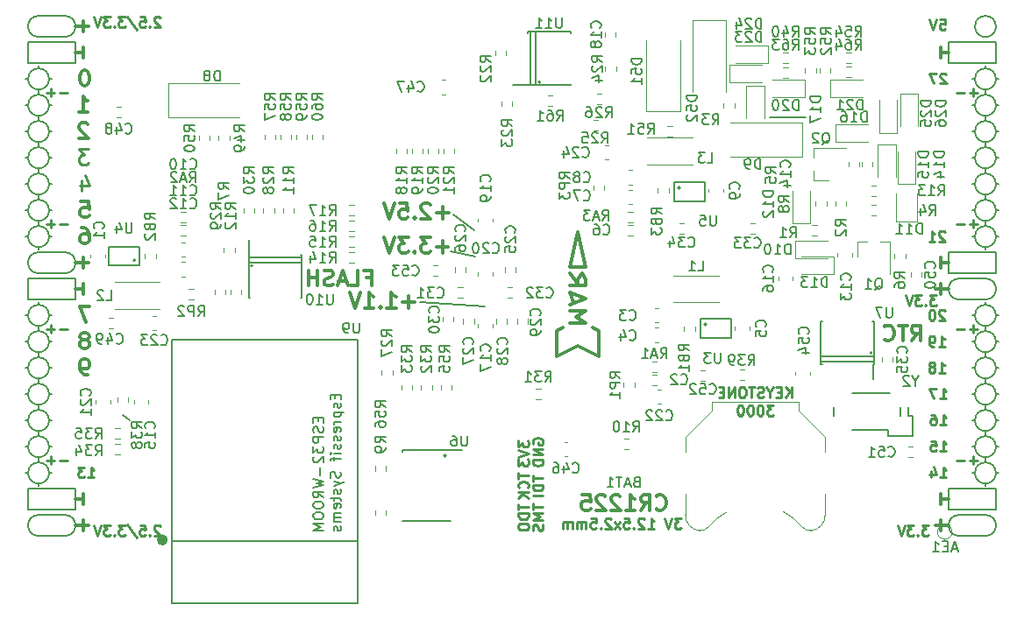
<source format=gbo>
G04 #@! TF.GenerationSoftware,KiCad,Pcbnew,5.0.0-rc2-dev-unknown+dfsg1+20180318-2*
G04 #@! TF.CreationDate,2018-05-19T20:02:20+02:00*
G04 #@! TF.ProjectId,ulx3s,756C7833732E6B696361645F70636200,rev?*
G04 #@! TF.SameCoordinates,Original*
G04 #@! TF.FileFunction,Legend,Bot*
G04 #@! TF.FilePolarity,Positive*
%FSLAX46Y46*%
G04 Gerber Fmt 4.6, Leading zero omitted, Abs format (unit mm)*
G04 Created by KiCad (PCBNEW 5.0.0-rc2-dev-unknown+dfsg1+20180318-2) date Sat May 19 20:02:20 2018*
%MOMM*%
%LPD*%
G01*
G04 APERTURE LIST*
%ADD10C,0.250000*%
%ADD11C,0.200000*%
%ADD12C,0.300000*%
%ADD13C,0.150000*%
%ADD14C,0.120000*%
%ADD15C,0.500000*%
G04 APERTURE END LIST*
D10*
X182887904Y-82575619D02*
X182840285Y-82528000D01*
X182745047Y-82480380D01*
X182506952Y-82480380D01*
X182411714Y-82528000D01*
X182364095Y-82575619D01*
X182316476Y-82670857D01*
X182316476Y-82766095D01*
X182364095Y-82908952D01*
X182935523Y-83480380D01*
X182316476Y-83480380D01*
X181364095Y-83480380D02*
X181935523Y-83480380D01*
X181649809Y-83480380D02*
X181649809Y-82480380D01*
X181745047Y-82623238D01*
X181840285Y-82718476D01*
X181935523Y-82766095D01*
X182887904Y-90195619D02*
X182840285Y-90148000D01*
X182745047Y-90100380D01*
X182506952Y-90100380D01*
X182411714Y-90148000D01*
X182364095Y-90195619D01*
X182316476Y-90290857D01*
X182316476Y-90386095D01*
X182364095Y-90528952D01*
X182935523Y-91100380D01*
X182316476Y-91100380D01*
X181697428Y-90100380D02*
X181602190Y-90100380D01*
X181506952Y-90148000D01*
X181459333Y-90195619D01*
X181411714Y-90290857D01*
X181364095Y-90481333D01*
X181364095Y-90719428D01*
X181411714Y-90909904D01*
X181459333Y-91005142D01*
X181506952Y-91052761D01*
X181602190Y-91100380D01*
X181697428Y-91100380D01*
X181792666Y-91052761D01*
X181840285Y-91005142D01*
X181887904Y-90909904D01*
X181935523Y-90719428D01*
X181935523Y-90481333D01*
X181887904Y-90290857D01*
X181840285Y-90195619D01*
X181792666Y-90148000D01*
X181697428Y-90100380D01*
X182316476Y-93640380D02*
X182887904Y-93640380D01*
X182602190Y-93640380D02*
X182602190Y-92640380D01*
X182697428Y-92783238D01*
X182792666Y-92878476D01*
X182887904Y-92926095D01*
X181840285Y-93640380D02*
X181649809Y-93640380D01*
X181554571Y-93592761D01*
X181506952Y-93545142D01*
X181411714Y-93402285D01*
X181364095Y-93211809D01*
X181364095Y-92830857D01*
X181411714Y-92735619D01*
X181459333Y-92688000D01*
X181554571Y-92640380D01*
X181745047Y-92640380D01*
X181840285Y-92688000D01*
X181887904Y-92735619D01*
X181935523Y-92830857D01*
X181935523Y-93068952D01*
X181887904Y-93164190D01*
X181840285Y-93211809D01*
X181745047Y-93259428D01*
X181554571Y-93259428D01*
X181459333Y-93211809D01*
X181411714Y-93164190D01*
X181364095Y-93068952D01*
X182316476Y-96180380D02*
X182887904Y-96180380D01*
X182602190Y-96180380D02*
X182602190Y-95180380D01*
X182697428Y-95323238D01*
X182792666Y-95418476D01*
X182887904Y-95466095D01*
X181745047Y-95608952D02*
X181840285Y-95561333D01*
X181887904Y-95513714D01*
X181935523Y-95418476D01*
X181935523Y-95370857D01*
X181887904Y-95275619D01*
X181840285Y-95228000D01*
X181745047Y-95180380D01*
X181554571Y-95180380D01*
X181459333Y-95228000D01*
X181411714Y-95275619D01*
X181364095Y-95370857D01*
X181364095Y-95418476D01*
X181411714Y-95513714D01*
X181459333Y-95561333D01*
X181554571Y-95608952D01*
X181745047Y-95608952D01*
X181840285Y-95656571D01*
X181887904Y-95704190D01*
X181935523Y-95799428D01*
X181935523Y-95989904D01*
X181887904Y-96085142D01*
X181840285Y-96132761D01*
X181745047Y-96180380D01*
X181554571Y-96180380D01*
X181459333Y-96132761D01*
X181411714Y-96085142D01*
X181364095Y-95989904D01*
X181364095Y-95799428D01*
X181411714Y-95704190D01*
X181459333Y-95656571D01*
X181554571Y-95608952D01*
D11*
X104148000Y-100808000D02*
X103513000Y-100300000D01*
X169426000Y-71471000D02*
X165997000Y-71471000D01*
D12*
X127003714Y-86984857D02*
X127503714Y-86984857D01*
X127503714Y-87770571D02*
X127503714Y-86270571D01*
X126789428Y-86270571D01*
X125503714Y-87770571D02*
X126218000Y-87770571D01*
X126218000Y-86270571D01*
X125075142Y-87342000D02*
X124360857Y-87342000D01*
X125218000Y-87770571D02*
X124718000Y-86270571D01*
X124218000Y-87770571D01*
X123789428Y-87699142D02*
X123575142Y-87770571D01*
X123218000Y-87770571D01*
X123075142Y-87699142D01*
X123003714Y-87627714D01*
X122932285Y-87484857D01*
X122932285Y-87342000D01*
X123003714Y-87199142D01*
X123075142Y-87127714D01*
X123218000Y-87056285D01*
X123503714Y-86984857D01*
X123646571Y-86913428D01*
X123718000Y-86842000D01*
X123789428Y-86699142D01*
X123789428Y-86556285D01*
X123718000Y-86413428D01*
X123646571Y-86342000D01*
X123503714Y-86270571D01*
X123146571Y-86270571D01*
X122932285Y-86342000D01*
X122289428Y-87770571D02*
X122289428Y-86270571D01*
X122289428Y-86984857D02*
X121432285Y-86984857D01*
X121432285Y-87770571D02*
X121432285Y-86270571D01*
D10*
X157418095Y-110252380D02*
X156799047Y-110252380D01*
X157132380Y-110633333D01*
X156989523Y-110633333D01*
X156894285Y-110680952D01*
X156846666Y-110728571D01*
X156799047Y-110823809D01*
X156799047Y-111061904D01*
X156846666Y-111157142D01*
X156894285Y-111204761D01*
X156989523Y-111252380D01*
X157275238Y-111252380D01*
X157370476Y-111204761D01*
X157418095Y-111157142D01*
X156513333Y-110252380D02*
X156180000Y-111252380D01*
X155846666Y-110252380D01*
X154227619Y-111252380D02*
X154799047Y-111252380D01*
X154513333Y-111252380D02*
X154513333Y-110252380D01*
X154608571Y-110395238D01*
X154703809Y-110490476D01*
X154799047Y-110538095D01*
X153846666Y-110347619D02*
X153799047Y-110300000D01*
X153703809Y-110252380D01*
X153465714Y-110252380D01*
X153370476Y-110300000D01*
X153322857Y-110347619D01*
X153275238Y-110442857D01*
X153275238Y-110538095D01*
X153322857Y-110680952D01*
X153894285Y-111252380D01*
X153275238Y-111252380D01*
X152846666Y-111157142D02*
X152799047Y-111204761D01*
X152846666Y-111252380D01*
X152894285Y-111204761D01*
X152846666Y-111157142D01*
X152846666Y-111252380D01*
X151894285Y-110252380D02*
X152370476Y-110252380D01*
X152418095Y-110728571D01*
X152370476Y-110680952D01*
X152275238Y-110633333D01*
X152037142Y-110633333D01*
X151941904Y-110680952D01*
X151894285Y-110728571D01*
X151846666Y-110823809D01*
X151846666Y-111061904D01*
X151894285Y-111157142D01*
X151941904Y-111204761D01*
X152037142Y-111252380D01*
X152275238Y-111252380D01*
X152370476Y-111204761D01*
X152418095Y-111157142D01*
X151513333Y-111252380D02*
X150989523Y-110585714D01*
X151513333Y-110585714D02*
X150989523Y-111252380D01*
X150656190Y-110347619D02*
X150608571Y-110300000D01*
X150513333Y-110252380D01*
X150275238Y-110252380D01*
X150180000Y-110300000D01*
X150132380Y-110347619D01*
X150084761Y-110442857D01*
X150084761Y-110538095D01*
X150132380Y-110680952D01*
X150703809Y-111252380D01*
X150084761Y-111252380D01*
X149656190Y-111157142D02*
X149608571Y-111204761D01*
X149656190Y-111252380D01*
X149703809Y-111204761D01*
X149656190Y-111157142D01*
X149656190Y-111252380D01*
X148703809Y-110252380D02*
X149180000Y-110252380D01*
X149227619Y-110728571D01*
X149180000Y-110680952D01*
X149084761Y-110633333D01*
X148846666Y-110633333D01*
X148751428Y-110680952D01*
X148703809Y-110728571D01*
X148656190Y-110823809D01*
X148656190Y-111061904D01*
X148703809Y-111157142D01*
X148751428Y-111204761D01*
X148846666Y-111252380D01*
X149084761Y-111252380D01*
X149180000Y-111204761D01*
X149227619Y-111157142D01*
X148227619Y-111252380D02*
X148227619Y-110585714D01*
X148227619Y-110680952D02*
X148180000Y-110633333D01*
X148084761Y-110585714D01*
X147941904Y-110585714D01*
X147846666Y-110633333D01*
X147799047Y-110728571D01*
X147799047Y-111252380D01*
X147799047Y-110728571D02*
X147751428Y-110633333D01*
X147656190Y-110585714D01*
X147513333Y-110585714D01*
X147418095Y-110633333D01*
X147370476Y-110728571D01*
X147370476Y-111252380D01*
X146894285Y-111252380D02*
X146894285Y-110585714D01*
X146894285Y-110680952D02*
X146846666Y-110633333D01*
X146751428Y-110585714D01*
X146608571Y-110585714D01*
X146513333Y-110633333D01*
X146465714Y-110728571D01*
X146465714Y-111252380D01*
X146465714Y-110728571D02*
X146418095Y-110633333D01*
X146322857Y-110585714D01*
X146180000Y-110585714D01*
X146084761Y-110633333D01*
X146037142Y-110728571D01*
X146037142Y-111252380D01*
D11*
X134755000Y-104237000D02*
G75*
G03X134755000Y-104237000I-127000J0D01*
G01*
X135390000Y-80869000D02*
X137422000Y-82393000D01*
X135136000Y-84425000D02*
X137549000Y-84933000D01*
X132215000Y-89378000D02*
X138438000Y-89759000D01*
D10*
X168085000Y-98577380D02*
X168085000Y-97577380D01*
X167513571Y-98577380D02*
X167942142Y-98005952D01*
X167513571Y-97577380D02*
X168085000Y-98148809D01*
X167085000Y-98053571D02*
X166751666Y-98053571D01*
X166608809Y-98577380D02*
X167085000Y-98577380D01*
X167085000Y-97577380D01*
X166608809Y-97577380D01*
X165989761Y-98101190D02*
X165989761Y-98577380D01*
X166323095Y-97577380D02*
X165989761Y-98101190D01*
X165656428Y-97577380D01*
X165370714Y-98529761D02*
X165227857Y-98577380D01*
X164989761Y-98577380D01*
X164894523Y-98529761D01*
X164846904Y-98482142D01*
X164799285Y-98386904D01*
X164799285Y-98291666D01*
X164846904Y-98196428D01*
X164894523Y-98148809D01*
X164989761Y-98101190D01*
X165180238Y-98053571D01*
X165275476Y-98005952D01*
X165323095Y-97958333D01*
X165370714Y-97863095D01*
X165370714Y-97767857D01*
X165323095Y-97672619D01*
X165275476Y-97625000D01*
X165180238Y-97577380D01*
X164942142Y-97577380D01*
X164799285Y-97625000D01*
X164513571Y-97577380D02*
X163942142Y-97577380D01*
X164227857Y-98577380D02*
X164227857Y-97577380D01*
X163418333Y-97577380D02*
X163227857Y-97577380D01*
X163132619Y-97625000D01*
X163037380Y-97720238D01*
X162989761Y-97910714D01*
X162989761Y-98244047D01*
X163037380Y-98434523D01*
X163132619Y-98529761D01*
X163227857Y-98577380D01*
X163418333Y-98577380D01*
X163513571Y-98529761D01*
X163608809Y-98434523D01*
X163656428Y-98244047D01*
X163656428Y-97910714D01*
X163608809Y-97720238D01*
X163513571Y-97625000D01*
X163418333Y-97577380D01*
X162561190Y-98577380D02*
X162561190Y-97577380D01*
X161989761Y-98577380D01*
X161989761Y-97577380D01*
X161513571Y-98053571D02*
X161180238Y-98053571D01*
X161037380Y-98577380D02*
X161513571Y-98577380D01*
X161513571Y-97577380D01*
X161037380Y-97577380D01*
X166346904Y-99327380D02*
X165727857Y-99327380D01*
X166061190Y-99708333D01*
X165918333Y-99708333D01*
X165823095Y-99755952D01*
X165775476Y-99803571D01*
X165727857Y-99898809D01*
X165727857Y-100136904D01*
X165775476Y-100232142D01*
X165823095Y-100279761D01*
X165918333Y-100327380D01*
X166204047Y-100327380D01*
X166299285Y-100279761D01*
X166346904Y-100232142D01*
X165108809Y-99327380D02*
X165013571Y-99327380D01*
X164918333Y-99375000D01*
X164870714Y-99422619D01*
X164823095Y-99517857D01*
X164775476Y-99708333D01*
X164775476Y-99946428D01*
X164823095Y-100136904D01*
X164870714Y-100232142D01*
X164918333Y-100279761D01*
X165013571Y-100327380D01*
X165108809Y-100327380D01*
X165204047Y-100279761D01*
X165251666Y-100232142D01*
X165299285Y-100136904D01*
X165346904Y-99946428D01*
X165346904Y-99708333D01*
X165299285Y-99517857D01*
X165251666Y-99422619D01*
X165204047Y-99375000D01*
X165108809Y-99327380D01*
X164156428Y-99327380D02*
X164061190Y-99327380D01*
X163965952Y-99375000D01*
X163918333Y-99422619D01*
X163870714Y-99517857D01*
X163823095Y-99708333D01*
X163823095Y-99946428D01*
X163870714Y-100136904D01*
X163918333Y-100232142D01*
X163965952Y-100279761D01*
X164061190Y-100327380D01*
X164156428Y-100327380D01*
X164251666Y-100279761D01*
X164299285Y-100232142D01*
X164346904Y-100136904D01*
X164394523Y-99946428D01*
X164394523Y-99708333D01*
X164346904Y-99517857D01*
X164299285Y-99422619D01*
X164251666Y-99375000D01*
X164156428Y-99327380D01*
X163204047Y-99327380D02*
X163108809Y-99327380D01*
X163013571Y-99375000D01*
X162965952Y-99422619D01*
X162918333Y-99517857D01*
X162870714Y-99708333D01*
X162870714Y-99946428D01*
X162918333Y-100136904D01*
X162965952Y-100232142D01*
X163013571Y-100279761D01*
X163108809Y-100327380D01*
X163204047Y-100327380D01*
X163299285Y-100279761D01*
X163346904Y-100232142D01*
X163394523Y-100136904D01*
X163442142Y-99946428D01*
X163442142Y-99708333D01*
X163394523Y-99517857D01*
X163346904Y-99422619D01*
X163299285Y-99375000D01*
X163204047Y-99327380D01*
D12*
X182492000Y-87582000D02*
X182492000Y-88598000D01*
X183254000Y-88090000D02*
X181984000Y-88090000D01*
X182492000Y-110442000D02*
X182492000Y-111458000D01*
X183254000Y-110950000D02*
X181984000Y-110950000D01*
X99688000Y-62182000D02*
X99688000Y-63198000D01*
X98926000Y-62690000D02*
X100196000Y-62690000D01*
X99688000Y-110442000D02*
X99688000Y-111458000D01*
X98926000Y-110950000D02*
X100196000Y-110950000D01*
X99688000Y-85042000D02*
X99688000Y-86058000D01*
X98926000Y-85550000D02*
X100196000Y-85550000D01*
D11*
X187826000Y-62690000D02*
G75*
G03X187826000Y-62690000I-1016000J0D01*
G01*
X184270000Y-87074000D02*
X186810000Y-87074000D01*
X184270000Y-89106000D02*
X186810000Y-89106000D01*
X184270000Y-87074000D02*
G75*
G03X184270000Y-89106000I0J-1016000D01*
G01*
X186810000Y-89106000D02*
G75*
G03X186810000Y-87074000I0J1016000D01*
G01*
X184270000Y-111966000D02*
X186810000Y-111966000D01*
X184270000Y-109934000D02*
X186810000Y-109934000D01*
X184270000Y-109934000D02*
G75*
G03X184270000Y-111966000I0J-1016000D01*
G01*
X186810000Y-111966000D02*
G75*
G03X186810000Y-109934000I0J1016000D01*
G01*
X97910000Y-63706000D02*
G75*
G03X97910000Y-61674000I0J1016000D01*
G01*
X95370000Y-61674000D02*
X97910000Y-61674000D01*
X95370000Y-63706000D02*
X97910000Y-63706000D01*
X95370000Y-61674000D02*
G75*
G03X95370000Y-63706000I0J-1016000D01*
G01*
X95370000Y-86566000D02*
X97910000Y-86566000D01*
X95370000Y-84534000D02*
X97910000Y-84534000D01*
X95370000Y-84534000D02*
G75*
G03X95370000Y-86566000I0J-1016000D01*
G01*
X97910000Y-86566000D02*
G75*
G03X97910000Y-84534000I0J1016000D01*
G01*
X95370000Y-111966000D02*
X97910000Y-111966000D01*
X95370000Y-109934000D02*
X97910000Y-109934000D01*
X95370000Y-109934000D02*
G75*
G03X95370000Y-111966000I0J-1016000D01*
G01*
X97910000Y-111966000D02*
G75*
G03X97910000Y-109934000I0J1016000D01*
G01*
X98926000Y-107394000D02*
X94354000Y-107394000D01*
X98926000Y-109426000D02*
X98926000Y-107394000D01*
X94354000Y-109426000D02*
X98926000Y-109426000D01*
X94354000Y-107394000D02*
X94354000Y-109426000D01*
X187826000Y-107394000D02*
X183254000Y-107394000D01*
X187826000Y-109426000D02*
X187826000Y-107394000D01*
X183254000Y-109426000D02*
X187826000Y-109426000D01*
X183254000Y-107394000D02*
X183254000Y-109426000D01*
X187826000Y-84534000D02*
X183254000Y-84534000D01*
X187826000Y-86566000D02*
X187826000Y-84534000D01*
X183254000Y-86566000D02*
X187826000Y-86566000D01*
X183254000Y-84534000D02*
X183254000Y-86566000D01*
X187826000Y-64214000D02*
X183254000Y-64214000D01*
X187826000Y-66246000D02*
X187826000Y-64214000D01*
X183254000Y-66246000D02*
X187826000Y-66246000D01*
X183254000Y-64214000D02*
X183254000Y-66246000D01*
X98926000Y-64214000D02*
X94354000Y-64214000D01*
X98926000Y-66246000D02*
X98926000Y-64214000D01*
X94354000Y-66246000D02*
X98926000Y-66246000D01*
X94354000Y-64214000D02*
X94354000Y-66246000D01*
X98926000Y-87074000D02*
X94354000Y-87074000D01*
X98926000Y-89106000D02*
X98926000Y-87074000D01*
X94354000Y-89106000D02*
X98926000Y-89106000D01*
X94354000Y-87074000D02*
X94354000Y-89106000D01*
D10*
X186032000Y-91971428D02*
X185270095Y-91971428D01*
X185651047Y-92352380D02*
X185651047Y-91590476D01*
X184793904Y-91971428D02*
X184032000Y-91971428D01*
X186032000Y-69111428D02*
X185270095Y-69111428D01*
X185651047Y-69492380D02*
X185651047Y-68730476D01*
X184793904Y-69111428D02*
X184032000Y-69111428D01*
X186032000Y-81811428D02*
X185270095Y-81811428D01*
X185651047Y-82192380D02*
X185651047Y-81430476D01*
X184793904Y-81811428D02*
X184032000Y-81811428D01*
X186032000Y-104671428D02*
X185270095Y-104671428D01*
X185651047Y-105052380D02*
X185651047Y-104290476D01*
X184793904Y-104671428D02*
X184032000Y-104671428D01*
X98148000Y-104671428D02*
X97386095Y-104671428D01*
X96909904Y-104671428D02*
X96148000Y-104671428D01*
X96528952Y-105052380D02*
X96528952Y-104290476D01*
X98148000Y-91971428D02*
X97386095Y-91971428D01*
X96909904Y-91971428D02*
X96148000Y-91971428D01*
X96528952Y-92352380D02*
X96528952Y-91590476D01*
X98148000Y-81811428D02*
X97386095Y-81811428D01*
X96909904Y-81811428D02*
X96148000Y-81811428D01*
X96528952Y-82192380D02*
X96528952Y-81430476D01*
X98148000Y-69111428D02*
X97386095Y-69111428D01*
X96909904Y-69111428D02*
X96148000Y-69111428D01*
X96528952Y-69492380D02*
X96528952Y-68730476D01*
D12*
X182492000Y-107902000D02*
X182492000Y-108918000D01*
X183254000Y-108410000D02*
X182492000Y-108410000D01*
D11*
X95370000Y-96726000D02*
X95370000Y-97234000D01*
X96386000Y-95710000D02*
X96640000Y-95710000D01*
X94354000Y-95710000D02*
X94100000Y-95710000D01*
X187826000Y-98250000D02*
X188080000Y-98250000D01*
X187826000Y-83010000D02*
X188080000Y-83010000D01*
X95370000Y-107140000D02*
X95370000Y-106886000D01*
X96386000Y-105870000D02*
X96640000Y-105870000D01*
X94354000Y-105870000D02*
X94100000Y-105870000D01*
X94354000Y-103330000D02*
X94100000Y-103330000D01*
X95370000Y-104346000D02*
X95370000Y-104854000D01*
X96386000Y-103330000D02*
X96640000Y-103330000D01*
X94354000Y-100790000D02*
X94100000Y-100790000D01*
X95370000Y-102314000D02*
X95370000Y-101806000D01*
X96386000Y-100790000D02*
X96640000Y-100790000D01*
X95370000Y-99266000D02*
X95370000Y-99774000D01*
X94354000Y-98250000D02*
X94100000Y-98250000D01*
X96386000Y-98250000D02*
X96640000Y-98250000D01*
X95370000Y-94186000D02*
X95370000Y-94694000D01*
X96386000Y-93170000D02*
X96640000Y-93170000D01*
X94354000Y-93170000D02*
X94100000Y-93170000D01*
X94354000Y-90630000D02*
X94100000Y-90630000D01*
X95370000Y-91646000D02*
X95370000Y-92154000D01*
X96640000Y-90630000D02*
X96386000Y-90630000D01*
X95370000Y-89360000D02*
X95370000Y-89614000D01*
X94354000Y-83010000D02*
X94100000Y-83010000D01*
X95370000Y-84280000D02*
X95370000Y-84026000D01*
X96386000Y-83010000D02*
X96640000Y-83010000D01*
X95370000Y-81486000D02*
X95370000Y-81994000D01*
X94354000Y-80470000D02*
X94100000Y-80470000D01*
X96640000Y-80470000D02*
X96386000Y-80470000D01*
X95370000Y-78946000D02*
X95370000Y-79454000D01*
X96386000Y-77930000D02*
X96640000Y-77930000D01*
X94354000Y-77930000D02*
X94100000Y-77930000D01*
X95370000Y-76406000D02*
X95370000Y-76914000D01*
X94354000Y-75390000D02*
X94100000Y-75390000D01*
X96386000Y-75390000D02*
X96640000Y-75390000D01*
X95370000Y-73866000D02*
X95370000Y-74374000D01*
X96386000Y-72850000D02*
X96640000Y-72850000D01*
X94100000Y-72850000D02*
X94354000Y-72850000D01*
X94354000Y-70310000D02*
X94100000Y-70310000D01*
X96640000Y-70310000D02*
X96386000Y-70310000D01*
X95370000Y-71326000D02*
X95370000Y-71834000D01*
X95370000Y-68786000D02*
X95370000Y-69294000D01*
X96386000Y-67770000D02*
X96640000Y-67770000D01*
X94354000Y-67770000D02*
X94100000Y-67770000D01*
X95370000Y-66500000D02*
X95370000Y-66754000D01*
X187826000Y-105870000D02*
X188080000Y-105870000D01*
X186810000Y-107140000D02*
X186810000Y-106886000D01*
X185540000Y-105870000D02*
X185794000Y-105870000D01*
X186810000Y-104346000D02*
X186810000Y-104854000D01*
X187826000Y-103330000D02*
X188080000Y-103330000D01*
X185540000Y-103330000D02*
X185794000Y-103330000D01*
X186810000Y-101806000D02*
X186810000Y-102314000D01*
X187826000Y-100790000D02*
X188080000Y-100790000D01*
X185540000Y-100790000D02*
X185794000Y-100790000D01*
X186810000Y-99266000D02*
X186810000Y-99774000D01*
X185540000Y-98250000D02*
X185794000Y-98250000D01*
X186810000Y-97234000D02*
X186810000Y-96726000D01*
X187826000Y-95710000D02*
X188080000Y-95710000D01*
X185540000Y-95710000D02*
X185794000Y-95710000D01*
X186810000Y-94694000D02*
X186810000Y-94186000D01*
X187826000Y-93170000D02*
X188080000Y-93170000D01*
X185540000Y-93170000D02*
X185794000Y-93170000D01*
X186810000Y-92154000D02*
X186810000Y-91646000D01*
X187826000Y-90630000D02*
X188080000Y-90630000D01*
X185540000Y-90630000D02*
X185794000Y-90630000D01*
X186810000Y-89360000D02*
X186810000Y-89614000D01*
X186810000Y-84280000D02*
X186810000Y-84026000D01*
X185540000Y-83010000D02*
X185794000Y-83010000D01*
X186810000Y-81994000D02*
X186810000Y-81486000D01*
X185794000Y-80470000D02*
X185540000Y-80470000D01*
X187826000Y-80470000D02*
X188080000Y-80470000D01*
X186810000Y-78946000D02*
X186810000Y-79454000D01*
X185794000Y-77930000D02*
X185540000Y-77930000D01*
X187826000Y-77930000D02*
X188080000Y-77930000D01*
X186810000Y-76406000D02*
X186810000Y-76914000D01*
X186810000Y-73866000D02*
X186810000Y-74374000D01*
X185794000Y-75390000D02*
X185540000Y-75390000D01*
X187826000Y-75390000D02*
X188080000Y-75390000D01*
X187826000Y-72850000D02*
X188080000Y-72850000D01*
X185540000Y-72850000D02*
X185794000Y-72850000D01*
X186810000Y-71834000D02*
X186810000Y-71326000D01*
X187826000Y-70310000D02*
X188080000Y-70310000D01*
X185540000Y-70310000D02*
X185794000Y-70310000D01*
X187826000Y-67770000D02*
X188080000Y-67770000D01*
X186810000Y-68786000D02*
X186810000Y-69294000D01*
X185540000Y-67770000D02*
X185794000Y-67770000D01*
X186810000Y-66500000D02*
X186810000Y-66754000D01*
X187826000Y-67770000D02*
G75*
G03X187826000Y-67770000I-1016000J0D01*
G01*
X187826000Y-70310000D02*
G75*
G03X187826000Y-70310000I-1016000J0D01*
G01*
X187826000Y-72850000D02*
G75*
G03X187826000Y-72850000I-1016000J0D01*
G01*
X187826000Y-75390000D02*
G75*
G03X187826000Y-75390000I-1016000J0D01*
G01*
X187826000Y-77930000D02*
G75*
G03X187826000Y-77930000I-1016000J0D01*
G01*
X187826000Y-80470000D02*
G75*
G03X187826000Y-80470000I-1016000J0D01*
G01*
X187826000Y-83010000D02*
G75*
G03X187826000Y-83010000I-1016000J0D01*
G01*
X187826000Y-90630000D02*
G75*
G03X187826000Y-90630000I-1016000J0D01*
G01*
X187826000Y-93170000D02*
G75*
G03X187826000Y-93170000I-1016000J0D01*
G01*
X187826000Y-95710000D02*
G75*
G03X187826000Y-95710000I-1016000J0D01*
G01*
X187826000Y-98250000D02*
G75*
G03X187826000Y-98250000I-1016000J0D01*
G01*
X187826000Y-100790000D02*
G75*
G03X187826000Y-100790000I-1016000J0D01*
G01*
X187826000Y-103330000D02*
G75*
G03X187826000Y-103330000I-1016000J0D01*
G01*
X187826000Y-105870000D02*
G75*
G03X187826000Y-105870000I-1016000J0D01*
G01*
X96386000Y-105870000D02*
G75*
G03X96386000Y-105870000I-1016000J0D01*
G01*
X96386000Y-103330000D02*
G75*
G03X96386000Y-103330000I-1016000J0D01*
G01*
X96386000Y-100790000D02*
G75*
G03X96386000Y-100790000I-1016000J0D01*
G01*
X96386000Y-98250000D02*
G75*
G03X96386000Y-98250000I-1016000J0D01*
G01*
X96386000Y-95710000D02*
G75*
G03X96386000Y-95710000I-1016000J0D01*
G01*
X96386000Y-93170000D02*
G75*
G03X96386000Y-93170000I-1016000J0D01*
G01*
X96386000Y-90630000D02*
G75*
G03X96386000Y-90630000I-1016000J0D01*
G01*
X96386000Y-83010000D02*
G75*
G03X96386000Y-83010000I-1016000J0D01*
G01*
X96386000Y-80470000D02*
G75*
G03X96386000Y-80470000I-1016000J0D01*
G01*
X96386000Y-77930000D02*
G75*
G03X96386000Y-77930000I-1016000J0D01*
G01*
X96386000Y-75390000D02*
G75*
G03X96386000Y-75390000I-1016000J0D01*
G01*
X96386000Y-72850000D02*
G75*
G03X96386000Y-72850000I-1016000J0D01*
G01*
X96386000Y-70310000D02*
G75*
G03X96386000Y-70310000I-1016000J0D01*
G01*
X96386000Y-67770000D02*
G75*
G03X96386000Y-67770000I-1016000J0D01*
G01*
D10*
X182428476Y-62015380D02*
X182904666Y-62015380D01*
X182952285Y-62491571D01*
X182904666Y-62443952D01*
X182809428Y-62396333D01*
X182571333Y-62396333D01*
X182476095Y-62443952D01*
X182428476Y-62491571D01*
X182380857Y-62586809D01*
X182380857Y-62824904D01*
X182428476Y-62920142D01*
X182476095Y-62967761D01*
X182571333Y-63015380D01*
X182809428Y-63015380D01*
X182904666Y-62967761D01*
X182952285Y-62920142D01*
X182095142Y-62015380D02*
X181761809Y-63015380D01*
X181428476Y-62015380D01*
D12*
X182492000Y-64722000D02*
X182492000Y-65738000D01*
X183254000Y-65230000D02*
X182492000Y-65230000D01*
D10*
X182999904Y-67317619D02*
X182952285Y-67270000D01*
X182857047Y-67222380D01*
X182618952Y-67222380D01*
X182523714Y-67270000D01*
X182476095Y-67317619D01*
X182428476Y-67412857D01*
X182428476Y-67508095D01*
X182476095Y-67650952D01*
X183047523Y-68222380D01*
X182428476Y-68222380D01*
X182095142Y-67222380D02*
X181428476Y-67222380D01*
X181857047Y-68222380D01*
D12*
X182492000Y-85042000D02*
X182492000Y-86058000D01*
X183254000Y-85550000D02*
X182492000Y-85550000D01*
D10*
X182078190Y-88703380D02*
X181459142Y-88703380D01*
X181792476Y-89084333D01*
X181649619Y-89084333D01*
X181554380Y-89131952D01*
X181506761Y-89179571D01*
X181459142Y-89274809D01*
X181459142Y-89512904D01*
X181506761Y-89608142D01*
X181554380Y-89655761D01*
X181649619Y-89703380D01*
X181935333Y-89703380D01*
X182030571Y-89655761D01*
X182078190Y-89608142D01*
X181030571Y-89608142D02*
X180982952Y-89655761D01*
X181030571Y-89703380D01*
X181078190Y-89655761D01*
X181030571Y-89608142D01*
X181030571Y-89703380D01*
X180649619Y-88703380D02*
X180030571Y-88703380D01*
X180363904Y-89084333D01*
X180221047Y-89084333D01*
X180125809Y-89131952D01*
X180078190Y-89179571D01*
X180030571Y-89274809D01*
X180030571Y-89512904D01*
X180078190Y-89608142D01*
X180125809Y-89655761D01*
X180221047Y-89703380D01*
X180506761Y-89703380D01*
X180602000Y-89655761D01*
X180649619Y-89608142D01*
X179744857Y-88703380D02*
X179411523Y-89703380D01*
X179078190Y-88703380D01*
X182428476Y-98702380D02*
X182999904Y-98702380D01*
X182714190Y-98702380D02*
X182714190Y-97702380D01*
X182809428Y-97845238D01*
X182904666Y-97940476D01*
X182999904Y-97988095D01*
X182095142Y-97702380D02*
X181428476Y-97702380D01*
X181857047Y-98702380D01*
X182428476Y-101242380D02*
X182999904Y-101242380D01*
X182714190Y-101242380D02*
X182714190Y-100242380D01*
X182809428Y-100385238D01*
X182904666Y-100480476D01*
X182999904Y-100528095D01*
X181571333Y-100242380D02*
X181761809Y-100242380D01*
X181857047Y-100290000D01*
X181904666Y-100337619D01*
X181999904Y-100480476D01*
X182047523Y-100670952D01*
X182047523Y-101051904D01*
X181999904Y-101147142D01*
X181952285Y-101194761D01*
X181857047Y-101242380D01*
X181666571Y-101242380D01*
X181571333Y-101194761D01*
X181523714Y-101147142D01*
X181476095Y-101051904D01*
X181476095Y-100813809D01*
X181523714Y-100718571D01*
X181571333Y-100670952D01*
X181666571Y-100623333D01*
X181857047Y-100623333D01*
X181952285Y-100670952D01*
X181999904Y-100718571D01*
X182047523Y-100813809D01*
X182428476Y-103782380D02*
X182999904Y-103782380D01*
X182714190Y-103782380D02*
X182714190Y-102782380D01*
X182809428Y-102925238D01*
X182904666Y-103020476D01*
X182999904Y-103068095D01*
X181523714Y-102782380D02*
X181999904Y-102782380D01*
X182047523Y-103258571D01*
X181999904Y-103210952D01*
X181904666Y-103163333D01*
X181666571Y-103163333D01*
X181571333Y-103210952D01*
X181523714Y-103258571D01*
X181476095Y-103353809D01*
X181476095Y-103591904D01*
X181523714Y-103687142D01*
X181571333Y-103734761D01*
X181666571Y-103782380D01*
X181904666Y-103782380D01*
X181999904Y-103734761D01*
X182047523Y-103687142D01*
X182428476Y-106322380D02*
X182999904Y-106322380D01*
X182714190Y-106322380D02*
X182714190Y-105322380D01*
X182809428Y-105465238D01*
X182904666Y-105560476D01*
X182999904Y-105608095D01*
X181571333Y-105655714D02*
X181571333Y-106322380D01*
X181809428Y-105274761D02*
X182047523Y-105989047D01*
X181428476Y-105989047D01*
X181312642Y-110928380D02*
X180693595Y-110928380D01*
X181026928Y-111309333D01*
X180884071Y-111309333D01*
X180788833Y-111356952D01*
X180741214Y-111404571D01*
X180693595Y-111499809D01*
X180693595Y-111737904D01*
X180741214Y-111833142D01*
X180788833Y-111880761D01*
X180884071Y-111928380D01*
X181169785Y-111928380D01*
X181265023Y-111880761D01*
X181312642Y-111833142D01*
X180265023Y-111833142D02*
X180217404Y-111880761D01*
X180265023Y-111928380D01*
X180312642Y-111880761D01*
X180265023Y-111833142D01*
X180265023Y-111928380D01*
X179884071Y-110928380D02*
X179265023Y-110928380D01*
X179598357Y-111309333D01*
X179455500Y-111309333D01*
X179360261Y-111356952D01*
X179312642Y-111404571D01*
X179265023Y-111499809D01*
X179265023Y-111737904D01*
X179312642Y-111833142D01*
X179360261Y-111880761D01*
X179455500Y-111928380D01*
X179741214Y-111928380D01*
X179836452Y-111880761D01*
X179884071Y-111833142D01*
X178979309Y-110928380D02*
X178645976Y-111928380D01*
X178312642Y-110928380D01*
D12*
X99688000Y-108918000D02*
X99688000Y-107902000D01*
X98926000Y-108410000D02*
X99688000Y-108410000D01*
X99688000Y-88598000D02*
X99688000Y-87582000D01*
X98926000Y-88090000D02*
X99688000Y-88090000D01*
X99688000Y-64722000D02*
X99688000Y-65738000D01*
X98926000Y-65230000D02*
X99688000Y-65230000D01*
D10*
X107103690Y-111023619D02*
X107056071Y-110976000D01*
X106960833Y-110928380D01*
X106722738Y-110928380D01*
X106627500Y-110976000D01*
X106579880Y-111023619D01*
X106532261Y-111118857D01*
X106532261Y-111214095D01*
X106579880Y-111356952D01*
X107151309Y-111928380D01*
X106532261Y-111928380D01*
X106103690Y-111833142D02*
X106056071Y-111880761D01*
X106103690Y-111928380D01*
X106151309Y-111880761D01*
X106103690Y-111833142D01*
X106103690Y-111928380D01*
X105151309Y-110928380D02*
X105627500Y-110928380D01*
X105675119Y-111404571D01*
X105627500Y-111356952D01*
X105532261Y-111309333D01*
X105294166Y-111309333D01*
X105198928Y-111356952D01*
X105151309Y-111404571D01*
X105103690Y-111499809D01*
X105103690Y-111737904D01*
X105151309Y-111833142D01*
X105198928Y-111880761D01*
X105294166Y-111928380D01*
X105532261Y-111928380D01*
X105627500Y-111880761D01*
X105675119Y-111833142D01*
X103960833Y-110880761D02*
X104817976Y-112166476D01*
X103722738Y-110928380D02*
X103103690Y-110928380D01*
X103437023Y-111309333D01*
X103294166Y-111309333D01*
X103198928Y-111356952D01*
X103151309Y-111404571D01*
X103103690Y-111499809D01*
X103103690Y-111737904D01*
X103151309Y-111833142D01*
X103198928Y-111880761D01*
X103294166Y-111928380D01*
X103579880Y-111928380D01*
X103675119Y-111880761D01*
X103722738Y-111833142D01*
X102675119Y-111833142D02*
X102627500Y-111880761D01*
X102675119Y-111928380D01*
X102722738Y-111880761D01*
X102675119Y-111833142D01*
X102675119Y-111928380D01*
X102294166Y-110928380D02*
X101675119Y-110928380D01*
X102008452Y-111309333D01*
X101865595Y-111309333D01*
X101770357Y-111356952D01*
X101722738Y-111404571D01*
X101675119Y-111499809D01*
X101675119Y-111737904D01*
X101722738Y-111833142D01*
X101770357Y-111880761D01*
X101865595Y-111928380D01*
X102151309Y-111928380D01*
X102246547Y-111880761D01*
X102294166Y-111833142D01*
X101389404Y-110928380D02*
X101056071Y-111928380D01*
X100722738Y-110928380D01*
X100132476Y-106322380D02*
X100703904Y-106322380D01*
X100418190Y-106322380D02*
X100418190Y-105322380D01*
X100513428Y-105465238D01*
X100608666Y-105560476D01*
X100703904Y-105608095D01*
X99799142Y-105322380D02*
X99180095Y-105322380D01*
X99513428Y-105703333D01*
X99370571Y-105703333D01*
X99275333Y-105750952D01*
X99227714Y-105798571D01*
X99180095Y-105893809D01*
X99180095Y-106131904D01*
X99227714Y-106227142D01*
X99275333Y-106274761D01*
X99370571Y-106322380D01*
X99656285Y-106322380D01*
X99751523Y-106274761D01*
X99799142Y-106227142D01*
D12*
X100100714Y-96388571D02*
X99815000Y-96388571D01*
X99672142Y-96317142D01*
X99600714Y-96245714D01*
X99457857Y-96031428D01*
X99386428Y-95745714D01*
X99386428Y-95174285D01*
X99457857Y-95031428D01*
X99529285Y-94960000D01*
X99672142Y-94888571D01*
X99957857Y-94888571D01*
X100100714Y-94960000D01*
X100172142Y-95031428D01*
X100243571Y-95174285D01*
X100243571Y-95531428D01*
X100172142Y-95674285D01*
X100100714Y-95745714D01*
X99957857Y-95817142D01*
X99672142Y-95817142D01*
X99529285Y-95745714D01*
X99457857Y-95674285D01*
X99386428Y-95531428D01*
X99957857Y-92991428D02*
X100100714Y-92920000D01*
X100172142Y-92848571D01*
X100243571Y-92705714D01*
X100243571Y-92634285D01*
X100172142Y-92491428D01*
X100100714Y-92420000D01*
X99957857Y-92348571D01*
X99672142Y-92348571D01*
X99529285Y-92420000D01*
X99457857Y-92491428D01*
X99386428Y-92634285D01*
X99386428Y-92705714D01*
X99457857Y-92848571D01*
X99529285Y-92920000D01*
X99672142Y-92991428D01*
X99957857Y-92991428D01*
X100100714Y-93062857D01*
X100172142Y-93134285D01*
X100243571Y-93277142D01*
X100243571Y-93562857D01*
X100172142Y-93705714D01*
X100100714Y-93777142D01*
X99957857Y-93848571D01*
X99672142Y-93848571D01*
X99529285Y-93777142D01*
X99457857Y-93705714D01*
X99386428Y-93562857D01*
X99386428Y-93277142D01*
X99457857Y-93134285D01*
X99529285Y-93062857D01*
X99672142Y-92991428D01*
X100315000Y-89808571D02*
X99315000Y-89808571D01*
X99957857Y-91308571D01*
X99529285Y-82188571D02*
X99815000Y-82188571D01*
X99957857Y-82260000D01*
X100029285Y-82331428D01*
X100172142Y-82545714D01*
X100243571Y-82831428D01*
X100243571Y-83402857D01*
X100172142Y-83545714D01*
X100100714Y-83617142D01*
X99957857Y-83688571D01*
X99672142Y-83688571D01*
X99529285Y-83617142D01*
X99457857Y-83545714D01*
X99386428Y-83402857D01*
X99386428Y-83045714D01*
X99457857Y-82902857D01*
X99529285Y-82831428D01*
X99672142Y-82760000D01*
X99957857Y-82760000D01*
X100100714Y-82831428D01*
X100172142Y-82902857D01*
X100243571Y-83045714D01*
X99457857Y-79648571D02*
X100172142Y-79648571D01*
X100243571Y-80362857D01*
X100172142Y-80291428D01*
X100029285Y-80220000D01*
X99672142Y-80220000D01*
X99529285Y-80291428D01*
X99457857Y-80362857D01*
X99386428Y-80505714D01*
X99386428Y-80862857D01*
X99457857Y-81005714D01*
X99529285Y-81077142D01*
X99672142Y-81148571D01*
X100029285Y-81148571D01*
X100172142Y-81077142D01*
X100243571Y-81005714D01*
D10*
X99529285Y-77608571D02*
X99529285Y-78608571D01*
X99886428Y-77037142D02*
X100243571Y-78108571D01*
X99315000Y-78108571D01*
X100188000Y-74568571D02*
X99259428Y-74568571D01*
X99759428Y-75140000D01*
X99545142Y-75140000D01*
X99402285Y-75211428D01*
X99330857Y-75282857D01*
X99259428Y-75425714D01*
X99259428Y-75782857D01*
X99330857Y-75925714D01*
X99402285Y-75997142D01*
X99545142Y-76068571D01*
X99973714Y-76068571D01*
X100116571Y-75997142D01*
X100188000Y-75925714D01*
D12*
X100116571Y-72171428D02*
X100045142Y-72100000D01*
X99902285Y-72028571D01*
X99545142Y-72028571D01*
X99402285Y-72100000D01*
X99330857Y-72171428D01*
X99259428Y-72314285D01*
X99259428Y-72457142D01*
X99330857Y-72671428D01*
X100188000Y-73528571D01*
X99259428Y-73528571D01*
X99259428Y-70988571D02*
X100116571Y-70988571D01*
X99688000Y-70988571D02*
X99688000Y-69488571D01*
X99830857Y-69702857D01*
X99973714Y-69845714D01*
X100116571Y-69917142D01*
X99886428Y-66948571D02*
X99743571Y-66948571D01*
X99600714Y-67020000D01*
X99529285Y-67091428D01*
X99457857Y-67234285D01*
X99386428Y-67520000D01*
X99386428Y-67877142D01*
X99457857Y-68162857D01*
X99529285Y-68305714D01*
X99600714Y-68377142D01*
X99743571Y-68448571D01*
X99886428Y-68448571D01*
X100029285Y-68377142D01*
X100100714Y-68305714D01*
X100172142Y-68162857D01*
X100243571Y-67877142D01*
X100243571Y-67520000D01*
X100172142Y-67234285D01*
X100100714Y-67091428D01*
X100029285Y-67020000D01*
X99886428Y-66948571D01*
D10*
X107103690Y-61874619D02*
X107056071Y-61827000D01*
X106960833Y-61779380D01*
X106722738Y-61779380D01*
X106627500Y-61827000D01*
X106579880Y-61874619D01*
X106532261Y-61969857D01*
X106532261Y-62065095D01*
X106579880Y-62207952D01*
X107151309Y-62779380D01*
X106532261Y-62779380D01*
X106103690Y-62684142D02*
X106056071Y-62731761D01*
X106103690Y-62779380D01*
X106151309Y-62731761D01*
X106103690Y-62684142D01*
X106103690Y-62779380D01*
X105151309Y-61779380D02*
X105627500Y-61779380D01*
X105675119Y-62255571D01*
X105627500Y-62207952D01*
X105532261Y-62160333D01*
X105294166Y-62160333D01*
X105198928Y-62207952D01*
X105151309Y-62255571D01*
X105103690Y-62350809D01*
X105103690Y-62588904D01*
X105151309Y-62684142D01*
X105198928Y-62731761D01*
X105294166Y-62779380D01*
X105532261Y-62779380D01*
X105627500Y-62731761D01*
X105675119Y-62684142D01*
X103960833Y-61731761D02*
X104817976Y-63017476D01*
X103722738Y-61779380D02*
X103103690Y-61779380D01*
X103437023Y-62160333D01*
X103294166Y-62160333D01*
X103198928Y-62207952D01*
X103151309Y-62255571D01*
X103103690Y-62350809D01*
X103103690Y-62588904D01*
X103151309Y-62684142D01*
X103198928Y-62731761D01*
X103294166Y-62779380D01*
X103579880Y-62779380D01*
X103675119Y-62731761D01*
X103722738Y-62684142D01*
X102675119Y-62684142D02*
X102627500Y-62731761D01*
X102675119Y-62779380D01*
X102722738Y-62731761D01*
X102675119Y-62684142D01*
X102675119Y-62779380D01*
X102294166Y-61779380D02*
X101675119Y-61779380D01*
X102008452Y-62160333D01*
X101865595Y-62160333D01*
X101770357Y-62207952D01*
X101722738Y-62255571D01*
X101675119Y-62350809D01*
X101675119Y-62588904D01*
X101722738Y-62684142D01*
X101770357Y-62731761D01*
X101865595Y-62779380D01*
X102151309Y-62779380D01*
X102246547Y-62731761D01*
X102294166Y-62684142D01*
X101389404Y-61779380D02*
X101056071Y-62779380D01*
X100722738Y-61779380D01*
D12*
X155027857Y-109335714D02*
X155099285Y-109407142D01*
X155313571Y-109478571D01*
X155456428Y-109478571D01*
X155670714Y-109407142D01*
X155813571Y-109264285D01*
X155885000Y-109121428D01*
X155956428Y-108835714D01*
X155956428Y-108621428D01*
X155885000Y-108335714D01*
X155813571Y-108192857D01*
X155670714Y-108050000D01*
X155456428Y-107978571D01*
X155313571Y-107978571D01*
X155099285Y-108050000D01*
X155027857Y-108121428D01*
X153527857Y-109478571D02*
X154027857Y-108764285D01*
X154385000Y-109478571D02*
X154385000Y-107978571D01*
X153813571Y-107978571D01*
X153670714Y-108050000D01*
X153599285Y-108121428D01*
X153527857Y-108264285D01*
X153527857Y-108478571D01*
X153599285Y-108621428D01*
X153670714Y-108692857D01*
X153813571Y-108764285D01*
X154385000Y-108764285D01*
X152099285Y-109478571D02*
X152956428Y-109478571D01*
X152527857Y-109478571D02*
X152527857Y-107978571D01*
X152670714Y-108192857D01*
X152813571Y-108335714D01*
X152956428Y-108407142D01*
X151527857Y-108121428D02*
X151456428Y-108050000D01*
X151313571Y-107978571D01*
X150956428Y-107978571D01*
X150813571Y-108050000D01*
X150742142Y-108121428D01*
X150670714Y-108264285D01*
X150670714Y-108407142D01*
X150742142Y-108621428D01*
X151599285Y-109478571D01*
X150670714Y-109478571D01*
X150099285Y-108121428D02*
X150027857Y-108050000D01*
X149885000Y-107978571D01*
X149527857Y-107978571D01*
X149385000Y-108050000D01*
X149313571Y-108121428D01*
X149242142Y-108264285D01*
X149242142Y-108407142D01*
X149313571Y-108621428D01*
X150170714Y-109478571D01*
X149242142Y-109478571D01*
X147885000Y-107978571D02*
X148599285Y-107978571D01*
X148670714Y-108692857D01*
X148599285Y-108621428D01*
X148456428Y-108550000D01*
X148099285Y-108550000D01*
X147956428Y-108621428D01*
X147885000Y-108692857D01*
X147813571Y-108835714D01*
X147813571Y-109192857D01*
X147885000Y-109335714D01*
X147956428Y-109407142D01*
X148099285Y-109478571D01*
X148456428Y-109478571D01*
X148599285Y-109407142D01*
X148670714Y-109335714D01*
X134961000Y-80722142D02*
X133818142Y-80722142D01*
X134389571Y-81293571D02*
X134389571Y-80150714D01*
X133175285Y-79936428D02*
X133103857Y-79865000D01*
X132961000Y-79793571D01*
X132603857Y-79793571D01*
X132461000Y-79865000D01*
X132389571Y-79936428D01*
X132318142Y-80079285D01*
X132318142Y-80222142D01*
X132389571Y-80436428D01*
X133246714Y-81293571D01*
X132318142Y-81293571D01*
X131675285Y-81150714D02*
X131603857Y-81222142D01*
X131675285Y-81293571D01*
X131746714Y-81222142D01*
X131675285Y-81150714D01*
X131675285Y-81293571D01*
X130246714Y-79793571D02*
X130961000Y-79793571D01*
X131032428Y-80507857D01*
X130961000Y-80436428D01*
X130818142Y-80365000D01*
X130461000Y-80365000D01*
X130318142Y-80436428D01*
X130246714Y-80507857D01*
X130175285Y-80650714D01*
X130175285Y-81007857D01*
X130246714Y-81150714D01*
X130318142Y-81222142D01*
X130461000Y-81293571D01*
X130818142Y-81293571D01*
X130961000Y-81222142D01*
X131032428Y-81150714D01*
X129746714Y-79793571D02*
X129246714Y-81293571D01*
X128746714Y-79793571D01*
X134946000Y-84024142D02*
X133803142Y-84024142D01*
X134374571Y-84595571D02*
X134374571Y-83452714D01*
X133231714Y-83095571D02*
X132303142Y-83095571D01*
X132803142Y-83667000D01*
X132588857Y-83667000D01*
X132446000Y-83738428D01*
X132374571Y-83809857D01*
X132303142Y-83952714D01*
X132303142Y-84309857D01*
X132374571Y-84452714D01*
X132446000Y-84524142D01*
X132588857Y-84595571D01*
X133017428Y-84595571D01*
X133160285Y-84524142D01*
X133231714Y-84452714D01*
X131660285Y-84452714D02*
X131588857Y-84524142D01*
X131660285Y-84595571D01*
X131731714Y-84524142D01*
X131660285Y-84452714D01*
X131660285Y-84595571D01*
X131088857Y-83095571D02*
X130160285Y-83095571D01*
X130660285Y-83667000D01*
X130446000Y-83667000D01*
X130303142Y-83738428D01*
X130231714Y-83809857D01*
X130160285Y-83952714D01*
X130160285Y-84309857D01*
X130231714Y-84452714D01*
X130303142Y-84524142D01*
X130446000Y-84595571D01*
X130874571Y-84595571D01*
X131017428Y-84524142D01*
X131088857Y-84452714D01*
X129731714Y-83095571D02*
X129231714Y-84595571D01*
X128731714Y-83095571D01*
X131659000Y-89358142D02*
X130516142Y-89358142D01*
X131087571Y-89929571D02*
X131087571Y-88786714D01*
X129016142Y-89929571D02*
X129873285Y-89929571D01*
X129444714Y-89929571D02*
X129444714Y-88429571D01*
X129587571Y-88643857D01*
X129730428Y-88786714D01*
X129873285Y-88858142D01*
X128373285Y-89786714D02*
X128301857Y-89858142D01*
X128373285Y-89929571D01*
X128444714Y-89858142D01*
X128373285Y-89786714D01*
X128373285Y-89929571D01*
X126873285Y-89929571D02*
X127730428Y-89929571D01*
X127301857Y-89929571D02*
X127301857Y-88429571D01*
X127444714Y-88643857D01*
X127587571Y-88786714D01*
X127730428Y-88858142D01*
X126444714Y-88429571D02*
X125944714Y-89929571D01*
X125444714Y-88429571D01*
D10*
X141685380Y-105854285D02*
X141685380Y-106425714D01*
X142685380Y-106140000D02*
X141685380Y-106140000D01*
X142590142Y-107330476D02*
X142637761Y-107282857D01*
X142685380Y-107140000D01*
X142685380Y-107044761D01*
X142637761Y-106901904D01*
X142542523Y-106806666D01*
X142447285Y-106759047D01*
X142256809Y-106711428D01*
X142113952Y-106711428D01*
X141923476Y-106759047D01*
X141828238Y-106806666D01*
X141733000Y-106901904D01*
X141685380Y-107044761D01*
X141685380Y-107140000D01*
X141733000Y-107282857D01*
X141780619Y-107330476D01*
X142685380Y-107759047D02*
X141685380Y-107759047D01*
X142685380Y-108330476D02*
X142113952Y-107901904D01*
X141685380Y-108330476D02*
X142256809Y-107759047D01*
X141685380Y-102726904D02*
X141685380Y-103345952D01*
X142066333Y-103012619D01*
X142066333Y-103155476D01*
X142113952Y-103250714D01*
X142161571Y-103298333D01*
X142256809Y-103345952D01*
X142494904Y-103345952D01*
X142590142Y-103298333D01*
X142637761Y-103250714D01*
X142685380Y-103155476D01*
X142685380Y-102869761D01*
X142637761Y-102774523D01*
X142590142Y-102726904D01*
X141685380Y-103631666D02*
X142685380Y-103965000D01*
X141685380Y-104298333D01*
X141685380Y-104536428D02*
X141685380Y-105155476D01*
X142066333Y-104822142D01*
X142066333Y-104965000D01*
X142113952Y-105060238D01*
X142161571Y-105107857D01*
X142256809Y-105155476D01*
X142494904Y-105155476D01*
X142590142Y-105107857D01*
X142637761Y-105060238D01*
X142685380Y-104965000D01*
X142685380Y-104679285D01*
X142637761Y-104584047D01*
X142590142Y-104536428D01*
X141685380Y-108878476D02*
X141685380Y-109449904D01*
X142685380Y-109164190D02*
X141685380Y-109164190D01*
X142685380Y-109783238D02*
X141685380Y-109783238D01*
X141685380Y-110021333D01*
X141733000Y-110164190D01*
X141828238Y-110259428D01*
X141923476Y-110307047D01*
X142113952Y-110354666D01*
X142256809Y-110354666D01*
X142447285Y-110307047D01*
X142542523Y-110259428D01*
X142637761Y-110164190D01*
X142685380Y-110021333D01*
X142685380Y-109783238D01*
X141685380Y-110973714D02*
X141685380Y-111164190D01*
X141733000Y-111259428D01*
X141828238Y-111354666D01*
X142018714Y-111402285D01*
X142352047Y-111402285D01*
X142542523Y-111354666D01*
X142637761Y-111259428D01*
X142685380Y-111164190D01*
X142685380Y-110973714D01*
X142637761Y-110878476D01*
X142542523Y-110783238D01*
X142352047Y-110735619D01*
X142018714Y-110735619D01*
X141828238Y-110783238D01*
X141733000Y-110878476D01*
X141685380Y-110973714D01*
X143130000Y-103076095D02*
X143082380Y-102980857D01*
X143082380Y-102838000D01*
X143130000Y-102695142D01*
X143225238Y-102599904D01*
X143320476Y-102552285D01*
X143510952Y-102504666D01*
X143653809Y-102504666D01*
X143844285Y-102552285D01*
X143939523Y-102599904D01*
X144034761Y-102695142D01*
X144082380Y-102838000D01*
X144082380Y-102933238D01*
X144034761Y-103076095D01*
X143987142Y-103123714D01*
X143653809Y-103123714D01*
X143653809Y-102933238D01*
X144082380Y-103552285D02*
X143082380Y-103552285D01*
X144082380Y-104123714D01*
X143082380Y-104123714D01*
X144082380Y-104599904D02*
X143082380Y-104599904D01*
X143082380Y-104838000D01*
X143130000Y-104980857D01*
X143225238Y-105076095D01*
X143320476Y-105123714D01*
X143510952Y-105171333D01*
X143653809Y-105171333D01*
X143844285Y-105123714D01*
X143939523Y-105076095D01*
X144034761Y-104980857D01*
X144082380Y-104838000D01*
X144082380Y-104599904D01*
X143082380Y-106116190D02*
X143082380Y-106687619D01*
X144082380Y-106401904D02*
X143082380Y-106401904D01*
X144082380Y-107020952D02*
X143082380Y-107020952D01*
X143082380Y-107259047D01*
X143130000Y-107401904D01*
X143225238Y-107497142D01*
X143320476Y-107544761D01*
X143510952Y-107592380D01*
X143653809Y-107592380D01*
X143844285Y-107544761D01*
X143939523Y-107497142D01*
X144034761Y-107401904D01*
X144082380Y-107259047D01*
X144082380Y-107020952D01*
X144082380Y-108020952D02*
X143082380Y-108020952D01*
X143082380Y-108854666D02*
X143082380Y-109426095D01*
X144082380Y-109140380D02*
X143082380Y-109140380D01*
X144082380Y-109759428D02*
X143082380Y-109759428D01*
X143796666Y-110092761D01*
X143082380Y-110426095D01*
X144082380Y-110426095D01*
X144034761Y-110854666D02*
X144082380Y-110997523D01*
X144082380Y-111235619D01*
X144034761Y-111330857D01*
X143987142Y-111378476D01*
X143891904Y-111426095D01*
X143796666Y-111426095D01*
X143701428Y-111378476D01*
X143653809Y-111330857D01*
X143606190Y-111235619D01*
X143558571Y-111045142D01*
X143510952Y-110949904D01*
X143463333Y-110902285D01*
X143368095Y-110854666D01*
X143272857Y-110854666D01*
X143177619Y-110902285D01*
X143130000Y-110949904D01*
X143082380Y-111045142D01*
X143082380Y-111283238D01*
X143130000Y-111426095D01*
D12*
X179681142Y-93104571D02*
X180181142Y-92390285D01*
X180538285Y-93104571D02*
X180538285Y-91604571D01*
X179966857Y-91604571D01*
X179824000Y-91676000D01*
X179752571Y-91747428D01*
X179681142Y-91890285D01*
X179681142Y-92104571D01*
X179752571Y-92247428D01*
X179824000Y-92318857D01*
X179966857Y-92390285D01*
X180538285Y-92390285D01*
X179252571Y-91604571D02*
X178395428Y-91604571D01*
X178824000Y-93104571D02*
X178824000Y-91604571D01*
X177038285Y-92961714D02*
X177109714Y-93033142D01*
X177324000Y-93104571D01*
X177466857Y-93104571D01*
X177681142Y-93033142D01*
X177824000Y-92890285D01*
X177895428Y-92747428D01*
X177966857Y-92461714D01*
X177966857Y-92247428D01*
X177895428Y-91961714D01*
X177824000Y-91818857D01*
X177681142Y-91676000D01*
X177466857Y-91604571D01*
X177324000Y-91604571D01*
X177109714Y-91676000D01*
X177038285Y-91747428D01*
D13*
X159886803Y-91500000D02*
G75*
G03X159886803Y-91500000I-111803J0D01*
G01*
X159275000Y-92800000D02*
X162275000Y-92800000D01*
X162275000Y-92800000D02*
X162275000Y-91000000D01*
X162275000Y-91000000D02*
X159275000Y-91000000D01*
X159275000Y-91000000D02*
X159275000Y-92800000D01*
X104736803Y-85315000D02*
G75*
G03X104736803Y-85315000I-111803J0D01*
G01*
X105125000Y-84015000D02*
X102125000Y-84015000D01*
X102125000Y-84015000D02*
X102125000Y-85815000D01*
X102125000Y-85815000D02*
X105125000Y-85815000D01*
X105125000Y-85815000D02*
X105125000Y-84015000D01*
X157346803Y-78292000D02*
G75*
G03X157346803Y-78292000I-111803J0D01*
G01*
X156735000Y-79592000D02*
X159735000Y-79592000D01*
X159735000Y-79592000D02*
X159735000Y-77792000D01*
X159735000Y-77792000D02*
X156735000Y-77792000D01*
X156735000Y-77792000D02*
X156735000Y-79592000D01*
X130510000Y-103690000D02*
X130510000Y-103790000D01*
X130510000Y-110515000D02*
X130510000Y-110490000D01*
X135160000Y-110515000D02*
X135160000Y-110490000D01*
X136235000Y-103690000D02*
X130510000Y-103690000D01*
X135160000Y-110515000D02*
X130510000Y-110515000D01*
D14*
X160091264Y-111074552D02*
G75*
G02X161785000Y-109670000I4493736J-3695448D01*
G01*
X167317553Y-109624793D02*
G75*
G02X169085000Y-111070000I-2732553J-5145207D01*
G01*
X159170385Y-111454160D02*
G75*
G03X160085000Y-111070000I124615J984160D01*
G01*
X169999615Y-111454160D02*
G75*
G02X169085000Y-111070000I-124615J984160D01*
G01*
X157835000Y-109920000D02*
G75*
G03X159285000Y-111470000I1500000J-50000D01*
G01*
X171335000Y-109920000D02*
G75*
G02X169885000Y-111470000I-1500000J-50000D01*
G01*
X157835000Y-107870000D02*
X157835000Y-109970000D01*
X171335000Y-107870000D02*
X171335000Y-109970000D01*
X171335000Y-103870000D02*
X171335000Y-102420000D01*
X171335000Y-102420000D02*
X168735000Y-99820000D01*
X168735000Y-99820000D02*
X168735000Y-99020000D01*
X168735000Y-99020000D02*
X160435000Y-99020000D01*
X160435000Y-99020000D02*
X160435000Y-99820000D01*
X160435000Y-99820000D02*
X157835000Y-102420000D01*
X157835000Y-102420000D02*
X157835000Y-103870000D01*
D13*
X175865803Y-94267500D02*
G75*
G03X175865803Y-94267500I-89803J0D01*
G01*
X170950000Y-95093000D02*
X176030000Y-95093000D01*
X176030000Y-94585000D02*
X170950000Y-94585000D01*
X176065000Y-95390000D02*
X176015000Y-95390000D01*
X176065000Y-91240000D02*
X175920000Y-91240000D01*
X170915000Y-91240000D02*
X171060000Y-91240000D01*
X170915000Y-95390000D02*
X171060000Y-95390000D01*
X176065000Y-95390000D02*
X176065000Y-91240000D01*
X170915000Y-95390000D02*
X170915000Y-91240000D01*
X176015000Y-95390000D02*
X176015000Y-96790000D01*
X143817303Y-68087500D02*
G75*
G03X143817303Y-68087500I-89803J0D01*
G01*
X142902000Y-63261500D02*
X142902000Y-68341500D01*
X143410000Y-68341500D02*
X143410000Y-63261500D01*
X142605000Y-68376500D02*
X142605000Y-68326500D01*
X146755000Y-68376500D02*
X146755000Y-68231500D01*
X146755000Y-63226500D02*
X146755000Y-63371500D01*
X142605000Y-63226500D02*
X142605000Y-63371500D01*
X142605000Y-68376500D02*
X146755000Y-68376500D01*
X142605000Y-63226500D02*
X146755000Y-63226500D01*
X142605000Y-68326500D02*
X141205000Y-68326500D01*
X116033803Y-85867500D02*
G75*
G03X116033803Y-85867500I-89803J0D01*
G01*
X120770000Y-85042000D02*
X115690000Y-85042000D01*
X115690000Y-85550000D02*
X120770000Y-85550000D01*
X115655000Y-84745000D02*
X115705000Y-84745000D01*
X115655000Y-88895000D02*
X115800000Y-88895000D01*
X120805000Y-88895000D02*
X120660000Y-88895000D01*
X120805000Y-84745000D02*
X120660000Y-84745000D01*
X115655000Y-84745000D02*
X115655000Y-88895000D01*
X120805000Y-84745000D02*
X120805000Y-88895000D01*
X115705000Y-84745000D02*
X115705000Y-83345000D01*
D15*
X107607981Y-112354000D02*
G75*
G03X107607981Y-112354000I-283981J0D01*
G01*
D13*
X126230000Y-112500000D02*
X108230000Y-112500000D01*
X108230000Y-118500000D02*
X108230000Y-93000000D01*
X126230000Y-118500000D02*
X126230000Y-93000000D01*
X126230000Y-93000000D02*
X108230000Y-93000000D01*
X126230000Y-118500000D02*
X108230000Y-118500000D01*
X179776000Y-100322000D02*
X179376000Y-100322000D01*
X179776000Y-102322000D02*
X179776000Y-100322000D01*
X177376000Y-102322000D02*
X179776000Y-102322000D01*
X177376000Y-101722000D02*
X177376000Y-102322000D01*
X172176000Y-99522000D02*
X172176000Y-100322000D01*
X177576000Y-98122000D02*
X173976000Y-98122000D01*
X177376000Y-101722000D02*
X173976000Y-101722000D01*
X178576000Y-99522000D02*
X178576000Y-100322000D01*
X179376000Y-99522000D02*
X179376000Y-100322000D01*
D12*
X148240000Y-90179000D02*
X146640000Y-90179000D01*
X147240000Y-90779000D02*
X148240000Y-90179000D01*
X148240000Y-91379000D02*
X147240000Y-90779000D01*
X146640000Y-91379000D02*
X148240000Y-91379000D01*
X145440000Y-92179000D02*
X146040000Y-91779000D01*
X149440000Y-92179000D02*
X148840000Y-91779000D01*
X149440000Y-94579000D02*
X149440000Y-92179000D01*
X147440000Y-82579000D02*
X148240000Y-85979000D01*
X146640000Y-85979000D02*
X147440000Y-82579000D01*
X148240000Y-85979000D02*
X146640000Y-85979000D01*
X147440000Y-87579000D02*
X146640000Y-86579000D01*
X147440000Y-87179000D02*
X147440000Y-87779000D01*
X147840000Y-86579000D02*
X147440000Y-87179000D01*
X148240000Y-87179000D02*
X147840000Y-86579000D01*
X148240000Y-87779000D02*
X148240000Y-87179000D01*
X148240000Y-87779000D02*
X146640000Y-87779000D01*
X146640000Y-88379000D02*
X147040000Y-89379000D01*
X148240000Y-88979000D02*
X146640000Y-88379000D01*
X146640000Y-89579000D02*
X148240000Y-88979000D01*
X145440000Y-94579000D02*
X145440000Y-92179000D01*
X147440000Y-93579000D02*
X145440000Y-94579000D01*
X149440000Y-94579000D02*
X147440000Y-93579000D01*
D14*
X134351000Y-69260000D02*
X134651000Y-69260000D01*
X134351000Y-67840000D02*
X134651000Y-67840000D01*
X100375000Y-84765000D02*
X100375000Y-85065000D01*
X101795000Y-84765000D02*
X101795000Y-85065000D01*
X154640000Y-97420000D02*
X155080000Y-97420000D01*
X154640000Y-96400000D02*
X155080000Y-96400000D01*
X154910000Y-89920000D02*
X155210000Y-89920000D01*
X154910000Y-91340000D02*
X155210000Y-91340000D01*
X154910000Y-93245000D02*
X155210000Y-93245000D01*
X154910000Y-91825000D02*
X155210000Y-91825000D01*
X162605000Y-92050000D02*
X162605000Y-91750000D01*
X164025000Y-92050000D02*
X164025000Y-91750000D01*
X152300000Y-82885000D02*
X152740000Y-82885000D01*
X152300000Y-81865000D02*
X152740000Y-81865000D01*
X152370000Y-78490000D02*
X152670000Y-78490000D01*
X152370000Y-79910000D02*
X152670000Y-79910000D01*
X152370000Y-76585000D02*
X152670000Y-76585000D01*
X152370000Y-78005000D02*
X152670000Y-78005000D01*
X161485000Y-78715000D02*
X161485000Y-78415000D01*
X160065000Y-78715000D02*
X160065000Y-78415000D01*
X109560000Y-81615000D02*
X109120000Y-81615000D01*
X109560000Y-80595000D02*
X109120000Y-80595000D01*
X109490000Y-84990000D02*
X109190000Y-84990000D01*
X109490000Y-83570000D02*
X109190000Y-83570000D01*
X109490000Y-85475000D02*
X109190000Y-85475000D01*
X109490000Y-86895000D02*
X109190000Y-86895000D01*
X172511000Y-84938000D02*
X172511000Y-84638000D01*
X173931000Y-84938000D02*
X173931000Y-84638000D01*
X175890000Y-75805000D02*
X175890000Y-76245000D01*
X174870000Y-75805000D02*
X174870000Y-76245000D01*
X105986000Y-99162000D02*
X105986000Y-98862000D01*
X104566000Y-99162000D02*
X104566000Y-98862000D01*
X168216000Y-87224000D02*
X168216000Y-86924000D01*
X166796000Y-87224000D02*
X166796000Y-86924000D01*
X137790000Y-91470000D02*
X137790000Y-91770000D01*
X139210000Y-91470000D02*
X139210000Y-91770000D01*
X151099600Y-63704000D02*
X151099600Y-63264000D01*
X150079600Y-63704000D02*
X150079600Y-63264000D01*
X139210000Y-81570000D02*
X139210000Y-81270000D01*
X137790000Y-81570000D02*
X137790000Y-81270000D01*
X139210000Y-86470000D02*
X139210000Y-86770000D01*
X137790000Y-86470000D02*
X137790000Y-86770000D01*
X102303000Y-98862000D02*
X102303000Y-99162000D01*
X100883000Y-98862000D02*
X100883000Y-99162000D01*
X155164000Y-99214000D02*
X155464000Y-99214000D01*
X155164000Y-97794000D02*
X155464000Y-97794000D01*
X106696000Y-92102000D02*
X106396000Y-92102000D01*
X106696000Y-90682000D02*
X106396000Y-90682000D01*
X150384000Y-74172000D02*
X150084000Y-74172000D01*
X150384000Y-75592000D02*
X150084000Y-75592000D01*
X141410000Y-86000000D02*
X141410000Y-86440000D01*
X140390000Y-86000000D02*
X140390000Y-86440000D01*
X136610000Y-86000000D02*
X136610000Y-86440000D01*
X135590000Y-86000000D02*
X135590000Y-86440000D01*
X137410000Y-91000000D02*
X137410000Y-91440000D01*
X136390000Y-91000000D02*
X136390000Y-91440000D01*
X139590000Y-91000000D02*
X139590000Y-91440000D01*
X140610000Y-91000000D02*
X140610000Y-91440000D01*
X142610000Y-91000000D02*
X142610000Y-91440000D01*
X141590000Y-91000000D02*
X141590000Y-91440000D01*
X134390000Y-90800000D02*
X134390000Y-91240000D01*
X135410000Y-90800000D02*
X135410000Y-91240000D01*
X135880000Y-88930000D02*
X136320000Y-88930000D01*
X135880000Y-87910000D02*
X136320000Y-87910000D01*
X141120000Y-88930000D02*
X140680000Y-88930000D01*
X141120000Y-87910000D02*
X140680000Y-87910000D01*
X164080000Y-82730000D02*
X164520000Y-82730000D01*
X164080000Y-81710000D02*
X164520000Y-81710000D01*
X157720000Y-81710000D02*
X157280000Y-81710000D01*
X157720000Y-82730000D02*
X157280000Y-82730000D01*
X176790000Y-94680000D02*
X176790000Y-95120000D01*
X177810000Y-94680000D02*
X177810000Y-95120000D01*
X146147000Y-104294000D02*
X146447000Y-104294000D01*
X146147000Y-102874000D02*
X146447000Y-102874000D01*
X102900000Y-70453000D02*
X103340000Y-70453000D01*
X102900000Y-71473000D02*
X103340000Y-71473000D01*
X102150000Y-90900000D02*
X102590000Y-90900000D01*
X102150000Y-91920000D02*
X102590000Y-91920000D01*
X180604000Y-86931000D02*
X180604000Y-86491000D01*
X179584000Y-86931000D02*
X179584000Y-86491000D01*
X179818000Y-103346000D02*
X179378000Y-103346000D01*
X179818000Y-104366000D02*
X179378000Y-104366000D01*
X159740000Y-97000000D02*
X159300000Y-97000000D01*
X159740000Y-95980000D02*
X159300000Y-95980000D01*
X133922200Y-86840000D02*
X133482200Y-86840000D01*
X133922200Y-85820000D02*
X133482200Y-85820000D01*
X168462000Y-96386000D02*
X168462000Y-96086000D01*
X169882000Y-96386000D02*
X169882000Y-96086000D01*
X180200000Y-78835000D02*
X180200000Y-81535000D01*
X180200000Y-81535000D02*
X178180000Y-81535000D01*
X178180000Y-81535000D02*
X178180000Y-78835000D01*
X161070000Y-89390000D02*
X156670000Y-89390000D01*
X161070000Y-86790000D02*
X156670000Y-86790000D01*
X102695000Y-90025000D02*
X107095000Y-90025000D01*
X102695000Y-87425000D02*
X107095000Y-87425000D01*
X158530000Y-73455000D02*
X154130000Y-73455000D01*
X158530000Y-76055000D02*
X154130000Y-76055000D01*
X168400000Y-85130000D02*
X168400000Y-83430000D01*
X168400000Y-83430000D02*
X171550000Y-83430000D01*
X168400000Y-85130000D02*
X171550000Y-85130000D01*
X169880000Y-81735000D02*
X169880000Y-78585000D01*
X168180000Y-81735000D02*
X168180000Y-78585000D01*
X169880000Y-81735000D02*
X168180000Y-81735000D01*
X172200000Y-84954000D02*
X172200000Y-86654000D01*
X172200000Y-86654000D02*
X169050000Y-86654000D01*
X172200000Y-84954000D02*
X169050000Y-84954000D01*
X180040000Y-77925000D02*
X180040000Y-74775000D01*
X178340000Y-77925000D02*
X178340000Y-74775000D01*
X180040000Y-77925000D02*
X178340000Y-77925000D01*
X176435000Y-74125000D02*
X176435000Y-77275000D01*
X178135000Y-74125000D02*
X178135000Y-77275000D01*
X176435000Y-74125000D02*
X178135000Y-74125000D01*
X172337000Y-73827000D02*
X172337000Y-72127000D01*
X172337000Y-72127000D02*
X175487000Y-72127000D01*
X172337000Y-73827000D02*
X175487000Y-73827000D01*
X163735000Y-68410000D02*
X165435000Y-68410000D01*
X165435000Y-68410000D02*
X165435000Y-71560000D01*
X163735000Y-68410000D02*
X163735000Y-71560000D01*
X169406000Y-67809000D02*
X169406000Y-69509000D01*
X169406000Y-69509000D02*
X166256000Y-69509000D01*
X169406000Y-67809000D02*
X166256000Y-67809000D01*
X171829000Y-69509000D02*
X174979000Y-69509000D01*
X171829000Y-67809000D02*
X174979000Y-67809000D01*
X171829000Y-69509000D02*
X171829000Y-67809000D01*
X162050000Y-68112000D02*
X165200000Y-68112000D01*
X162050000Y-66412000D02*
X165200000Y-66412000D01*
X162050000Y-68112000D02*
X162050000Y-66412000D01*
X165850000Y-64507000D02*
X162700000Y-64507000D01*
X165850000Y-66207000D02*
X162700000Y-66207000D01*
X165850000Y-64507000D02*
X165850000Y-66207000D01*
X178262000Y-72972000D02*
X176562000Y-72972000D01*
X176562000Y-72972000D02*
X176562000Y-69822000D01*
X178262000Y-72972000D02*
X178262000Y-69822000D01*
X178594000Y-69172000D02*
X180294000Y-69172000D01*
X180294000Y-69172000D02*
X180294000Y-72322000D01*
X178594000Y-69172000D02*
X178594000Y-72322000D01*
X174435000Y-83520000D02*
X174435000Y-84980000D01*
X177595000Y-83520000D02*
X177595000Y-86680000D01*
X177595000Y-83520000D02*
X176665000Y-83520000D01*
X174435000Y-83520000D02*
X175365000Y-83520000D01*
X170175000Y-77605000D02*
X170175000Y-76675000D01*
X170175000Y-74445000D02*
X170175000Y-75375000D01*
X170175000Y-74445000D02*
X173335000Y-74445000D01*
X170175000Y-77605000D02*
X171635000Y-77605000D01*
X107861000Y-71452000D02*
X114761000Y-71452000D01*
X107861000Y-68152000D02*
X114761000Y-68152000D01*
X107861000Y-71452000D02*
X107861000Y-68152000D01*
X169112000Y-71962000D02*
X169112000Y-75262000D01*
X169112000Y-75262000D02*
X162212000Y-75262000D01*
X169112000Y-71962000D02*
X162212000Y-71962000D01*
X157345000Y-70900000D02*
X154045000Y-70900000D01*
X154045000Y-70900000D02*
X154045000Y-64000000D01*
X157345000Y-70900000D02*
X157345000Y-64000000D01*
X158490000Y-62100000D02*
X158490000Y-69000000D01*
X161790000Y-62100000D02*
X161790000Y-69000000D01*
X158490000Y-62100000D02*
X161790000Y-62100000D01*
X183588000Y-111603000D02*
G75*
G03X183588000Y-111603000I-700000J0D01*
G01*
X113787000Y-73705000D02*
X113787000Y-73265000D01*
X112767000Y-73705000D02*
X112767000Y-73265000D01*
X110862000Y-73705000D02*
X110862000Y-73265000D01*
X111882000Y-73705000D02*
X111882000Y-73265000D01*
X156550000Y-73360000D02*
X156110000Y-73360000D01*
X156550000Y-72340000D02*
X156110000Y-72340000D01*
X170806000Y-67185000D02*
X170806000Y-66745000D01*
X171826000Y-67185000D02*
X171826000Y-66745000D01*
X170429000Y-67185000D02*
X170429000Y-66745000D01*
X169409000Y-67185000D02*
X169409000Y-66745000D01*
X173382000Y-65228000D02*
X173822000Y-65228000D01*
X173382000Y-66248000D02*
X173822000Y-66248000D01*
X128900000Y-105666000D02*
X128900000Y-105226000D01*
X127880000Y-105666000D02*
X127880000Y-105226000D01*
X117212000Y-73578000D02*
X117212000Y-73138000D01*
X118232000Y-73578000D02*
X118232000Y-73138000D01*
X119756000Y-73578000D02*
X119756000Y-73138000D01*
X118736000Y-73578000D02*
X118736000Y-73138000D01*
X120260000Y-73578000D02*
X120260000Y-73138000D01*
X121280000Y-73578000D02*
X121280000Y-73138000D01*
X122804000Y-73578000D02*
X122804000Y-73138000D01*
X121784000Y-73578000D02*
X121784000Y-73138000D01*
X145000000Y-69390000D02*
X144560000Y-69390000D01*
X145000000Y-70410000D02*
X144560000Y-70410000D01*
X151883000Y-97141000D02*
X151883000Y-97581000D01*
X152903000Y-97141000D02*
X152903000Y-97581000D01*
X109882000Y-88088000D02*
X110322000Y-88088000D01*
X109882000Y-89108000D02*
X110322000Y-89108000D01*
X148962000Y-78091000D02*
X148962000Y-78531000D01*
X149982000Y-78091000D02*
X149982000Y-78531000D01*
X167286000Y-66248000D02*
X167726000Y-66248000D01*
X167286000Y-65228000D02*
X167726000Y-65228000D01*
X125816000Y-85570000D02*
X125376000Y-85570000D01*
X125816000Y-84550000D02*
X125376000Y-84550000D01*
X125816000Y-83026000D02*
X125376000Y-83026000D01*
X125816000Y-84046000D02*
X125376000Y-84046000D01*
X125816000Y-81502000D02*
X125376000Y-81502000D01*
X125816000Y-82522000D02*
X125376000Y-82522000D01*
X125816000Y-80980000D02*
X125376000Y-80980000D01*
X125816000Y-79960000D02*
X125376000Y-79960000D01*
X129912000Y-74993000D02*
X129912000Y-74553000D01*
X130932000Y-74993000D02*
X130932000Y-74553000D01*
X132471000Y-74993000D02*
X132471000Y-74553000D01*
X131451000Y-74993000D02*
X131451000Y-74553000D01*
X132975000Y-74993000D02*
X132975000Y-74553000D01*
X133995000Y-74993000D02*
X133995000Y-74553000D01*
X135519000Y-74993000D02*
X135519000Y-74553000D01*
X134499000Y-74993000D02*
X134499000Y-74553000D01*
X113275000Y-84060000D02*
X113275000Y-84500000D01*
X114295000Y-84060000D02*
X114295000Y-84500000D01*
X152359000Y-103586000D02*
X151919000Y-103586000D01*
X152359000Y-102566000D02*
X151919000Y-102566000D01*
X163535000Y-95835000D02*
X163095000Y-95835000D01*
X163535000Y-96855000D02*
X163095000Y-96855000D01*
X179065000Y-84695000D02*
X179065000Y-85135000D01*
X178045000Y-84695000D02*
X178045000Y-85135000D01*
X113406000Y-88564000D02*
X113406000Y-88124000D01*
X112386000Y-88564000D02*
X112386000Y-88124000D01*
X171445000Y-80055000D02*
X171445000Y-79615000D01*
X170425000Y-80055000D02*
X170425000Y-79615000D01*
X103210000Y-101550000D02*
X102770000Y-101550000D01*
X103210000Y-102570000D02*
X102770000Y-102570000D01*
X114930000Y-88564000D02*
X114930000Y-88124000D01*
X113910000Y-88564000D02*
X113910000Y-88124000D01*
X170080000Y-81865000D02*
X170520000Y-81865000D01*
X170080000Y-82885000D02*
X170520000Y-82885000D01*
X173350000Y-80055000D02*
X173350000Y-79615000D01*
X172330000Y-80055000D02*
X172330000Y-79615000D01*
X161535000Y-70530000D02*
X161535000Y-70090000D01*
X162555000Y-70530000D02*
X162555000Y-70090000D01*
X176235000Y-80980000D02*
X175795000Y-80980000D01*
X176235000Y-79960000D02*
X175795000Y-79960000D01*
X173600000Y-75805000D02*
X173600000Y-76245000D01*
X174620000Y-75805000D02*
X174620000Y-76245000D01*
X128900000Y-109460000D02*
X128900000Y-109900000D01*
X127880000Y-109460000D02*
X127880000Y-109900000D01*
X118990000Y-80250000D02*
X118990000Y-80690000D01*
X120010000Y-80250000D02*
X120010000Y-80690000D01*
X176235000Y-78055000D02*
X175795000Y-78055000D01*
X176235000Y-79075000D02*
X175795000Y-79075000D01*
X140535500Y-65450000D02*
X140535500Y-65010000D01*
X139515500Y-65450000D02*
X139515500Y-65010000D01*
X141107000Y-69981000D02*
X141107000Y-70421000D01*
X140087000Y-69981000D02*
X140087000Y-70421000D01*
X150105000Y-66992000D02*
X150105000Y-66552000D01*
X151125000Y-66992000D02*
X151125000Y-66552000D01*
X149395000Y-71705000D02*
X148955000Y-71705000D01*
X149395000Y-72725000D02*
X148955000Y-72725000D01*
X149707000Y-69183000D02*
X149267000Y-69183000D01*
X149707000Y-70203000D02*
X149267000Y-70203000D01*
X128515000Y-96395000D02*
X128515000Y-95955000D01*
X129535000Y-96395000D02*
X129535000Y-95955000D01*
X117085000Y-80250000D02*
X117085000Y-80690000D01*
X118105000Y-80250000D02*
X118105000Y-80690000D01*
X116200000Y-80250000D02*
X116200000Y-80690000D01*
X115180000Y-80250000D02*
X115180000Y-80690000D01*
X143850000Y-98760000D02*
X143410000Y-98760000D01*
X143850000Y-97740000D02*
X143410000Y-97740000D01*
X133345000Y-97835000D02*
X133345000Y-97395000D01*
X132325000Y-97835000D02*
X132325000Y-97395000D01*
X130420000Y-97835000D02*
X130420000Y-97395000D01*
X131440000Y-97835000D02*
X131440000Y-97395000D01*
X102770000Y-103090000D02*
X103210000Y-103090000D01*
X102770000Y-104110000D02*
X103210000Y-104110000D01*
X104008000Y-98978000D02*
X104008000Y-98538000D01*
X102988000Y-98978000D02*
X102988000Y-98538000D01*
X134230000Y-97395000D02*
X134230000Y-97835000D01*
X135250000Y-97395000D02*
X135250000Y-97835000D01*
X167286000Y-67645000D02*
X167726000Y-67645000D01*
X167286000Y-66625000D02*
X167726000Y-66625000D01*
X173820000Y-67630000D02*
X173380000Y-67630000D01*
X173820000Y-66610000D02*
X173380000Y-66610000D01*
X154640000Y-95130000D02*
X155080000Y-95130000D01*
X154640000Y-96150000D02*
X155080000Y-96150000D01*
X109560000Y-82885000D02*
X109120000Y-82885000D01*
X109560000Y-81865000D02*
X109120000Y-81865000D01*
X152300000Y-80595000D02*
X152740000Y-80595000D01*
X152300000Y-81615000D02*
X152740000Y-81615000D01*
X157725000Y-91680000D02*
X157725000Y-92120000D01*
X158745000Y-91680000D02*
X158745000Y-92120000D01*
X106675000Y-85135000D02*
X106675000Y-84695000D01*
X105655000Y-85135000D02*
X105655000Y-84695000D01*
X155185000Y-78345000D02*
X155185000Y-78785000D01*
X156205000Y-78345000D02*
X156205000Y-78785000D01*
D11*
X161241904Y-94252380D02*
X161241904Y-95061904D01*
X161194285Y-95157142D01*
X161146666Y-95204761D01*
X161051428Y-95252380D01*
X160860952Y-95252380D01*
X160765714Y-95204761D01*
X160718095Y-95157142D01*
X160670476Y-95061904D01*
X160670476Y-94252380D01*
X160289523Y-94252380D02*
X159670476Y-94252380D01*
X160003809Y-94633333D01*
X159860952Y-94633333D01*
X159765714Y-94680952D01*
X159718095Y-94728571D01*
X159670476Y-94823809D01*
X159670476Y-95061904D01*
X159718095Y-95157142D01*
X159765714Y-95204761D01*
X159860952Y-95252380D01*
X160146666Y-95252380D01*
X160241904Y-95204761D01*
X160289523Y-95157142D01*
X104386904Y-81670380D02*
X104386904Y-82479904D01*
X104339285Y-82575142D01*
X104291666Y-82622761D01*
X104196428Y-82670380D01*
X104005952Y-82670380D01*
X103910714Y-82622761D01*
X103863095Y-82575142D01*
X103815476Y-82479904D01*
X103815476Y-81670380D01*
X102910714Y-82003714D02*
X102910714Y-82670380D01*
X103148809Y-81622761D02*
X103386904Y-82337047D01*
X102767857Y-82337047D01*
X160789904Y-80956380D02*
X160789904Y-81765904D01*
X160742285Y-81861142D01*
X160694666Y-81908761D01*
X160599428Y-81956380D01*
X160408952Y-81956380D01*
X160313714Y-81908761D01*
X160266095Y-81861142D01*
X160218476Y-81765904D01*
X160218476Y-80956380D01*
X159266095Y-80956380D02*
X159742285Y-80956380D01*
X159789904Y-81432571D01*
X159742285Y-81384952D01*
X159647047Y-81337333D01*
X159408952Y-81337333D01*
X159313714Y-81384952D01*
X159266095Y-81432571D01*
X159218476Y-81527809D01*
X159218476Y-81765904D01*
X159266095Y-81861142D01*
X159313714Y-81908761D01*
X159408952Y-81956380D01*
X159647047Y-81956380D01*
X159742285Y-81908761D01*
X159789904Y-81861142D01*
D13*
X136771904Y-102274380D02*
X136771904Y-103083904D01*
X136724285Y-103179142D01*
X136676666Y-103226761D01*
X136581428Y-103274380D01*
X136390952Y-103274380D01*
X136295714Y-103226761D01*
X136248095Y-103179142D01*
X136200476Y-103083904D01*
X136200476Y-102274380D01*
X135295714Y-102274380D02*
X135486190Y-102274380D01*
X135581428Y-102322000D01*
X135629047Y-102369619D01*
X135724285Y-102512476D01*
X135771904Y-102702952D01*
X135771904Y-103083904D01*
X135724285Y-103179142D01*
X135676666Y-103226761D01*
X135581428Y-103274380D01*
X135390952Y-103274380D01*
X135295714Y-103226761D01*
X135248095Y-103179142D01*
X135200476Y-103083904D01*
X135200476Y-102845809D01*
X135248095Y-102750571D01*
X135295714Y-102702952D01*
X135390952Y-102655333D01*
X135581428Y-102655333D01*
X135676666Y-102702952D01*
X135724285Y-102750571D01*
X135771904Y-102845809D01*
X153094285Y-106728571D02*
X152951428Y-106776190D01*
X152903809Y-106823809D01*
X152856190Y-106919047D01*
X152856190Y-107061904D01*
X152903809Y-107157142D01*
X152951428Y-107204761D01*
X153046666Y-107252380D01*
X153427619Y-107252380D01*
X153427619Y-106252380D01*
X153094285Y-106252380D01*
X152999047Y-106300000D01*
X152951428Y-106347619D01*
X152903809Y-106442857D01*
X152903809Y-106538095D01*
X152951428Y-106633333D01*
X152999047Y-106680952D01*
X153094285Y-106728571D01*
X153427619Y-106728571D01*
X152475238Y-106966666D02*
X151999047Y-106966666D01*
X152570476Y-107252380D02*
X152237142Y-106252380D01*
X151903809Y-107252380D01*
X151713333Y-106252380D02*
X151141904Y-106252380D01*
X151427619Y-107252380D02*
X151427619Y-106252380D01*
X150284761Y-107252380D02*
X150856190Y-107252380D01*
X150570476Y-107252380D02*
X150570476Y-106252380D01*
X150665714Y-106395238D01*
X150760952Y-106490476D01*
X150856190Y-106538095D01*
X177807904Y-89846380D02*
X177807904Y-90655904D01*
X177760285Y-90751142D01*
X177712666Y-90798761D01*
X177617428Y-90846380D01*
X177426952Y-90846380D01*
X177331714Y-90798761D01*
X177284095Y-90751142D01*
X177236476Y-90655904D01*
X177236476Y-89846380D01*
X176855523Y-89846380D02*
X176188857Y-89846380D01*
X176617428Y-90846380D01*
X145918095Y-61852380D02*
X145918095Y-62661904D01*
X145870476Y-62757142D01*
X145822857Y-62804761D01*
X145727619Y-62852380D01*
X145537142Y-62852380D01*
X145441904Y-62804761D01*
X145394285Y-62757142D01*
X145346666Y-62661904D01*
X145346666Y-61852380D01*
X144346666Y-62852380D02*
X144918095Y-62852380D01*
X144632380Y-62852380D02*
X144632380Y-61852380D01*
X144727619Y-61995238D01*
X144822857Y-62090476D01*
X144918095Y-62138095D01*
X143394285Y-62852380D02*
X143965714Y-62852380D01*
X143680000Y-62852380D02*
X143680000Y-61852380D01*
X143775238Y-61995238D01*
X143870476Y-62090476D01*
X143965714Y-62138095D01*
X123786095Y-88576380D02*
X123786095Y-89385904D01*
X123738476Y-89481142D01*
X123690857Y-89528761D01*
X123595619Y-89576380D01*
X123405142Y-89576380D01*
X123309904Y-89528761D01*
X123262285Y-89481142D01*
X123214666Y-89385904D01*
X123214666Y-88576380D01*
X122214666Y-89576380D02*
X122786095Y-89576380D01*
X122500380Y-89576380D02*
X122500380Y-88576380D01*
X122595619Y-88719238D01*
X122690857Y-88814476D01*
X122786095Y-88862095D01*
X121595619Y-88576380D02*
X121500380Y-88576380D01*
X121405142Y-88624000D01*
X121357523Y-88671619D01*
X121309904Y-88766857D01*
X121262285Y-88957333D01*
X121262285Y-89195428D01*
X121309904Y-89385904D01*
X121357523Y-89481142D01*
X121405142Y-89528761D01*
X121500380Y-89576380D01*
X121595619Y-89576380D01*
X121690857Y-89528761D01*
X121738476Y-89481142D01*
X121786095Y-89385904D01*
X121833714Y-89195428D01*
X121833714Y-88957333D01*
X121786095Y-88766857D01*
X121738476Y-88671619D01*
X121690857Y-88624000D01*
X121595619Y-88576380D01*
X126357904Y-91352380D02*
X126357904Y-92161904D01*
X126310285Y-92257142D01*
X126262666Y-92304761D01*
X126167428Y-92352380D01*
X125976952Y-92352380D01*
X125881714Y-92304761D01*
X125834095Y-92257142D01*
X125786476Y-92161904D01*
X125786476Y-91352380D01*
X125262666Y-92352380D02*
X125072190Y-92352380D01*
X124976952Y-92304761D01*
X124929333Y-92257142D01*
X124834095Y-92114285D01*
X124786476Y-91923809D01*
X124786476Y-91542857D01*
X124834095Y-91447619D01*
X124881714Y-91400000D01*
X124976952Y-91352380D01*
X125167428Y-91352380D01*
X125262666Y-91400000D01*
X125310285Y-91447619D01*
X125357904Y-91542857D01*
X125357904Y-91780952D01*
X125310285Y-91876190D01*
X125262666Y-91923809D01*
X125167428Y-91971428D01*
X124976952Y-91971428D01*
X124881714Y-91923809D01*
X124834095Y-91876190D01*
X124786476Y-91780952D01*
X124016571Y-98289571D02*
X124016571Y-98622904D01*
X124540380Y-98765761D02*
X124540380Y-98289571D01*
X123540380Y-98289571D01*
X123540380Y-98765761D01*
X124492761Y-99146714D02*
X124540380Y-99241952D01*
X124540380Y-99432428D01*
X124492761Y-99527666D01*
X124397523Y-99575285D01*
X124349904Y-99575285D01*
X124254666Y-99527666D01*
X124207047Y-99432428D01*
X124207047Y-99289571D01*
X124159428Y-99194333D01*
X124064190Y-99146714D01*
X124016571Y-99146714D01*
X123921333Y-99194333D01*
X123873714Y-99289571D01*
X123873714Y-99432428D01*
X123921333Y-99527666D01*
X123873714Y-100003857D02*
X124873714Y-100003857D01*
X123921333Y-100003857D02*
X123873714Y-100099095D01*
X123873714Y-100289571D01*
X123921333Y-100384809D01*
X123968952Y-100432428D01*
X124064190Y-100480047D01*
X124349904Y-100480047D01*
X124445142Y-100432428D01*
X124492761Y-100384809D01*
X124540380Y-100289571D01*
X124540380Y-100099095D01*
X124492761Y-100003857D01*
X124540380Y-100908619D02*
X123873714Y-100908619D01*
X124064190Y-100908619D02*
X123968952Y-100956238D01*
X123921333Y-101003857D01*
X123873714Y-101099095D01*
X123873714Y-101194333D01*
X124492761Y-101908619D02*
X124540380Y-101813380D01*
X124540380Y-101622904D01*
X124492761Y-101527666D01*
X124397523Y-101480047D01*
X124016571Y-101480047D01*
X123921333Y-101527666D01*
X123873714Y-101622904D01*
X123873714Y-101813380D01*
X123921333Y-101908619D01*
X124016571Y-101956238D01*
X124111809Y-101956238D01*
X124207047Y-101480047D01*
X124492761Y-102337190D02*
X124540380Y-102432428D01*
X124540380Y-102622904D01*
X124492761Y-102718142D01*
X124397523Y-102765761D01*
X124349904Y-102765761D01*
X124254666Y-102718142D01*
X124207047Y-102622904D01*
X124207047Y-102480047D01*
X124159428Y-102384809D01*
X124064190Y-102337190D01*
X124016571Y-102337190D01*
X123921333Y-102384809D01*
X123873714Y-102480047D01*
X123873714Y-102622904D01*
X123921333Y-102718142D01*
X124492761Y-103146714D02*
X124540380Y-103241952D01*
X124540380Y-103432428D01*
X124492761Y-103527666D01*
X124397523Y-103575285D01*
X124349904Y-103575285D01*
X124254666Y-103527666D01*
X124207047Y-103432428D01*
X124207047Y-103289571D01*
X124159428Y-103194333D01*
X124064190Y-103146714D01*
X124016571Y-103146714D01*
X123921333Y-103194333D01*
X123873714Y-103289571D01*
X123873714Y-103432428D01*
X123921333Y-103527666D01*
X124540380Y-104003857D02*
X123873714Y-104003857D01*
X123540380Y-104003857D02*
X123588000Y-103956238D01*
X123635619Y-104003857D01*
X123588000Y-104051476D01*
X123540380Y-104003857D01*
X123635619Y-104003857D01*
X123873714Y-104337190D02*
X123873714Y-104718142D01*
X124540380Y-104480047D02*
X123683238Y-104480047D01*
X123588000Y-104527666D01*
X123540380Y-104622904D01*
X123540380Y-104718142D01*
X124492761Y-105765761D02*
X124540380Y-105908619D01*
X124540380Y-106146714D01*
X124492761Y-106241952D01*
X124445142Y-106289571D01*
X124349904Y-106337190D01*
X124254666Y-106337190D01*
X124159428Y-106289571D01*
X124111809Y-106241952D01*
X124064190Y-106146714D01*
X124016571Y-105956238D01*
X123968952Y-105861000D01*
X123921333Y-105813380D01*
X123826095Y-105765761D01*
X123730857Y-105765761D01*
X123635619Y-105813380D01*
X123588000Y-105861000D01*
X123540380Y-105956238D01*
X123540380Y-106194333D01*
X123588000Y-106337190D01*
X123873714Y-106670523D02*
X124540380Y-106908619D01*
X123873714Y-107146714D02*
X124540380Y-106908619D01*
X124778476Y-106813380D01*
X124826095Y-106765761D01*
X124873714Y-106670523D01*
X124492761Y-107480047D02*
X124540380Y-107575285D01*
X124540380Y-107765761D01*
X124492761Y-107861000D01*
X124397523Y-107908619D01*
X124349904Y-107908619D01*
X124254666Y-107861000D01*
X124207047Y-107765761D01*
X124207047Y-107622904D01*
X124159428Y-107527666D01*
X124064190Y-107480047D01*
X124016571Y-107480047D01*
X123921333Y-107527666D01*
X123873714Y-107622904D01*
X123873714Y-107765761D01*
X123921333Y-107861000D01*
X123873714Y-108194333D02*
X123873714Y-108575285D01*
X123540380Y-108337190D02*
X124397523Y-108337190D01*
X124492761Y-108384809D01*
X124540380Y-108480047D01*
X124540380Y-108575285D01*
X124492761Y-109289571D02*
X124540380Y-109194333D01*
X124540380Y-109003857D01*
X124492761Y-108908619D01*
X124397523Y-108861000D01*
X124016571Y-108861000D01*
X123921333Y-108908619D01*
X123873714Y-109003857D01*
X123873714Y-109194333D01*
X123921333Y-109289571D01*
X124016571Y-109337190D01*
X124111809Y-109337190D01*
X124207047Y-108861000D01*
X124540380Y-109765761D02*
X123873714Y-109765761D01*
X123968952Y-109765761D02*
X123921333Y-109813380D01*
X123873714Y-109908619D01*
X123873714Y-110051476D01*
X123921333Y-110146714D01*
X124016571Y-110194333D01*
X124540380Y-110194333D01*
X124016571Y-110194333D02*
X123921333Y-110241952D01*
X123873714Y-110337190D01*
X123873714Y-110480047D01*
X123921333Y-110575285D01*
X124016571Y-110622904D01*
X124540380Y-110622904D01*
X124492761Y-111051476D02*
X124540380Y-111146714D01*
X124540380Y-111337190D01*
X124492761Y-111432428D01*
X124397523Y-111480047D01*
X124349904Y-111480047D01*
X124254666Y-111432428D01*
X124207047Y-111337190D01*
X124207047Y-111194333D01*
X124159428Y-111099095D01*
X124064190Y-111051476D01*
X124016571Y-111051476D01*
X123921333Y-111099095D01*
X123873714Y-111194333D01*
X123873714Y-111337190D01*
X123921333Y-111432428D01*
X122365571Y-100551619D02*
X122365571Y-100884952D01*
X122889380Y-101027809D02*
X122889380Y-100551619D01*
X121889380Y-100551619D01*
X121889380Y-101027809D01*
X122841761Y-101408761D02*
X122889380Y-101551619D01*
X122889380Y-101789714D01*
X122841761Y-101884952D01*
X122794142Y-101932571D01*
X122698904Y-101980190D01*
X122603666Y-101980190D01*
X122508428Y-101932571D01*
X122460809Y-101884952D01*
X122413190Y-101789714D01*
X122365571Y-101599238D01*
X122317952Y-101504000D01*
X122270333Y-101456380D01*
X122175095Y-101408761D01*
X122079857Y-101408761D01*
X121984619Y-101456380D01*
X121937000Y-101504000D01*
X121889380Y-101599238D01*
X121889380Y-101837333D01*
X121937000Y-101980190D01*
X122889380Y-102408761D02*
X121889380Y-102408761D01*
X121889380Y-102789714D01*
X121937000Y-102884952D01*
X121984619Y-102932571D01*
X122079857Y-102980190D01*
X122222714Y-102980190D01*
X122317952Y-102932571D01*
X122365571Y-102884952D01*
X122413190Y-102789714D01*
X122413190Y-102408761D01*
X121889380Y-103313523D02*
X121889380Y-103932571D01*
X122270333Y-103599238D01*
X122270333Y-103742095D01*
X122317952Y-103837333D01*
X122365571Y-103884952D01*
X122460809Y-103932571D01*
X122698904Y-103932571D01*
X122794142Y-103884952D01*
X122841761Y-103837333D01*
X122889380Y-103742095D01*
X122889380Y-103456380D01*
X122841761Y-103361142D01*
X122794142Y-103313523D01*
X121984619Y-104313523D02*
X121937000Y-104361142D01*
X121889380Y-104456380D01*
X121889380Y-104694476D01*
X121937000Y-104789714D01*
X121984619Y-104837333D01*
X122079857Y-104884952D01*
X122175095Y-104884952D01*
X122317952Y-104837333D01*
X122889380Y-104265904D01*
X122889380Y-104884952D01*
X122508428Y-105313523D02*
X122508428Y-106075428D01*
X121889380Y-106456380D02*
X122889380Y-106694476D01*
X122175095Y-106884952D01*
X122889380Y-107075428D01*
X121889380Y-107313523D01*
X122889380Y-108265904D02*
X122413190Y-107932571D01*
X122889380Y-107694476D02*
X121889380Y-107694476D01*
X121889380Y-108075428D01*
X121937000Y-108170666D01*
X121984619Y-108218285D01*
X122079857Y-108265904D01*
X122222714Y-108265904D01*
X122317952Y-108218285D01*
X122365571Y-108170666D01*
X122413190Y-108075428D01*
X122413190Y-107694476D01*
X121889380Y-108884952D02*
X121889380Y-109075428D01*
X121937000Y-109170666D01*
X122032238Y-109265904D01*
X122222714Y-109313523D01*
X122556047Y-109313523D01*
X122746523Y-109265904D01*
X122841761Y-109170666D01*
X122889380Y-109075428D01*
X122889380Y-108884952D01*
X122841761Y-108789714D01*
X122746523Y-108694476D01*
X122556047Y-108646857D01*
X122222714Y-108646857D01*
X122032238Y-108694476D01*
X121937000Y-108789714D01*
X121889380Y-108884952D01*
X121889380Y-109932571D02*
X121889380Y-110123047D01*
X121937000Y-110218285D01*
X122032238Y-110313523D01*
X122222714Y-110361142D01*
X122556047Y-110361142D01*
X122746523Y-110313523D01*
X122841761Y-110218285D01*
X122889380Y-110123047D01*
X122889380Y-109932571D01*
X122841761Y-109837333D01*
X122746523Y-109742095D01*
X122556047Y-109694476D01*
X122222714Y-109694476D01*
X122032238Y-109742095D01*
X121937000Y-109837333D01*
X121889380Y-109932571D01*
X122889380Y-110789714D02*
X121889380Y-110789714D01*
X122603666Y-111123047D01*
X121889380Y-111456380D01*
X122889380Y-111456380D01*
X180062190Y-96974190D02*
X180062190Y-97450380D01*
X180395523Y-96450380D02*
X180062190Y-96974190D01*
X179728857Y-96450380D01*
X179443142Y-96545619D02*
X179395523Y-96498000D01*
X179300285Y-96450380D01*
X179062190Y-96450380D01*
X178966952Y-96498000D01*
X178919333Y-96545619D01*
X178871714Y-96640857D01*
X178871714Y-96736095D01*
X178919333Y-96878952D01*
X179490761Y-97450380D01*
X178871714Y-97450380D01*
X131968857Y-68907142D02*
X132016476Y-68954761D01*
X132159333Y-69002380D01*
X132254571Y-69002380D01*
X132397428Y-68954761D01*
X132492666Y-68859523D01*
X132540285Y-68764285D01*
X132587904Y-68573809D01*
X132587904Y-68430952D01*
X132540285Y-68240476D01*
X132492666Y-68145238D01*
X132397428Y-68050000D01*
X132254571Y-68002380D01*
X132159333Y-68002380D01*
X132016476Y-68050000D01*
X131968857Y-68097619D01*
X131111714Y-68335714D02*
X131111714Y-69002380D01*
X131349809Y-67954761D02*
X131587904Y-68669047D01*
X130968857Y-68669047D01*
X130683142Y-68002380D02*
X130016476Y-68002380D01*
X130445047Y-69002380D01*
X101584142Y-82226333D02*
X101631761Y-82178714D01*
X101679380Y-82035857D01*
X101679380Y-81940619D01*
X101631761Y-81797761D01*
X101536523Y-81702523D01*
X101441285Y-81654904D01*
X101250809Y-81607285D01*
X101107952Y-81607285D01*
X100917476Y-81654904D01*
X100822238Y-81702523D01*
X100727000Y-81797761D01*
X100679380Y-81940619D01*
X100679380Y-82035857D01*
X100727000Y-82178714D01*
X100774619Y-82226333D01*
X101679380Y-83178714D02*
X101679380Y-82607285D01*
X101679380Y-82893000D02*
X100679380Y-82893000D01*
X100822238Y-82797761D01*
X100917476Y-82702523D01*
X100965095Y-82607285D01*
X157400666Y-97228142D02*
X157448285Y-97275761D01*
X157591142Y-97323380D01*
X157686380Y-97323380D01*
X157829238Y-97275761D01*
X157924476Y-97180523D01*
X157972095Y-97085285D01*
X158019714Y-96894809D01*
X158019714Y-96751952D01*
X157972095Y-96561476D01*
X157924476Y-96466238D01*
X157829238Y-96371000D01*
X157686380Y-96323380D01*
X157591142Y-96323380D01*
X157448285Y-96371000D01*
X157400666Y-96418619D01*
X157019714Y-96418619D02*
X156972095Y-96371000D01*
X156876857Y-96323380D01*
X156638761Y-96323380D01*
X156543523Y-96371000D01*
X156495904Y-96418619D01*
X156448285Y-96513857D01*
X156448285Y-96609095D01*
X156495904Y-96751952D01*
X157067333Y-97323380D01*
X156448285Y-97323380D01*
X152446666Y-91005142D02*
X152494285Y-91052761D01*
X152637142Y-91100380D01*
X152732380Y-91100380D01*
X152875238Y-91052761D01*
X152970476Y-90957523D01*
X153018095Y-90862285D01*
X153065714Y-90671809D01*
X153065714Y-90528952D01*
X153018095Y-90338476D01*
X152970476Y-90243238D01*
X152875238Y-90148000D01*
X152732380Y-90100380D01*
X152637142Y-90100380D01*
X152494285Y-90148000D01*
X152446666Y-90195619D01*
X152113333Y-90100380D02*
X151494285Y-90100380D01*
X151827619Y-90481333D01*
X151684761Y-90481333D01*
X151589523Y-90528952D01*
X151541904Y-90576571D01*
X151494285Y-90671809D01*
X151494285Y-90909904D01*
X151541904Y-91005142D01*
X151589523Y-91052761D01*
X151684761Y-91100380D01*
X151970476Y-91100380D01*
X152065714Y-91052761D01*
X152113333Y-91005142D01*
X152446666Y-92957142D02*
X152494285Y-93004761D01*
X152637142Y-93052380D01*
X152732380Y-93052380D01*
X152875238Y-93004761D01*
X152970476Y-92909523D01*
X153018095Y-92814285D01*
X153065714Y-92623809D01*
X153065714Y-92480952D01*
X153018095Y-92290476D01*
X152970476Y-92195238D01*
X152875238Y-92100000D01*
X152732380Y-92052380D01*
X152637142Y-92052380D01*
X152494285Y-92100000D01*
X152446666Y-92147619D01*
X151589523Y-92385714D02*
X151589523Y-93052380D01*
X151827619Y-92004761D02*
X152065714Y-92719047D01*
X151446666Y-92719047D01*
X165522142Y-91733333D02*
X165569761Y-91685714D01*
X165617380Y-91542857D01*
X165617380Y-91447619D01*
X165569761Y-91304761D01*
X165474523Y-91209523D01*
X165379285Y-91161904D01*
X165188809Y-91114285D01*
X165045952Y-91114285D01*
X164855476Y-91161904D01*
X164760238Y-91209523D01*
X164665000Y-91304761D01*
X164617380Y-91447619D01*
X164617380Y-91542857D01*
X164665000Y-91685714D01*
X164712619Y-91733333D01*
X164617380Y-92638095D02*
X164617380Y-92161904D01*
X165093571Y-92114285D01*
X165045952Y-92161904D01*
X164998333Y-92257142D01*
X164998333Y-92495238D01*
X165045952Y-92590476D01*
X165093571Y-92638095D01*
X165188809Y-92685714D01*
X165426904Y-92685714D01*
X165522142Y-92638095D01*
X165569761Y-92590476D01*
X165617380Y-92495238D01*
X165617380Y-92257142D01*
X165569761Y-92161904D01*
X165522142Y-92114285D01*
X149907666Y-82750142D02*
X149955285Y-82797761D01*
X150098142Y-82845380D01*
X150193380Y-82845380D01*
X150336238Y-82797761D01*
X150431476Y-82702523D01*
X150479095Y-82607285D01*
X150526714Y-82416809D01*
X150526714Y-82273952D01*
X150479095Y-82083476D01*
X150431476Y-81988238D01*
X150336238Y-81893000D01*
X150193380Y-81845380D01*
X150098142Y-81845380D01*
X149955285Y-81893000D01*
X149907666Y-81940619D01*
X149050523Y-81845380D02*
X149241000Y-81845380D01*
X149336238Y-81893000D01*
X149383857Y-81940619D01*
X149479095Y-82083476D01*
X149526714Y-82273952D01*
X149526714Y-82654904D01*
X149479095Y-82750142D01*
X149431476Y-82797761D01*
X149336238Y-82845380D01*
X149145761Y-82845380D01*
X149050523Y-82797761D01*
X149002904Y-82750142D01*
X148955285Y-82654904D01*
X148955285Y-82416809D01*
X149002904Y-82321571D01*
X149050523Y-82273952D01*
X149145761Y-82226333D01*
X149336238Y-82226333D01*
X149431476Y-82273952D01*
X149479095Y-82321571D01*
X149526714Y-82416809D01*
X148002666Y-79448142D02*
X148050285Y-79495761D01*
X148193142Y-79543380D01*
X148288380Y-79543380D01*
X148431238Y-79495761D01*
X148526476Y-79400523D01*
X148574095Y-79305285D01*
X148621714Y-79114809D01*
X148621714Y-78971952D01*
X148574095Y-78781476D01*
X148526476Y-78686238D01*
X148431238Y-78591000D01*
X148288380Y-78543380D01*
X148193142Y-78543380D01*
X148050285Y-78591000D01*
X148002666Y-78638619D01*
X147669333Y-78543380D02*
X147002666Y-78543380D01*
X147431238Y-79543380D01*
X148002666Y-77670142D02*
X148050285Y-77717761D01*
X148193142Y-77765380D01*
X148288380Y-77765380D01*
X148431238Y-77717761D01*
X148526476Y-77622523D01*
X148574095Y-77527285D01*
X148621714Y-77336809D01*
X148621714Y-77193952D01*
X148574095Y-77003476D01*
X148526476Y-76908238D01*
X148431238Y-76813000D01*
X148288380Y-76765380D01*
X148193142Y-76765380D01*
X148050285Y-76813000D01*
X148002666Y-76860619D01*
X147431238Y-77193952D02*
X147526476Y-77146333D01*
X147574095Y-77098714D01*
X147621714Y-77003476D01*
X147621714Y-76955857D01*
X147574095Y-76860619D01*
X147526476Y-76813000D01*
X147431238Y-76765380D01*
X147240761Y-76765380D01*
X147145523Y-76813000D01*
X147097904Y-76860619D01*
X147050285Y-76955857D01*
X147050285Y-77003476D01*
X147097904Y-77098714D01*
X147145523Y-77146333D01*
X147240761Y-77193952D01*
X147431238Y-77193952D01*
X147526476Y-77241571D01*
X147574095Y-77289190D01*
X147621714Y-77384428D01*
X147621714Y-77574904D01*
X147574095Y-77670142D01*
X147526476Y-77717761D01*
X147431238Y-77765380D01*
X147240761Y-77765380D01*
X147145523Y-77717761D01*
X147097904Y-77670142D01*
X147050285Y-77574904D01*
X147050285Y-77384428D01*
X147097904Y-77289190D01*
X147145523Y-77241571D01*
X147240761Y-77193952D01*
X162982142Y-78398333D02*
X163029761Y-78350714D01*
X163077380Y-78207857D01*
X163077380Y-78112619D01*
X163029761Y-77969761D01*
X162934523Y-77874523D01*
X162839285Y-77826904D01*
X162648809Y-77779285D01*
X162505952Y-77779285D01*
X162315476Y-77826904D01*
X162220238Y-77874523D01*
X162125000Y-77969761D01*
X162077380Y-78112619D01*
X162077380Y-78207857D01*
X162125000Y-78350714D01*
X162172619Y-78398333D01*
X163077380Y-78874523D02*
X163077380Y-79065000D01*
X163029761Y-79160238D01*
X162982142Y-79207857D01*
X162839285Y-79303095D01*
X162648809Y-79350714D01*
X162267857Y-79350714D01*
X162172619Y-79303095D01*
X162125000Y-79255476D01*
X162077380Y-79160238D01*
X162077380Y-78969761D01*
X162125000Y-78874523D01*
X162172619Y-78826904D01*
X162267857Y-78779285D01*
X162505952Y-78779285D01*
X162601190Y-78826904D01*
X162648809Y-78874523D01*
X162696428Y-78969761D01*
X162696428Y-79160238D01*
X162648809Y-79255476D01*
X162601190Y-79303095D01*
X162505952Y-79350714D01*
X109997857Y-76400142D02*
X110045476Y-76447761D01*
X110188333Y-76495380D01*
X110283571Y-76495380D01*
X110426428Y-76447761D01*
X110521666Y-76352523D01*
X110569285Y-76257285D01*
X110616904Y-76066809D01*
X110616904Y-75923952D01*
X110569285Y-75733476D01*
X110521666Y-75638238D01*
X110426428Y-75543000D01*
X110283571Y-75495380D01*
X110188333Y-75495380D01*
X110045476Y-75543000D01*
X109997857Y-75590619D01*
X109045476Y-76495380D02*
X109616904Y-76495380D01*
X109331190Y-76495380D02*
X109331190Y-75495380D01*
X109426428Y-75638238D01*
X109521666Y-75733476D01*
X109616904Y-75781095D01*
X108426428Y-75495380D02*
X108331190Y-75495380D01*
X108235952Y-75543000D01*
X108188333Y-75590619D01*
X108140714Y-75685857D01*
X108093095Y-75876333D01*
X108093095Y-76114428D01*
X108140714Y-76304904D01*
X108188333Y-76400142D01*
X108235952Y-76447761D01*
X108331190Y-76495380D01*
X108426428Y-76495380D01*
X108521666Y-76447761D01*
X108569285Y-76400142D01*
X108616904Y-76304904D01*
X108664523Y-76114428D01*
X108664523Y-75876333D01*
X108616904Y-75685857D01*
X108569285Y-75590619D01*
X108521666Y-75543000D01*
X108426428Y-75495380D01*
X109997857Y-78940142D02*
X110045476Y-78987761D01*
X110188333Y-79035380D01*
X110283571Y-79035380D01*
X110426428Y-78987761D01*
X110521666Y-78892523D01*
X110569285Y-78797285D01*
X110616904Y-78606809D01*
X110616904Y-78463952D01*
X110569285Y-78273476D01*
X110521666Y-78178238D01*
X110426428Y-78083000D01*
X110283571Y-78035380D01*
X110188333Y-78035380D01*
X110045476Y-78083000D01*
X109997857Y-78130619D01*
X109045476Y-79035380D02*
X109616904Y-79035380D01*
X109331190Y-79035380D02*
X109331190Y-78035380D01*
X109426428Y-78178238D01*
X109521666Y-78273476D01*
X109616904Y-78321095D01*
X108093095Y-79035380D02*
X108664523Y-79035380D01*
X108378809Y-79035380D02*
X108378809Y-78035380D01*
X108474047Y-78178238D01*
X108569285Y-78273476D01*
X108664523Y-78321095D01*
X109997857Y-80210142D02*
X110045476Y-80257761D01*
X110188333Y-80305380D01*
X110283571Y-80305380D01*
X110426428Y-80257761D01*
X110521666Y-80162523D01*
X110569285Y-80067285D01*
X110616904Y-79876809D01*
X110616904Y-79733952D01*
X110569285Y-79543476D01*
X110521666Y-79448238D01*
X110426428Y-79353000D01*
X110283571Y-79305380D01*
X110188333Y-79305380D01*
X110045476Y-79353000D01*
X109997857Y-79400619D01*
X109045476Y-80305380D02*
X109616904Y-80305380D01*
X109331190Y-80305380D02*
X109331190Y-79305380D01*
X109426428Y-79448238D01*
X109521666Y-79543476D01*
X109616904Y-79591095D01*
X108664523Y-79400619D02*
X108616904Y-79353000D01*
X108521666Y-79305380D01*
X108283571Y-79305380D01*
X108188333Y-79353000D01*
X108140714Y-79400619D01*
X108093095Y-79495857D01*
X108093095Y-79591095D01*
X108140714Y-79733952D01*
X108712142Y-80305380D01*
X108093095Y-80305380D01*
X173720142Y-87211142D02*
X173767761Y-87163523D01*
X173815380Y-87020666D01*
X173815380Y-86925428D01*
X173767761Y-86782571D01*
X173672523Y-86687333D01*
X173577285Y-86639714D01*
X173386809Y-86592095D01*
X173243952Y-86592095D01*
X173053476Y-86639714D01*
X172958238Y-86687333D01*
X172863000Y-86782571D01*
X172815380Y-86925428D01*
X172815380Y-87020666D01*
X172863000Y-87163523D01*
X172910619Y-87211142D01*
X173815380Y-88163523D02*
X173815380Y-87592095D01*
X173815380Y-87877809D02*
X172815380Y-87877809D01*
X172958238Y-87782571D01*
X173053476Y-87687333D01*
X173101095Y-87592095D01*
X172815380Y-88496857D02*
X172815380Y-89115904D01*
X173196333Y-88782571D01*
X173196333Y-88925428D01*
X173243952Y-89020666D01*
X173291571Y-89068285D01*
X173386809Y-89115904D01*
X173624904Y-89115904D01*
X173720142Y-89068285D01*
X173767761Y-89020666D01*
X173815380Y-88925428D01*
X173815380Y-88639714D01*
X173767761Y-88544476D01*
X173720142Y-88496857D01*
X167878142Y-76289142D02*
X167925761Y-76241523D01*
X167973380Y-76098666D01*
X167973380Y-76003428D01*
X167925761Y-75860571D01*
X167830523Y-75765333D01*
X167735285Y-75717714D01*
X167544809Y-75670095D01*
X167401952Y-75670095D01*
X167211476Y-75717714D01*
X167116238Y-75765333D01*
X167021000Y-75860571D01*
X166973380Y-76003428D01*
X166973380Y-76098666D01*
X167021000Y-76241523D01*
X167068619Y-76289142D01*
X167973380Y-77241523D02*
X167973380Y-76670095D01*
X167973380Y-76955809D02*
X166973380Y-76955809D01*
X167116238Y-76860571D01*
X167211476Y-76765333D01*
X167259095Y-76670095D01*
X167306714Y-78098666D02*
X167973380Y-78098666D01*
X166925761Y-77860571D02*
X167640047Y-77622476D01*
X167640047Y-78241523D01*
X106537142Y-101562142D02*
X106584761Y-101514523D01*
X106632380Y-101371666D01*
X106632380Y-101276428D01*
X106584761Y-101133571D01*
X106489523Y-101038333D01*
X106394285Y-100990714D01*
X106203809Y-100943095D01*
X106060952Y-100943095D01*
X105870476Y-100990714D01*
X105775238Y-101038333D01*
X105680000Y-101133571D01*
X105632380Y-101276428D01*
X105632380Y-101371666D01*
X105680000Y-101514523D01*
X105727619Y-101562142D01*
X106632380Y-102514523D02*
X106632380Y-101943095D01*
X106632380Y-102228809D02*
X105632380Y-102228809D01*
X105775238Y-102133571D01*
X105870476Y-102038333D01*
X105918095Y-101943095D01*
X105632380Y-103419285D02*
X105632380Y-102943095D01*
X106108571Y-102895476D01*
X106060952Y-102943095D01*
X106013333Y-103038333D01*
X106013333Y-103276428D01*
X106060952Y-103371666D01*
X106108571Y-103419285D01*
X106203809Y-103466904D01*
X106441904Y-103466904D01*
X106537142Y-103419285D01*
X106584761Y-103371666D01*
X106632380Y-103276428D01*
X106632380Y-103038333D01*
X106584761Y-102943095D01*
X106537142Y-102895476D01*
X166227142Y-86431142D02*
X166274761Y-86383523D01*
X166322380Y-86240666D01*
X166322380Y-86145428D01*
X166274761Y-86002571D01*
X166179523Y-85907333D01*
X166084285Y-85859714D01*
X165893809Y-85812095D01*
X165750952Y-85812095D01*
X165560476Y-85859714D01*
X165465238Y-85907333D01*
X165370000Y-86002571D01*
X165322380Y-86145428D01*
X165322380Y-86240666D01*
X165370000Y-86383523D01*
X165417619Y-86431142D01*
X166322380Y-87383523D02*
X166322380Y-86812095D01*
X166322380Y-87097809D02*
X165322380Y-87097809D01*
X165465238Y-87002571D01*
X165560476Y-86907333D01*
X165608095Y-86812095D01*
X165322380Y-88240666D02*
X165322380Y-88050190D01*
X165370000Y-87954952D01*
X165417619Y-87907333D01*
X165560476Y-87812095D01*
X165750952Y-87764476D01*
X166131904Y-87764476D01*
X166227142Y-87812095D01*
X166274761Y-87859714D01*
X166322380Y-87954952D01*
X166322380Y-88145428D01*
X166274761Y-88240666D01*
X166227142Y-88288285D01*
X166131904Y-88335904D01*
X165893809Y-88335904D01*
X165798571Y-88288285D01*
X165750952Y-88240666D01*
X165703333Y-88145428D01*
X165703333Y-87954952D01*
X165750952Y-87859714D01*
X165798571Y-87812095D01*
X165893809Y-87764476D01*
X138922142Y-94069142D02*
X138969761Y-94021523D01*
X139017380Y-93878666D01*
X139017380Y-93783428D01*
X138969761Y-93640571D01*
X138874523Y-93545333D01*
X138779285Y-93497714D01*
X138588809Y-93450095D01*
X138445952Y-93450095D01*
X138255476Y-93497714D01*
X138160238Y-93545333D01*
X138065000Y-93640571D01*
X138017380Y-93783428D01*
X138017380Y-93878666D01*
X138065000Y-94021523D01*
X138112619Y-94069142D01*
X139017380Y-95021523D02*
X139017380Y-94450095D01*
X139017380Y-94735809D02*
X138017380Y-94735809D01*
X138160238Y-94640571D01*
X138255476Y-94545333D01*
X138303095Y-94450095D01*
X138017380Y-95354857D02*
X138017380Y-96021523D01*
X139017380Y-95592952D01*
X149590142Y-62827142D02*
X149637761Y-62779523D01*
X149685380Y-62636666D01*
X149685380Y-62541428D01*
X149637761Y-62398571D01*
X149542523Y-62303333D01*
X149447285Y-62255714D01*
X149256809Y-62208095D01*
X149113952Y-62208095D01*
X148923476Y-62255714D01*
X148828238Y-62303333D01*
X148733000Y-62398571D01*
X148685380Y-62541428D01*
X148685380Y-62636666D01*
X148733000Y-62779523D01*
X148780619Y-62827142D01*
X149685380Y-63779523D02*
X149685380Y-63208095D01*
X149685380Y-63493809D02*
X148685380Y-63493809D01*
X148828238Y-63398571D01*
X148923476Y-63303333D01*
X148971095Y-63208095D01*
X149113952Y-64350952D02*
X149066333Y-64255714D01*
X149018714Y-64208095D01*
X148923476Y-64160476D01*
X148875857Y-64160476D01*
X148780619Y-64208095D01*
X148733000Y-64255714D01*
X148685380Y-64350952D01*
X148685380Y-64541428D01*
X148733000Y-64636666D01*
X148780619Y-64684285D01*
X148875857Y-64731904D01*
X148923476Y-64731904D01*
X149018714Y-64684285D01*
X149066333Y-64636666D01*
X149113952Y-64541428D01*
X149113952Y-64350952D01*
X149161571Y-64255714D01*
X149209190Y-64208095D01*
X149304428Y-64160476D01*
X149494904Y-64160476D01*
X149590142Y-64208095D01*
X149637761Y-64255714D01*
X149685380Y-64350952D01*
X149685380Y-64541428D01*
X149637761Y-64636666D01*
X149590142Y-64684285D01*
X149494904Y-64731904D01*
X149304428Y-64731904D01*
X149209190Y-64684285D01*
X149161571Y-64636666D01*
X149113952Y-64541428D01*
X138922142Y-77686142D02*
X138969761Y-77638523D01*
X139017380Y-77495666D01*
X139017380Y-77400428D01*
X138969761Y-77257571D01*
X138874523Y-77162333D01*
X138779285Y-77114714D01*
X138588809Y-77067095D01*
X138445952Y-77067095D01*
X138255476Y-77114714D01*
X138160238Y-77162333D01*
X138065000Y-77257571D01*
X138017380Y-77400428D01*
X138017380Y-77495666D01*
X138065000Y-77638523D01*
X138112619Y-77686142D01*
X139017380Y-78638523D02*
X139017380Y-78067095D01*
X139017380Y-78352809D02*
X138017380Y-78352809D01*
X138160238Y-78257571D01*
X138255476Y-78162333D01*
X138303095Y-78067095D01*
X139017380Y-79114714D02*
X139017380Y-79305190D01*
X138969761Y-79400428D01*
X138922142Y-79448047D01*
X138779285Y-79543285D01*
X138588809Y-79590904D01*
X138207857Y-79590904D01*
X138112619Y-79543285D01*
X138065000Y-79495666D01*
X138017380Y-79400428D01*
X138017380Y-79209952D01*
X138065000Y-79114714D01*
X138112619Y-79067095D01*
X138207857Y-79019476D01*
X138445952Y-79019476D01*
X138541190Y-79067095D01*
X138588809Y-79114714D01*
X138636428Y-79209952D01*
X138636428Y-79400428D01*
X138588809Y-79495666D01*
X138541190Y-79543285D01*
X138445952Y-79590904D01*
X139207857Y-84528142D02*
X139255476Y-84575761D01*
X139398333Y-84623380D01*
X139493571Y-84623380D01*
X139636428Y-84575761D01*
X139731666Y-84480523D01*
X139779285Y-84385285D01*
X139826904Y-84194809D01*
X139826904Y-84051952D01*
X139779285Y-83861476D01*
X139731666Y-83766238D01*
X139636428Y-83671000D01*
X139493571Y-83623380D01*
X139398333Y-83623380D01*
X139255476Y-83671000D01*
X139207857Y-83718619D01*
X138826904Y-83718619D02*
X138779285Y-83671000D01*
X138684047Y-83623380D01*
X138445952Y-83623380D01*
X138350714Y-83671000D01*
X138303095Y-83718619D01*
X138255476Y-83813857D01*
X138255476Y-83909095D01*
X138303095Y-84051952D01*
X138874523Y-84623380D01*
X138255476Y-84623380D01*
X137636428Y-83623380D02*
X137541190Y-83623380D01*
X137445952Y-83671000D01*
X137398333Y-83718619D01*
X137350714Y-83813857D01*
X137303095Y-84004333D01*
X137303095Y-84242428D01*
X137350714Y-84432904D01*
X137398333Y-84528142D01*
X137445952Y-84575761D01*
X137541190Y-84623380D01*
X137636428Y-84623380D01*
X137731666Y-84575761D01*
X137779285Y-84528142D01*
X137826904Y-84432904D01*
X137874523Y-84242428D01*
X137874523Y-84004333D01*
X137826904Y-83813857D01*
X137779285Y-83718619D01*
X137731666Y-83671000D01*
X137636428Y-83623380D01*
X100314142Y-98369142D02*
X100361761Y-98321523D01*
X100409380Y-98178666D01*
X100409380Y-98083428D01*
X100361761Y-97940571D01*
X100266523Y-97845333D01*
X100171285Y-97797714D01*
X99980809Y-97750095D01*
X99837952Y-97750095D01*
X99647476Y-97797714D01*
X99552238Y-97845333D01*
X99457000Y-97940571D01*
X99409380Y-98083428D01*
X99409380Y-98178666D01*
X99457000Y-98321523D01*
X99504619Y-98369142D01*
X99504619Y-98750095D02*
X99457000Y-98797714D01*
X99409380Y-98892952D01*
X99409380Y-99131047D01*
X99457000Y-99226285D01*
X99504619Y-99273904D01*
X99599857Y-99321523D01*
X99695095Y-99321523D01*
X99837952Y-99273904D01*
X100409380Y-98702476D01*
X100409380Y-99321523D01*
X100409380Y-100273904D02*
X100409380Y-99702476D01*
X100409380Y-99988190D02*
X99409380Y-99988190D01*
X99552238Y-99892952D01*
X99647476Y-99797714D01*
X99695095Y-99702476D01*
X155956857Y-100711142D02*
X156004476Y-100758761D01*
X156147333Y-100806380D01*
X156242571Y-100806380D01*
X156385428Y-100758761D01*
X156480666Y-100663523D01*
X156528285Y-100568285D01*
X156575904Y-100377809D01*
X156575904Y-100234952D01*
X156528285Y-100044476D01*
X156480666Y-99949238D01*
X156385428Y-99854000D01*
X156242571Y-99806380D01*
X156147333Y-99806380D01*
X156004476Y-99854000D01*
X155956857Y-99901619D01*
X155575904Y-99901619D02*
X155528285Y-99854000D01*
X155433047Y-99806380D01*
X155194952Y-99806380D01*
X155099714Y-99854000D01*
X155052095Y-99901619D01*
X155004476Y-99996857D01*
X155004476Y-100092095D01*
X155052095Y-100234952D01*
X155623523Y-100806380D01*
X155004476Y-100806380D01*
X154623523Y-99901619D02*
X154575904Y-99854000D01*
X154480666Y-99806380D01*
X154242571Y-99806380D01*
X154147333Y-99854000D01*
X154099714Y-99901619D01*
X154052095Y-99996857D01*
X154052095Y-100092095D01*
X154099714Y-100234952D01*
X154671142Y-100806380D01*
X154052095Y-100806380D01*
X107188857Y-93418142D02*
X107236476Y-93465761D01*
X107379333Y-93513380D01*
X107474571Y-93513380D01*
X107617428Y-93465761D01*
X107712666Y-93370523D01*
X107760285Y-93275285D01*
X107807904Y-93084809D01*
X107807904Y-92941952D01*
X107760285Y-92751476D01*
X107712666Y-92656238D01*
X107617428Y-92561000D01*
X107474571Y-92513380D01*
X107379333Y-92513380D01*
X107236476Y-92561000D01*
X107188857Y-92608619D01*
X106807904Y-92608619D02*
X106760285Y-92561000D01*
X106665047Y-92513380D01*
X106426952Y-92513380D01*
X106331714Y-92561000D01*
X106284095Y-92608619D01*
X106236476Y-92703857D01*
X106236476Y-92799095D01*
X106284095Y-92941952D01*
X106855523Y-93513380D01*
X106236476Y-93513380D01*
X105903142Y-92513380D02*
X105284095Y-92513380D01*
X105617428Y-92894333D01*
X105474571Y-92894333D01*
X105379333Y-92941952D01*
X105331714Y-92989571D01*
X105284095Y-93084809D01*
X105284095Y-93322904D01*
X105331714Y-93418142D01*
X105379333Y-93465761D01*
X105474571Y-93513380D01*
X105760285Y-93513380D01*
X105855523Y-93465761D01*
X105903142Y-93418142D01*
X147894657Y-75257142D02*
X147942276Y-75304761D01*
X148085133Y-75352380D01*
X148180371Y-75352380D01*
X148323228Y-75304761D01*
X148418466Y-75209523D01*
X148466085Y-75114285D01*
X148513704Y-74923809D01*
X148513704Y-74780952D01*
X148466085Y-74590476D01*
X148418466Y-74495238D01*
X148323228Y-74400000D01*
X148180371Y-74352380D01*
X148085133Y-74352380D01*
X147942276Y-74400000D01*
X147894657Y-74447619D01*
X147513704Y-74447619D02*
X147466085Y-74400000D01*
X147370847Y-74352380D01*
X147132752Y-74352380D01*
X147037514Y-74400000D01*
X146989895Y-74447619D01*
X146942276Y-74542857D01*
X146942276Y-74638095D01*
X146989895Y-74780952D01*
X147561323Y-75352380D01*
X146942276Y-75352380D01*
X146085133Y-74685714D02*
X146085133Y-75352380D01*
X146323228Y-74304761D02*
X146561323Y-75019047D01*
X145942276Y-75019047D01*
X141335142Y-82639142D02*
X141382761Y-82591523D01*
X141430380Y-82448666D01*
X141430380Y-82353428D01*
X141382761Y-82210571D01*
X141287523Y-82115333D01*
X141192285Y-82067714D01*
X141001809Y-82020095D01*
X140858952Y-82020095D01*
X140668476Y-82067714D01*
X140573238Y-82115333D01*
X140478000Y-82210571D01*
X140430380Y-82353428D01*
X140430380Y-82448666D01*
X140478000Y-82591523D01*
X140525619Y-82639142D01*
X140525619Y-83020095D02*
X140478000Y-83067714D01*
X140430380Y-83162952D01*
X140430380Y-83401047D01*
X140478000Y-83496285D01*
X140525619Y-83543904D01*
X140620857Y-83591523D01*
X140716095Y-83591523D01*
X140858952Y-83543904D01*
X141430380Y-82972476D01*
X141430380Y-83591523D01*
X140430380Y-84496285D02*
X140430380Y-84020095D01*
X140906571Y-83972476D01*
X140858952Y-84020095D01*
X140811333Y-84115333D01*
X140811333Y-84353428D01*
X140858952Y-84448666D01*
X140906571Y-84496285D01*
X141001809Y-84543904D01*
X141239904Y-84543904D01*
X141335142Y-84496285D01*
X141382761Y-84448666D01*
X141430380Y-84353428D01*
X141430380Y-84115333D01*
X141382761Y-84020095D01*
X141335142Y-83972476D01*
X136509142Y-82512142D02*
X136556761Y-82464523D01*
X136604380Y-82321666D01*
X136604380Y-82226428D01*
X136556761Y-82083571D01*
X136461523Y-81988333D01*
X136366285Y-81940714D01*
X136175809Y-81893095D01*
X136032952Y-81893095D01*
X135842476Y-81940714D01*
X135747238Y-81988333D01*
X135652000Y-82083571D01*
X135604380Y-82226428D01*
X135604380Y-82321666D01*
X135652000Y-82464523D01*
X135699619Y-82512142D01*
X135699619Y-82893095D02*
X135652000Y-82940714D01*
X135604380Y-83035952D01*
X135604380Y-83274047D01*
X135652000Y-83369285D01*
X135699619Y-83416904D01*
X135794857Y-83464523D01*
X135890095Y-83464523D01*
X136032952Y-83416904D01*
X136604380Y-82845476D01*
X136604380Y-83464523D01*
X135604380Y-84321666D02*
X135604380Y-84131190D01*
X135652000Y-84035952D01*
X135699619Y-83988333D01*
X135842476Y-83893095D01*
X136032952Y-83845476D01*
X136413904Y-83845476D01*
X136509142Y-83893095D01*
X136556761Y-83940714D01*
X136604380Y-84035952D01*
X136604380Y-84226428D01*
X136556761Y-84321666D01*
X136509142Y-84369285D01*
X136413904Y-84416904D01*
X136175809Y-84416904D01*
X136080571Y-84369285D01*
X136032952Y-84321666D01*
X135985333Y-84226428D01*
X135985333Y-84035952D01*
X136032952Y-83940714D01*
X136080571Y-83893095D01*
X136175809Y-83845476D01*
X137271142Y-93434142D02*
X137318761Y-93386523D01*
X137366380Y-93243666D01*
X137366380Y-93148428D01*
X137318761Y-93005571D01*
X137223523Y-92910333D01*
X137128285Y-92862714D01*
X136937809Y-92815095D01*
X136794952Y-92815095D01*
X136604476Y-92862714D01*
X136509238Y-92910333D01*
X136414000Y-93005571D01*
X136366380Y-93148428D01*
X136366380Y-93243666D01*
X136414000Y-93386523D01*
X136461619Y-93434142D01*
X136461619Y-93815095D02*
X136414000Y-93862714D01*
X136366380Y-93957952D01*
X136366380Y-94196047D01*
X136414000Y-94291285D01*
X136461619Y-94338904D01*
X136556857Y-94386523D01*
X136652095Y-94386523D01*
X136794952Y-94338904D01*
X137366380Y-93767476D01*
X137366380Y-94386523D01*
X136366380Y-94719857D02*
X136366380Y-95386523D01*
X137366380Y-94957952D01*
X140573142Y-93434142D02*
X140620761Y-93386523D01*
X140668380Y-93243666D01*
X140668380Y-93148428D01*
X140620761Y-93005571D01*
X140525523Y-92910333D01*
X140430285Y-92862714D01*
X140239809Y-92815095D01*
X140096952Y-92815095D01*
X139906476Y-92862714D01*
X139811238Y-92910333D01*
X139716000Y-93005571D01*
X139668380Y-93148428D01*
X139668380Y-93243666D01*
X139716000Y-93386523D01*
X139763619Y-93434142D01*
X139763619Y-93815095D02*
X139716000Y-93862714D01*
X139668380Y-93957952D01*
X139668380Y-94196047D01*
X139716000Y-94291285D01*
X139763619Y-94338904D01*
X139858857Y-94386523D01*
X139954095Y-94386523D01*
X140096952Y-94338904D01*
X140668380Y-93767476D01*
X140668380Y-94386523D01*
X140096952Y-94957952D02*
X140049333Y-94862714D01*
X140001714Y-94815095D01*
X139906476Y-94767476D01*
X139858857Y-94767476D01*
X139763619Y-94815095D01*
X139716000Y-94862714D01*
X139668380Y-94957952D01*
X139668380Y-95148428D01*
X139716000Y-95243666D01*
X139763619Y-95291285D01*
X139858857Y-95338904D01*
X139906476Y-95338904D01*
X140001714Y-95291285D01*
X140049333Y-95243666D01*
X140096952Y-95148428D01*
X140096952Y-94957952D01*
X140144571Y-94862714D01*
X140192190Y-94815095D01*
X140287428Y-94767476D01*
X140477904Y-94767476D01*
X140573142Y-94815095D01*
X140620761Y-94862714D01*
X140668380Y-94957952D01*
X140668380Y-95148428D01*
X140620761Y-95243666D01*
X140573142Y-95291285D01*
X140477904Y-95338904D01*
X140287428Y-95338904D01*
X140192190Y-95291285D01*
X140144571Y-95243666D01*
X140096952Y-95148428D01*
X143748142Y-90640142D02*
X143795761Y-90592523D01*
X143843380Y-90449666D01*
X143843380Y-90354428D01*
X143795761Y-90211571D01*
X143700523Y-90116333D01*
X143605285Y-90068714D01*
X143414809Y-90021095D01*
X143271952Y-90021095D01*
X143081476Y-90068714D01*
X142986238Y-90116333D01*
X142891000Y-90211571D01*
X142843380Y-90354428D01*
X142843380Y-90449666D01*
X142891000Y-90592523D01*
X142938619Y-90640142D01*
X142938619Y-91021095D02*
X142891000Y-91068714D01*
X142843380Y-91163952D01*
X142843380Y-91402047D01*
X142891000Y-91497285D01*
X142938619Y-91544904D01*
X143033857Y-91592523D01*
X143129095Y-91592523D01*
X143271952Y-91544904D01*
X143843380Y-90973476D01*
X143843380Y-91592523D01*
X143843380Y-92068714D02*
X143843380Y-92259190D01*
X143795761Y-92354428D01*
X143748142Y-92402047D01*
X143605285Y-92497285D01*
X143414809Y-92544904D01*
X143033857Y-92544904D01*
X142938619Y-92497285D01*
X142891000Y-92449666D01*
X142843380Y-92354428D01*
X142843380Y-92163952D01*
X142891000Y-92068714D01*
X142938619Y-92021095D01*
X143033857Y-91973476D01*
X143271952Y-91973476D01*
X143367190Y-92021095D01*
X143414809Y-92068714D01*
X143462428Y-92163952D01*
X143462428Y-92354428D01*
X143414809Y-92449666D01*
X143367190Y-92497285D01*
X143271952Y-92544904D01*
X133969142Y-90386142D02*
X134016761Y-90338523D01*
X134064380Y-90195666D01*
X134064380Y-90100428D01*
X134016761Y-89957571D01*
X133921523Y-89862333D01*
X133826285Y-89814714D01*
X133635809Y-89767095D01*
X133492952Y-89767095D01*
X133302476Y-89814714D01*
X133207238Y-89862333D01*
X133112000Y-89957571D01*
X133064380Y-90100428D01*
X133064380Y-90195666D01*
X133112000Y-90338523D01*
X133159619Y-90386142D01*
X133064380Y-90719476D02*
X133064380Y-91338523D01*
X133445333Y-91005190D01*
X133445333Y-91148047D01*
X133492952Y-91243285D01*
X133540571Y-91290904D01*
X133635809Y-91338523D01*
X133873904Y-91338523D01*
X133969142Y-91290904D01*
X134016761Y-91243285D01*
X134064380Y-91148047D01*
X134064380Y-90862333D01*
X134016761Y-90767095D01*
X133969142Y-90719476D01*
X133064380Y-91957571D02*
X133064380Y-92052809D01*
X133112000Y-92148047D01*
X133159619Y-92195666D01*
X133254857Y-92243285D01*
X133445333Y-92290904D01*
X133683428Y-92290904D01*
X133873904Y-92243285D01*
X133969142Y-92195666D01*
X134016761Y-92148047D01*
X134064380Y-92052809D01*
X134064380Y-91957571D01*
X134016761Y-91862333D01*
X133969142Y-91814714D01*
X133873904Y-91767095D01*
X133683428Y-91719476D01*
X133445333Y-91719476D01*
X133254857Y-91767095D01*
X133159619Y-91814714D01*
X133112000Y-91862333D01*
X133064380Y-91957571D01*
X133873857Y-88846142D02*
X133921476Y-88893761D01*
X134064333Y-88941380D01*
X134159571Y-88941380D01*
X134302428Y-88893761D01*
X134397666Y-88798523D01*
X134445285Y-88703285D01*
X134492904Y-88512809D01*
X134492904Y-88369952D01*
X134445285Y-88179476D01*
X134397666Y-88084238D01*
X134302428Y-87989000D01*
X134159571Y-87941380D01*
X134064333Y-87941380D01*
X133921476Y-87989000D01*
X133873857Y-88036619D01*
X133540523Y-87941380D02*
X132921476Y-87941380D01*
X133254809Y-88322333D01*
X133111952Y-88322333D01*
X133016714Y-88369952D01*
X132969095Y-88417571D01*
X132921476Y-88512809D01*
X132921476Y-88750904D01*
X132969095Y-88846142D01*
X133016714Y-88893761D01*
X133111952Y-88941380D01*
X133397666Y-88941380D01*
X133492904Y-88893761D01*
X133540523Y-88846142D01*
X131969095Y-88941380D02*
X132540523Y-88941380D01*
X132254809Y-88941380D02*
X132254809Y-87941380D01*
X132350047Y-88084238D01*
X132445285Y-88179476D01*
X132540523Y-88227095D01*
X144414857Y-88846142D02*
X144462476Y-88893761D01*
X144605333Y-88941380D01*
X144700571Y-88941380D01*
X144843428Y-88893761D01*
X144938666Y-88798523D01*
X144986285Y-88703285D01*
X145033904Y-88512809D01*
X145033904Y-88369952D01*
X144986285Y-88179476D01*
X144938666Y-88084238D01*
X144843428Y-87989000D01*
X144700571Y-87941380D01*
X144605333Y-87941380D01*
X144462476Y-87989000D01*
X144414857Y-88036619D01*
X144081523Y-87941380D02*
X143462476Y-87941380D01*
X143795809Y-88322333D01*
X143652952Y-88322333D01*
X143557714Y-88369952D01*
X143510095Y-88417571D01*
X143462476Y-88512809D01*
X143462476Y-88750904D01*
X143510095Y-88846142D01*
X143557714Y-88893761D01*
X143652952Y-88941380D01*
X143938666Y-88941380D01*
X144033904Y-88893761D01*
X144081523Y-88846142D01*
X143081523Y-88036619D02*
X143033904Y-87989000D01*
X142938666Y-87941380D01*
X142700571Y-87941380D01*
X142605333Y-87989000D01*
X142557714Y-88036619D01*
X142510095Y-88131857D01*
X142510095Y-88227095D01*
X142557714Y-88369952D01*
X143129142Y-88941380D01*
X142510095Y-88941380D01*
X164480857Y-84020142D02*
X164528476Y-84067761D01*
X164671333Y-84115380D01*
X164766571Y-84115380D01*
X164909428Y-84067761D01*
X165004666Y-83972523D01*
X165052285Y-83877285D01*
X165099904Y-83686809D01*
X165099904Y-83543952D01*
X165052285Y-83353476D01*
X165004666Y-83258238D01*
X164909428Y-83163000D01*
X164766571Y-83115380D01*
X164671333Y-83115380D01*
X164528476Y-83163000D01*
X164480857Y-83210619D01*
X164147523Y-83115380D02*
X163528476Y-83115380D01*
X163861809Y-83496333D01*
X163718952Y-83496333D01*
X163623714Y-83543952D01*
X163576095Y-83591571D01*
X163528476Y-83686809D01*
X163528476Y-83924904D01*
X163576095Y-84020142D01*
X163623714Y-84067761D01*
X163718952Y-84115380D01*
X164004666Y-84115380D01*
X164099904Y-84067761D01*
X164147523Y-84020142D01*
X163195142Y-83115380D02*
X162576095Y-83115380D01*
X162909428Y-83496333D01*
X162766571Y-83496333D01*
X162671333Y-83543952D01*
X162623714Y-83591571D01*
X162576095Y-83686809D01*
X162576095Y-83924904D01*
X162623714Y-84020142D01*
X162671333Y-84067761D01*
X162766571Y-84115380D01*
X163052285Y-84115380D01*
X163147523Y-84067761D01*
X163195142Y-84020142D01*
X158122857Y-83957142D02*
X158170476Y-84004761D01*
X158313333Y-84052380D01*
X158408571Y-84052380D01*
X158551428Y-84004761D01*
X158646666Y-83909523D01*
X158694285Y-83814285D01*
X158741904Y-83623809D01*
X158741904Y-83480952D01*
X158694285Y-83290476D01*
X158646666Y-83195238D01*
X158551428Y-83100000D01*
X158408571Y-83052380D01*
X158313333Y-83052380D01*
X158170476Y-83100000D01*
X158122857Y-83147619D01*
X157789523Y-83052380D02*
X157170476Y-83052380D01*
X157503809Y-83433333D01*
X157360952Y-83433333D01*
X157265714Y-83480952D01*
X157218095Y-83528571D01*
X157170476Y-83623809D01*
X157170476Y-83861904D01*
X157218095Y-83957142D01*
X157265714Y-84004761D01*
X157360952Y-84052380D01*
X157646666Y-84052380D01*
X157741904Y-84004761D01*
X157789523Y-83957142D01*
X156313333Y-83385714D02*
X156313333Y-84052380D01*
X156551428Y-83004761D02*
X156789523Y-83719047D01*
X156170476Y-83719047D01*
X179181142Y-94257142D02*
X179228761Y-94209523D01*
X179276380Y-94066666D01*
X179276380Y-93971428D01*
X179228761Y-93828571D01*
X179133523Y-93733333D01*
X179038285Y-93685714D01*
X178847809Y-93638095D01*
X178704952Y-93638095D01*
X178514476Y-93685714D01*
X178419238Y-93733333D01*
X178324000Y-93828571D01*
X178276380Y-93971428D01*
X178276380Y-94066666D01*
X178324000Y-94209523D01*
X178371619Y-94257142D01*
X178276380Y-94590476D02*
X178276380Y-95209523D01*
X178657333Y-94876190D01*
X178657333Y-95019047D01*
X178704952Y-95114285D01*
X178752571Y-95161904D01*
X178847809Y-95209523D01*
X179085904Y-95209523D01*
X179181142Y-95161904D01*
X179228761Y-95114285D01*
X179276380Y-95019047D01*
X179276380Y-94733333D01*
X179228761Y-94638095D01*
X179181142Y-94590476D01*
X178276380Y-96114285D02*
X178276380Y-95638095D01*
X178752571Y-95590476D01*
X178704952Y-95638095D01*
X178657333Y-95733333D01*
X178657333Y-95971428D01*
X178704952Y-96066666D01*
X178752571Y-96114285D01*
X178847809Y-96161904D01*
X179085904Y-96161904D01*
X179181142Y-96114285D01*
X179228761Y-96066666D01*
X179276380Y-95971428D01*
X179276380Y-95733333D01*
X179228761Y-95638095D01*
X179181142Y-95590476D01*
X146939857Y-105791142D02*
X146987476Y-105838761D01*
X147130333Y-105886380D01*
X147225571Y-105886380D01*
X147368428Y-105838761D01*
X147463666Y-105743523D01*
X147511285Y-105648285D01*
X147558904Y-105457809D01*
X147558904Y-105314952D01*
X147511285Y-105124476D01*
X147463666Y-105029238D01*
X147368428Y-104934000D01*
X147225571Y-104886380D01*
X147130333Y-104886380D01*
X146987476Y-104934000D01*
X146939857Y-104981619D01*
X146082714Y-105219714D02*
X146082714Y-105886380D01*
X146320809Y-104838761D02*
X146558904Y-105553047D01*
X145939857Y-105553047D01*
X145130333Y-104886380D02*
X145320809Y-104886380D01*
X145416047Y-104934000D01*
X145463666Y-104981619D01*
X145558904Y-105124476D01*
X145606523Y-105314952D01*
X145606523Y-105695904D01*
X145558904Y-105791142D01*
X145511285Y-105838761D01*
X145416047Y-105886380D01*
X145225571Y-105886380D01*
X145130333Y-105838761D01*
X145082714Y-105791142D01*
X145035095Y-105695904D01*
X145035095Y-105457809D01*
X145082714Y-105362571D01*
X145130333Y-105314952D01*
X145225571Y-105267333D01*
X145416047Y-105267333D01*
X145511285Y-105314952D01*
X145558904Y-105362571D01*
X145606523Y-105457809D01*
X103762857Y-72970142D02*
X103810476Y-73017761D01*
X103953333Y-73065380D01*
X104048571Y-73065380D01*
X104191428Y-73017761D01*
X104286666Y-72922523D01*
X104334285Y-72827285D01*
X104381904Y-72636809D01*
X104381904Y-72493952D01*
X104334285Y-72303476D01*
X104286666Y-72208238D01*
X104191428Y-72113000D01*
X104048571Y-72065380D01*
X103953333Y-72065380D01*
X103810476Y-72113000D01*
X103762857Y-72160619D01*
X102905714Y-72398714D02*
X102905714Y-73065380D01*
X103143809Y-72017761D02*
X103381904Y-72732047D01*
X102762857Y-72732047D01*
X102239047Y-72493952D02*
X102334285Y-72446333D01*
X102381904Y-72398714D01*
X102429523Y-72303476D01*
X102429523Y-72255857D01*
X102381904Y-72160619D01*
X102334285Y-72113000D01*
X102239047Y-72065380D01*
X102048571Y-72065380D01*
X101953333Y-72113000D01*
X101905714Y-72160619D01*
X101858095Y-72255857D01*
X101858095Y-72303476D01*
X101905714Y-72398714D01*
X101953333Y-72446333D01*
X102048571Y-72493952D01*
X102239047Y-72493952D01*
X102334285Y-72541571D01*
X102381904Y-72589190D01*
X102429523Y-72684428D01*
X102429523Y-72874904D01*
X102381904Y-72970142D01*
X102334285Y-73017761D01*
X102239047Y-73065380D01*
X102048571Y-73065380D01*
X101953333Y-73017761D01*
X101905714Y-72970142D01*
X101858095Y-72874904D01*
X101858095Y-72684428D01*
X101905714Y-72589190D01*
X101953333Y-72541571D01*
X102048571Y-72493952D01*
X102885857Y-93291142D02*
X102933476Y-93338761D01*
X103076333Y-93386380D01*
X103171571Y-93386380D01*
X103314428Y-93338761D01*
X103409666Y-93243523D01*
X103457285Y-93148285D01*
X103504904Y-92957809D01*
X103504904Y-92814952D01*
X103457285Y-92624476D01*
X103409666Y-92529238D01*
X103314428Y-92434000D01*
X103171571Y-92386380D01*
X103076333Y-92386380D01*
X102933476Y-92434000D01*
X102885857Y-92481619D01*
X102028714Y-92719714D02*
X102028714Y-93386380D01*
X102266809Y-92338761D02*
X102504904Y-93053047D01*
X101885857Y-93053047D01*
X101457285Y-93386380D02*
X101266809Y-93386380D01*
X101171571Y-93338761D01*
X101123952Y-93291142D01*
X101028714Y-93148285D01*
X100981095Y-92957809D01*
X100981095Y-92576857D01*
X101028714Y-92481619D01*
X101076333Y-92434000D01*
X101171571Y-92386380D01*
X101362047Y-92386380D01*
X101457285Y-92434000D01*
X101504904Y-92481619D01*
X101552523Y-92576857D01*
X101552523Y-92814952D01*
X101504904Y-92910190D01*
X101457285Y-92957809D01*
X101362047Y-93005428D01*
X101171571Y-93005428D01*
X101076333Y-92957809D01*
X101028714Y-92910190D01*
X100981095Y-92814952D01*
X181848142Y-86068142D02*
X181895761Y-86020523D01*
X181943380Y-85877666D01*
X181943380Y-85782428D01*
X181895761Y-85639571D01*
X181800523Y-85544333D01*
X181705285Y-85496714D01*
X181514809Y-85449095D01*
X181371952Y-85449095D01*
X181181476Y-85496714D01*
X181086238Y-85544333D01*
X180991000Y-85639571D01*
X180943380Y-85782428D01*
X180943380Y-85877666D01*
X180991000Y-86020523D01*
X181038619Y-86068142D01*
X180943380Y-86972904D02*
X180943380Y-86496714D01*
X181419571Y-86449095D01*
X181371952Y-86496714D01*
X181324333Y-86591952D01*
X181324333Y-86830047D01*
X181371952Y-86925285D01*
X181419571Y-86972904D01*
X181514809Y-87020523D01*
X181752904Y-87020523D01*
X181848142Y-86972904D01*
X181895761Y-86925285D01*
X181943380Y-86830047D01*
X181943380Y-86591952D01*
X181895761Y-86496714D01*
X181848142Y-86449095D01*
X180943380Y-87639571D02*
X180943380Y-87734809D01*
X180991000Y-87830047D01*
X181038619Y-87877666D01*
X181133857Y-87925285D01*
X181324333Y-87972904D01*
X181562428Y-87972904D01*
X181752904Y-87925285D01*
X181848142Y-87877666D01*
X181895761Y-87830047D01*
X181943380Y-87734809D01*
X181943380Y-87639571D01*
X181895761Y-87544333D01*
X181848142Y-87496714D01*
X181752904Y-87449095D01*
X181562428Y-87401476D01*
X181324333Y-87401476D01*
X181133857Y-87449095D01*
X181038619Y-87496714D01*
X180991000Y-87544333D01*
X180943380Y-87639571D01*
X177434857Y-104213142D02*
X177482476Y-104260761D01*
X177625333Y-104308380D01*
X177720571Y-104308380D01*
X177863428Y-104260761D01*
X177958666Y-104165523D01*
X178006285Y-104070285D01*
X178053904Y-103879809D01*
X178053904Y-103736952D01*
X178006285Y-103546476D01*
X177958666Y-103451238D01*
X177863428Y-103356000D01*
X177720571Y-103308380D01*
X177625333Y-103308380D01*
X177482476Y-103356000D01*
X177434857Y-103403619D01*
X176530095Y-103308380D02*
X177006285Y-103308380D01*
X177053904Y-103784571D01*
X177006285Y-103736952D01*
X176911047Y-103689333D01*
X176672952Y-103689333D01*
X176577714Y-103736952D01*
X176530095Y-103784571D01*
X176482476Y-103879809D01*
X176482476Y-104117904D01*
X176530095Y-104213142D01*
X176577714Y-104260761D01*
X176672952Y-104308380D01*
X176911047Y-104308380D01*
X177006285Y-104260761D01*
X177053904Y-104213142D01*
X175530095Y-104308380D02*
X176101523Y-104308380D01*
X175815809Y-104308380D02*
X175815809Y-103308380D01*
X175911047Y-103451238D01*
X176006285Y-103546476D01*
X176101523Y-103594095D01*
X160162857Y-98157142D02*
X160210476Y-98204761D01*
X160353333Y-98252380D01*
X160448571Y-98252380D01*
X160591428Y-98204761D01*
X160686666Y-98109523D01*
X160734285Y-98014285D01*
X160781904Y-97823809D01*
X160781904Y-97680952D01*
X160734285Y-97490476D01*
X160686666Y-97395238D01*
X160591428Y-97300000D01*
X160448571Y-97252380D01*
X160353333Y-97252380D01*
X160210476Y-97300000D01*
X160162857Y-97347619D01*
X159258095Y-97252380D02*
X159734285Y-97252380D01*
X159781904Y-97728571D01*
X159734285Y-97680952D01*
X159639047Y-97633333D01*
X159400952Y-97633333D01*
X159305714Y-97680952D01*
X159258095Y-97728571D01*
X159210476Y-97823809D01*
X159210476Y-98061904D01*
X159258095Y-98157142D01*
X159305714Y-98204761D01*
X159400952Y-98252380D01*
X159639047Y-98252380D01*
X159734285Y-98204761D01*
X159781904Y-98157142D01*
X158829523Y-97347619D02*
X158781904Y-97300000D01*
X158686666Y-97252380D01*
X158448571Y-97252380D01*
X158353333Y-97300000D01*
X158305714Y-97347619D01*
X158258095Y-97442857D01*
X158258095Y-97538095D01*
X158305714Y-97680952D01*
X158877142Y-98252380D01*
X158258095Y-98252380D01*
X131460857Y-86687142D02*
X131508476Y-86734761D01*
X131651333Y-86782380D01*
X131746571Y-86782380D01*
X131889428Y-86734761D01*
X131984666Y-86639523D01*
X132032285Y-86544285D01*
X132079904Y-86353809D01*
X132079904Y-86210952D01*
X132032285Y-86020476D01*
X131984666Y-85925238D01*
X131889428Y-85830000D01*
X131746571Y-85782380D01*
X131651333Y-85782380D01*
X131508476Y-85830000D01*
X131460857Y-85877619D01*
X130556095Y-85782380D02*
X131032285Y-85782380D01*
X131079904Y-86258571D01*
X131032285Y-86210952D01*
X130937047Y-86163333D01*
X130698952Y-86163333D01*
X130603714Y-86210952D01*
X130556095Y-86258571D01*
X130508476Y-86353809D01*
X130508476Y-86591904D01*
X130556095Y-86687142D01*
X130603714Y-86734761D01*
X130698952Y-86782380D01*
X130937047Y-86782380D01*
X131032285Y-86734761D01*
X131079904Y-86687142D01*
X130175142Y-85782380D02*
X129556095Y-85782380D01*
X129889428Y-86163333D01*
X129746571Y-86163333D01*
X129651333Y-86210952D01*
X129603714Y-86258571D01*
X129556095Y-86353809D01*
X129556095Y-86591904D01*
X129603714Y-86687142D01*
X129651333Y-86734761D01*
X129746571Y-86782380D01*
X130032285Y-86782380D01*
X130127523Y-86734761D01*
X130175142Y-86687142D01*
X169656142Y-92418142D02*
X169703761Y-92370523D01*
X169751380Y-92227666D01*
X169751380Y-92132428D01*
X169703761Y-91989571D01*
X169608523Y-91894333D01*
X169513285Y-91846714D01*
X169322809Y-91799095D01*
X169179952Y-91799095D01*
X168989476Y-91846714D01*
X168894238Y-91894333D01*
X168799000Y-91989571D01*
X168751380Y-92132428D01*
X168751380Y-92227666D01*
X168799000Y-92370523D01*
X168846619Y-92418142D01*
X168751380Y-93322904D02*
X168751380Y-92846714D01*
X169227571Y-92799095D01*
X169179952Y-92846714D01*
X169132333Y-92941952D01*
X169132333Y-93180047D01*
X169179952Y-93275285D01*
X169227571Y-93322904D01*
X169322809Y-93370523D01*
X169560904Y-93370523D01*
X169656142Y-93322904D01*
X169703761Y-93275285D01*
X169751380Y-93180047D01*
X169751380Y-92941952D01*
X169703761Y-92846714D01*
X169656142Y-92799095D01*
X169084714Y-94227666D02*
X169751380Y-94227666D01*
X168703761Y-93989571D02*
X169418047Y-93751476D01*
X169418047Y-94370523D01*
X180673285Y-82718380D02*
X180673285Y-81718380D01*
X180435190Y-81718380D01*
X180292333Y-81766000D01*
X180197095Y-81861238D01*
X180149476Y-81956476D01*
X180101857Y-82146952D01*
X180101857Y-82289809D01*
X180149476Y-82480285D01*
X180197095Y-82575523D01*
X180292333Y-82670761D01*
X180435190Y-82718380D01*
X180673285Y-82718380D01*
X179149476Y-82718380D02*
X179720904Y-82718380D01*
X179435190Y-82718380D02*
X179435190Y-81718380D01*
X179530428Y-81861238D01*
X179625666Y-81956476D01*
X179720904Y-82004095D01*
X178197095Y-82718380D02*
X178768523Y-82718380D01*
X178482809Y-82718380D02*
X178482809Y-81718380D01*
X178578047Y-81861238D01*
X178673285Y-81956476D01*
X178768523Y-82004095D01*
X159036666Y-86342380D02*
X159512857Y-86342380D01*
X159512857Y-85342380D01*
X158179523Y-86342380D02*
X158750952Y-86342380D01*
X158465238Y-86342380D02*
X158465238Y-85342380D01*
X158560476Y-85485238D01*
X158655714Y-85580476D01*
X158750952Y-85628095D01*
X101901666Y-89195380D02*
X102377857Y-89195380D01*
X102377857Y-88195380D01*
X101615952Y-88290619D02*
X101568333Y-88243000D01*
X101473095Y-88195380D01*
X101235000Y-88195380D01*
X101139761Y-88243000D01*
X101092142Y-88290619D01*
X101044523Y-88385857D01*
X101044523Y-88481095D01*
X101092142Y-88623952D01*
X101663571Y-89195380D01*
X101044523Y-89195380D01*
X159940666Y-75860380D02*
X160416857Y-75860380D01*
X160416857Y-74860380D01*
X159702571Y-74860380D02*
X159083523Y-74860380D01*
X159416857Y-75241333D01*
X159274000Y-75241333D01*
X159178761Y-75288952D01*
X159131142Y-75336571D01*
X159083523Y-75431809D01*
X159083523Y-75669904D01*
X159131142Y-75765142D01*
X159178761Y-75812761D01*
X159274000Y-75860380D01*
X159559714Y-75860380D01*
X159654952Y-75812761D01*
X159702571Y-75765142D01*
X167973285Y-84732380D02*
X167973285Y-83732380D01*
X167735190Y-83732380D01*
X167592333Y-83780000D01*
X167497095Y-83875238D01*
X167449476Y-83970476D01*
X167401857Y-84160952D01*
X167401857Y-84303809D01*
X167449476Y-84494285D01*
X167497095Y-84589523D01*
X167592333Y-84684761D01*
X167735190Y-84732380D01*
X167973285Y-84732380D01*
X166449476Y-84732380D02*
X167020904Y-84732380D01*
X166735190Y-84732380D02*
X166735190Y-83732380D01*
X166830428Y-83875238D01*
X166925666Y-83970476D01*
X167020904Y-84018095D01*
X165830428Y-83732380D02*
X165735190Y-83732380D01*
X165639952Y-83780000D01*
X165592333Y-83827619D01*
X165544714Y-83922857D01*
X165497095Y-84113333D01*
X165497095Y-84351428D01*
X165544714Y-84541904D01*
X165592333Y-84637142D01*
X165639952Y-84684761D01*
X165735190Y-84732380D01*
X165830428Y-84732380D01*
X165925666Y-84684761D01*
X165973285Y-84637142D01*
X166020904Y-84541904D01*
X166068523Y-84351428D01*
X166068523Y-84113333D01*
X166020904Y-83922857D01*
X165973285Y-83827619D01*
X165925666Y-83780000D01*
X165830428Y-83732380D01*
X166322380Y-78638714D02*
X165322380Y-78638714D01*
X165322380Y-78876809D01*
X165370000Y-79019666D01*
X165465238Y-79114904D01*
X165560476Y-79162523D01*
X165750952Y-79210142D01*
X165893809Y-79210142D01*
X166084285Y-79162523D01*
X166179523Y-79114904D01*
X166274761Y-79019666D01*
X166322380Y-78876809D01*
X166322380Y-78638714D01*
X166322380Y-80162523D02*
X166322380Y-79591095D01*
X166322380Y-79876809D02*
X165322380Y-79876809D01*
X165465238Y-79781571D01*
X165560476Y-79686333D01*
X165608095Y-79591095D01*
X165417619Y-80543476D02*
X165370000Y-80591095D01*
X165322380Y-80686333D01*
X165322380Y-80924428D01*
X165370000Y-81019666D01*
X165417619Y-81067285D01*
X165512857Y-81114904D01*
X165608095Y-81114904D01*
X165750952Y-81067285D01*
X166322380Y-80495857D01*
X166322380Y-81114904D01*
X171514285Y-87907380D02*
X171514285Y-86907380D01*
X171276190Y-86907380D01*
X171133333Y-86955000D01*
X171038095Y-87050238D01*
X170990476Y-87145476D01*
X170942857Y-87335952D01*
X170942857Y-87478809D01*
X170990476Y-87669285D01*
X171038095Y-87764523D01*
X171133333Y-87859761D01*
X171276190Y-87907380D01*
X171514285Y-87907380D01*
X169990476Y-87907380D02*
X170561904Y-87907380D01*
X170276190Y-87907380D02*
X170276190Y-86907380D01*
X170371428Y-87050238D01*
X170466666Y-87145476D01*
X170561904Y-87193095D01*
X169657142Y-86907380D02*
X169038095Y-86907380D01*
X169371428Y-87288333D01*
X169228571Y-87288333D01*
X169133333Y-87335952D01*
X169085714Y-87383571D01*
X169038095Y-87478809D01*
X169038095Y-87716904D01*
X169085714Y-87812142D01*
X169133333Y-87859761D01*
X169228571Y-87907380D01*
X169514285Y-87907380D01*
X169609523Y-87859761D01*
X169657142Y-87812142D01*
X182832380Y-74828714D02*
X181832380Y-74828714D01*
X181832380Y-75066809D01*
X181880000Y-75209666D01*
X181975238Y-75304904D01*
X182070476Y-75352523D01*
X182260952Y-75400142D01*
X182403809Y-75400142D01*
X182594285Y-75352523D01*
X182689523Y-75304904D01*
X182784761Y-75209666D01*
X182832380Y-75066809D01*
X182832380Y-74828714D01*
X182832380Y-76352523D02*
X182832380Y-75781095D01*
X182832380Y-76066809D02*
X181832380Y-76066809D01*
X181975238Y-75971571D01*
X182070476Y-75876333D01*
X182118095Y-75781095D01*
X182165714Y-77209666D02*
X182832380Y-77209666D01*
X181784761Y-76971571D02*
X182499047Y-76733476D01*
X182499047Y-77352523D01*
X181308380Y-74828714D02*
X180308380Y-74828714D01*
X180308380Y-75066809D01*
X180356000Y-75209666D01*
X180451238Y-75304904D01*
X180546476Y-75352523D01*
X180736952Y-75400142D01*
X180879809Y-75400142D01*
X181070285Y-75352523D01*
X181165523Y-75304904D01*
X181260761Y-75209666D01*
X181308380Y-75066809D01*
X181308380Y-74828714D01*
X181308380Y-76352523D02*
X181308380Y-75781095D01*
X181308380Y-76066809D02*
X180308380Y-76066809D01*
X180451238Y-75971571D01*
X180546476Y-75876333D01*
X180594095Y-75781095D01*
X180308380Y-77257285D02*
X180308380Y-76781095D01*
X180784571Y-76733476D01*
X180736952Y-76781095D01*
X180689333Y-76876333D01*
X180689333Y-77114428D01*
X180736952Y-77209666D01*
X180784571Y-77257285D01*
X180879809Y-77304904D01*
X181117904Y-77304904D01*
X181213142Y-77257285D01*
X181260761Y-77209666D01*
X181308380Y-77114428D01*
X181308380Y-76876333D01*
X181260761Y-76781095D01*
X181213142Y-76733476D01*
X175339285Y-71923380D02*
X175339285Y-70923380D01*
X175101190Y-70923380D01*
X174958333Y-70971000D01*
X174863095Y-71066238D01*
X174815476Y-71161476D01*
X174767857Y-71351952D01*
X174767857Y-71494809D01*
X174815476Y-71685285D01*
X174863095Y-71780523D01*
X174958333Y-71875761D01*
X175101190Y-71923380D01*
X175339285Y-71923380D01*
X173815476Y-71923380D02*
X174386904Y-71923380D01*
X174101190Y-71923380D02*
X174101190Y-70923380D01*
X174196428Y-71066238D01*
X174291666Y-71161476D01*
X174386904Y-71209095D01*
X172958333Y-70923380D02*
X173148809Y-70923380D01*
X173244047Y-70971000D01*
X173291666Y-71018619D01*
X173386904Y-71161476D01*
X173434523Y-71351952D01*
X173434523Y-71732904D01*
X173386904Y-71828142D01*
X173339285Y-71875761D01*
X173244047Y-71923380D01*
X173053571Y-71923380D01*
X172958333Y-71875761D01*
X172910714Y-71828142D01*
X172863095Y-71732904D01*
X172863095Y-71494809D01*
X172910714Y-71399571D01*
X172958333Y-71351952D01*
X173053571Y-71304333D01*
X173244047Y-71304333D01*
X173339285Y-71351952D01*
X173386904Y-71399571D01*
X173434523Y-71494809D01*
X170894380Y-69494714D02*
X169894380Y-69494714D01*
X169894380Y-69732809D01*
X169942000Y-69875666D01*
X170037238Y-69970904D01*
X170132476Y-70018523D01*
X170322952Y-70066142D01*
X170465809Y-70066142D01*
X170656285Y-70018523D01*
X170751523Y-69970904D01*
X170846761Y-69875666D01*
X170894380Y-69732809D01*
X170894380Y-69494714D01*
X170894380Y-71018523D02*
X170894380Y-70447095D01*
X170894380Y-70732809D02*
X169894380Y-70732809D01*
X170037238Y-70637571D01*
X170132476Y-70542333D01*
X170180095Y-70447095D01*
X169894380Y-71351857D02*
X169894380Y-72018523D01*
X170894380Y-71589952D01*
X168735285Y-70780380D02*
X168735285Y-69780380D01*
X168497190Y-69780380D01*
X168354333Y-69828000D01*
X168259095Y-69923238D01*
X168211476Y-70018476D01*
X168163857Y-70208952D01*
X168163857Y-70351809D01*
X168211476Y-70542285D01*
X168259095Y-70637523D01*
X168354333Y-70732761D01*
X168497190Y-70780380D01*
X168735285Y-70780380D01*
X167782904Y-69875619D02*
X167735285Y-69828000D01*
X167640047Y-69780380D01*
X167401952Y-69780380D01*
X167306714Y-69828000D01*
X167259095Y-69875619D01*
X167211476Y-69970857D01*
X167211476Y-70066095D01*
X167259095Y-70208952D01*
X167830523Y-70780380D01*
X167211476Y-70780380D01*
X166592428Y-69780380D02*
X166497190Y-69780380D01*
X166401952Y-69828000D01*
X166354333Y-69875619D01*
X166306714Y-69970857D01*
X166259095Y-70161333D01*
X166259095Y-70399428D01*
X166306714Y-70589904D01*
X166354333Y-70685142D01*
X166401952Y-70732761D01*
X166497190Y-70780380D01*
X166592428Y-70780380D01*
X166687666Y-70732761D01*
X166735285Y-70685142D01*
X166782904Y-70589904D01*
X166830523Y-70399428D01*
X166830523Y-70161333D01*
X166782904Y-69970857D01*
X166735285Y-69875619D01*
X166687666Y-69828000D01*
X166592428Y-69780380D01*
X174958285Y-70762380D02*
X174958285Y-69762380D01*
X174720190Y-69762380D01*
X174577333Y-69810000D01*
X174482095Y-69905238D01*
X174434476Y-70000476D01*
X174386857Y-70190952D01*
X174386857Y-70333809D01*
X174434476Y-70524285D01*
X174482095Y-70619523D01*
X174577333Y-70714761D01*
X174720190Y-70762380D01*
X174958285Y-70762380D01*
X174005904Y-69857619D02*
X173958285Y-69810000D01*
X173863047Y-69762380D01*
X173624952Y-69762380D01*
X173529714Y-69810000D01*
X173482095Y-69857619D01*
X173434476Y-69952857D01*
X173434476Y-70048095D01*
X173482095Y-70190952D01*
X174053523Y-70762380D01*
X173434476Y-70762380D01*
X172482095Y-70762380D02*
X173053523Y-70762380D01*
X172767809Y-70762380D02*
X172767809Y-69762380D01*
X172863047Y-69905238D01*
X172958285Y-70000476D01*
X173053523Y-70048095D01*
X165164285Y-64176380D02*
X165164285Y-63176380D01*
X164926190Y-63176380D01*
X164783333Y-63224000D01*
X164688095Y-63319238D01*
X164640476Y-63414476D01*
X164592857Y-63604952D01*
X164592857Y-63747809D01*
X164640476Y-63938285D01*
X164688095Y-64033523D01*
X164783333Y-64128761D01*
X164926190Y-64176380D01*
X165164285Y-64176380D01*
X164211904Y-63271619D02*
X164164285Y-63224000D01*
X164069047Y-63176380D01*
X163830952Y-63176380D01*
X163735714Y-63224000D01*
X163688095Y-63271619D01*
X163640476Y-63366857D01*
X163640476Y-63462095D01*
X163688095Y-63604952D01*
X164259523Y-64176380D01*
X163640476Y-64176380D01*
X163307142Y-63176380D02*
X162688095Y-63176380D01*
X163021428Y-63557333D01*
X162878571Y-63557333D01*
X162783333Y-63604952D01*
X162735714Y-63652571D01*
X162688095Y-63747809D01*
X162688095Y-63985904D01*
X162735714Y-64081142D01*
X162783333Y-64128761D01*
X162878571Y-64176380D01*
X163164285Y-64176380D01*
X163259523Y-64128761D01*
X163307142Y-64081142D01*
X165164285Y-62906380D02*
X165164285Y-61906380D01*
X164926190Y-61906380D01*
X164783333Y-61954000D01*
X164688095Y-62049238D01*
X164640476Y-62144476D01*
X164592857Y-62334952D01*
X164592857Y-62477809D01*
X164640476Y-62668285D01*
X164688095Y-62763523D01*
X164783333Y-62858761D01*
X164926190Y-62906380D01*
X165164285Y-62906380D01*
X164211904Y-62001619D02*
X164164285Y-61954000D01*
X164069047Y-61906380D01*
X163830952Y-61906380D01*
X163735714Y-61954000D01*
X163688095Y-62001619D01*
X163640476Y-62096857D01*
X163640476Y-62192095D01*
X163688095Y-62334952D01*
X164259523Y-62906380D01*
X163640476Y-62906380D01*
X162783333Y-62239714D02*
X162783333Y-62906380D01*
X163021428Y-61858761D02*
X163259523Y-62573047D01*
X162640476Y-62573047D01*
X181562380Y-69875714D02*
X180562380Y-69875714D01*
X180562380Y-70113809D01*
X180610000Y-70256666D01*
X180705238Y-70351904D01*
X180800476Y-70399523D01*
X180990952Y-70447142D01*
X181133809Y-70447142D01*
X181324285Y-70399523D01*
X181419523Y-70351904D01*
X181514761Y-70256666D01*
X181562380Y-70113809D01*
X181562380Y-69875714D01*
X180657619Y-70828095D02*
X180610000Y-70875714D01*
X180562380Y-70970952D01*
X180562380Y-71209047D01*
X180610000Y-71304285D01*
X180657619Y-71351904D01*
X180752857Y-71399523D01*
X180848095Y-71399523D01*
X180990952Y-71351904D01*
X181562380Y-70780476D01*
X181562380Y-71399523D01*
X180562380Y-72304285D02*
X180562380Y-71828095D01*
X181038571Y-71780476D01*
X180990952Y-71828095D01*
X180943333Y-71923333D01*
X180943333Y-72161428D01*
X180990952Y-72256666D01*
X181038571Y-72304285D01*
X181133809Y-72351904D01*
X181371904Y-72351904D01*
X181467142Y-72304285D01*
X181514761Y-72256666D01*
X181562380Y-72161428D01*
X181562380Y-71923333D01*
X181514761Y-71828095D01*
X181467142Y-71780476D01*
X182959380Y-69875714D02*
X181959380Y-69875714D01*
X181959380Y-70113809D01*
X182007000Y-70256666D01*
X182102238Y-70351904D01*
X182197476Y-70399523D01*
X182387952Y-70447142D01*
X182530809Y-70447142D01*
X182721285Y-70399523D01*
X182816523Y-70351904D01*
X182911761Y-70256666D01*
X182959380Y-70113809D01*
X182959380Y-69875714D01*
X182054619Y-70828095D02*
X182007000Y-70875714D01*
X181959380Y-70970952D01*
X181959380Y-71209047D01*
X182007000Y-71304285D01*
X182054619Y-71351904D01*
X182149857Y-71399523D01*
X182245095Y-71399523D01*
X182387952Y-71351904D01*
X182959380Y-70780476D01*
X182959380Y-71399523D01*
X181959380Y-72256666D02*
X181959380Y-72066190D01*
X182007000Y-71970952D01*
X182054619Y-71923333D01*
X182197476Y-71828095D01*
X182387952Y-71780476D01*
X182768904Y-71780476D01*
X182864142Y-71828095D01*
X182911761Y-71875714D01*
X182959380Y-71970952D01*
X182959380Y-72161428D01*
X182911761Y-72256666D01*
X182864142Y-72304285D01*
X182768904Y-72351904D01*
X182530809Y-72351904D01*
X182435571Y-72304285D01*
X182387952Y-72256666D01*
X182340333Y-72161428D01*
X182340333Y-71970952D01*
X182387952Y-71875714D01*
X182435571Y-71828095D01*
X182530809Y-71780476D01*
X176125238Y-88147619D02*
X176220476Y-88100000D01*
X176315714Y-88004761D01*
X176458571Y-87861904D01*
X176553809Y-87814285D01*
X176649047Y-87814285D01*
X176601428Y-88052380D02*
X176696666Y-88004761D01*
X176791904Y-87909523D01*
X176839523Y-87719047D01*
X176839523Y-87385714D01*
X176791904Y-87195238D01*
X176696666Y-87100000D01*
X176601428Y-87052380D01*
X176410952Y-87052380D01*
X176315714Y-87100000D01*
X176220476Y-87195238D01*
X176172857Y-87385714D01*
X176172857Y-87719047D01*
X176220476Y-87909523D01*
X176315714Y-88004761D01*
X176410952Y-88052380D01*
X176601428Y-88052380D01*
X175220476Y-88052380D02*
X175791904Y-88052380D01*
X175506190Y-88052380D02*
X175506190Y-87052380D01*
X175601428Y-87195238D01*
X175696666Y-87290476D01*
X175791904Y-87338095D01*
X171030238Y-74072619D02*
X171125476Y-74025000D01*
X171220714Y-73929761D01*
X171363571Y-73786904D01*
X171458809Y-73739285D01*
X171554047Y-73739285D01*
X171506428Y-73977380D02*
X171601666Y-73929761D01*
X171696904Y-73834523D01*
X171744523Y-73644047D01*
X171744523Y-73310714D01*
X171696904Y-73120238D01*
X171601666Y-73025000D01*
X171506428Y-72977380D01*
X171315952Y-72977380D01*
X171220714Y-73025000D01*
X171125476Y-73120238D01*
X171077857Y-73310714D01*
X171077857Y-73644047D01*
X171125476Y-73834523D01*
X171220714Y-73929761D01*
X171315952Y-73977380D01*
X171506428Y-73977380D01*
X170696904Y-73072619D02*
X170649285Y-73025000D01*
X170554047Y-72977380D01*
X170315952Y-72977380D01*
X170220714Y-73025000D01*
X170173095Y-73072619D01*
X170125476Y-73167857D01*
X170125476Y-73263095D01*
X170173095Y-73405952D01*
X170744523Y-73977380D01*
X170125476Y-73977380D01*
X112872095Y-67968380D02*
X112872095Y-66968380D01*
X112634000Y-66968380D01*
X112491142Y-67016000D01*
X112395904Y-67111238D01*
X112348285Y-67206476D01*
X112300666Y-67396952D01*
X112300666Y-67539809D01*
X112348285Y-67730285D01*
X112395904Y-67825523D01*
X112491142Y-67920761D01*
X112634000Y-67968380D01*
X112872095Y-67968380D01*
X111729238Y-67396952D02*
X111824476Y-67349333D01*
X111872095Y-67301714D01*
X111919714Y-67206476D01*
X111919714Y-67158857D01*
X111872095Y-67063619D01*
X111824476Y-67016000D01*
X111729238Y-66968380D01*
X111538761Y-66968380D01*
X111443523Y-67016000D01*
X111395904Y-67063619D01*
X111348285Y-67158857D01*
X111348285Y-67206476D01*
X111395904Y-67301714D01*
X111443523Y-67349333D01*
X111538761Y-67396952D01*
X111729238Y-67396952D01*
X111824476Y-67444571D01*
X111872095Y-67492190D01*
X111919714Y-67587428D01*
X111919714Y-67777904D01*
X111872095Y-67873142D01*
X111824476Y-67920761D01*
X111729238Y-67968380D01*
X111538761Y-67968380D01*
X111443523Y-67920761D01*
X111395904Y-67873142D01*
X111348285Y-67777904D01*
X111348285Y-67587428D01*
X111395904Y-67492190D01*
X111443523Y-67444571D01*
X111538761Y-67396952D01*
X165084095Y-76477380D02*
X165084095Y-75477380D01*
X164846000Y-75477380D01*
X164703142Y-75525000D01*
X164607904Y-75620238D01*
X164560285Y-75715476D01*
X164512666Y-75905952D01*
X164512666Y-76048809D01*
X164560285Y-76239285D01*
X164607904Y-76334523D01*
X164703142Y-76429761D01*
X164846000Y-76477380D01*
X165084095Y-76477380D01*
X164036476Y-76477380D02*
X163846000Y-76477380D01*
X163750761Y-76429761D01*
X163703142Y-76382142D01*
X163607904Y-76239285D01*
X163560285Y-76048809D01*
X163560285Y-75667857D01*
X163607904Y-75572619D01*
X163655523Y-75525000D01*
X163750761Y-75477380D01*
X163941238Y-75477380D01*
X164036476Y-75525000D01*
X164084095Y-75572619D01*
X164131714Y-75667857D01*
X164131714Y-75905952D01*
X164084095Y-76001190D01*
X164036476Y-76048809D01*
X163941238Y-76096428D01*
X163750761Y-76096428D01*
X163655523Y-76048809D01*
X163607904Y-76001190D01*
X163560285Y-75905952D01*
X153622380Y-65811714D02*
X152622380Y-65811714D01*
X152622380Y-66049809D01*
X152670000Y-66192666D01*
X152765238Y-66287904D01*
X152860476Y-66335523D01*
X153050952Y-66383142D01*
X153193809Y-66383142D01*
X153384285Y-66335523D01*
X153479523Y-66287904D01*
X153574761Y-66192666D01*
X153622380Y-66049809D01*
X153622380Y-65811714D01*
X152622380Y-67287904D02*
X152622380Y-66811714D01*
X153098571Y-66764095D01*
X153050952Y-66811714D01*
X153003333Y-66906952D01*
X153003333Y-67145047D01*
X153050952Y-67240285D01*
X153098571Y-67287904D01*
X153193809Y-67335523D01*
X153431904Y-67335523D01*
X153527142Y-67287904D01*
X153574761Y-67240285D01*
X153622380Y-67145047D01*
X153622380Y-66906952D01*
X153574761Y-66811714D01*
X153527142Y-66764095D01*
X153622380Y-68287904D02*
X153622380Y-67716476D01*
X153622380Y-68002190D02*
X152622380Y-68002190D01*
X152765238Y-67906952D01*
X152860476Y-67811714D01*
X152908095Y-67716476D01*
X158956380Y-69367714D02*
X157956380Y-69367714D01*
X157956380Y-69605809D01*
X158004000Y-69748666D01*
X158099238Y-69843904D01*
X158194476Y-69891523D01*
X158384952Y-69939142D01*
X158527809Y-69939142D01*
X158718285Y-69891523D01*
X158813523Y-69843904D01*
X158908761Y-69748666D01*
X158956380Y-69605809D01*
X158956380Y-69367714D01*
X157956380Y-70843904D02*
X157956380Y-70367714D01*
X158432571Y-70320095D01*
X158384952Y-70367714D01*
X158337333Y-70462952D01*
X158337333Y-70701047D01*
X158384952Y-70796285D01*
X158432571Y-70843904D01*
X158527809Y-70891523D01*
X158765904Y-70891523D01*
X158861142Y-70843904D01*
X158908761Y-70796285D01*
X158956380Y-70701047D01*
X158956380Y-70462952D01*
X158908761Y-70367714D01*
X158861142Y-70320095D01*
X158051619Y-71272476D02*
X158004000Y-71320095D01*
X157956380Y-71415333D01*
X157956380Y-71653428D01*
X158004000Y-71748666D01*
X158051619Y-71796285D01*
X158146857Y-71843904D01*
X158242095Y-71843904D01*
X158384952Y-71796285D01*
X158956380Y-71224857D01*
X158956380Y-71843904D01*
X184054666Y-113217666D02*
X183578476Y-113217666D01*
X184149904Y-113503380D02*
X183816571Y-112503380D01*
X183483238Y-113503380D01*
X183149904Y-112979571D02*
X182816571Y-112979571D01*
X182673714Y-113503380D02*
X183149904Y-113503380D01*
X183149904Y-112503380D01*
X182673714Y-112503380D01*
X181721333Y-113503380D02*
X182292761Y-113503380D01*
X182007047Y-113503380D02*
X182007047Y-112503380D01*
X182102285Y-112646238D01*
X182197523Y-112741476D01*
X182292761Y-112789095D01*
X115268380Y-72860142D02*
X114792190Y-72526809D01*
X115268380Y-72288714D02*
X114268380Y-72288714D01*
X114268380Y-72669666D01*
X114316000Y-72764904D01*
X114363619Y-72812523D01*
X114458857Y-72860142D01*
X114601714Y-72860142D01*
X114696952Y-72812523D01*
X114744571Y-72764904D01*
X114792190Y-72669666D01*
X114792190Y-72288714D01*
X114601714Y-73717285D02*
X115268380Y-73717285D01*
X114220761Y-73479190D02*
X114935047Y-73241095D01*
X114935047Y-73860142D01*
X115268380Y-74288714D02*
X115268380Y-74479190D01*
X115220761Y-74574428D01*
X115173142Y-74622047D01*
X115030285Y-74717285D01*
X114839809Y-74764904D01*
X114458857Y-74764904D01*
X114363619Y-74717285D01*
X114316000Y-74669666D01*
X114268380Y-74574428D01*
X114268380Y-74383952D01*
X114316000Y-74288714D01*
X114363619Y-74241095D01*
X114458857Y-74193476D01*
X114696952Y-74193476D01*
X114792190Y-74241095D01*
X114839809Y-74288714D01*
X114887428Y-74383952D01*
X114887428Y-74574428D01*
X114839809Y-74669666D01*
X114792190Y-74717285D01*
X114696952Y-74764904D01*
X110442380Y-72860142D02*
X109966190Y-72526809D01*
X110442380Y-72288714D02*
X109442380Y-72288714D01*
X109442380Y-72669666D01*
X109490000Y-72764904D01*
X109537619Y-72812523D01*
X109632857Y-72860142D01*
X109775714Y-72860142D01*
X109870952Y-72812523D01*
X109918571Y-72764904D01*
X109966190Y-72669666D01*
X109966190Y-72288714D01*
X109442380Y-73764904D02*
X109442380Y-73288714D01*
X109918571Y-73241095D01*
X109870952Y-73288714D01*
X109823333Y-73383952D01*
X109823333Y-73622047D01*
X109870952Y-73717285D01*
X109918571Y-73764904D01*
X110013809Y-73812523D01*
X110251904Y-73812523D01*
X110347142Y-73764904D01*
X110394761Y-73717285D01*
X110442380Y-73622047D01*
X110442380Y-73383952D01*
X110394761Y-73288714D01*
X110347142Y-73241095D01*
X109442380Y-74431571D02*
X109442380Y-74526809D01*
X109490000Y-74622047D01*
X109537619Y-74669666D01*
X109632857Y-74717285D01*
X109823333Y-74764904D01*
X110061428Y-74764904D01*
X110251904Y-74717285D01*
X110347142Y-74669666D01*
X110394761Y-74622047D01*
X110442380Y-74526809D01*
X110442380Y-74431571D01*
X110394761Y-74336333D01*
X110347142Y-74288714D01*
X110251904Y-74241095D01*
X110061428Y-74193476D01*
X109823333Y-74193476D01*
X109632857Y-74241095D01*
X109537619Y-74288714D01*
X109490000Y-74336333D01*
X109442380Y-74431571D01*
X154193857Y-73066380D02*
X154527190Y-72590190D01*
X154765285Y-73066380D02*
X154765285Y-72066380D01*
X154384333Y-72066380D01*
X154289095Y-72114000D01*
X154241476Y-72161619D01*
X154193857Y-72256857D01*
X154193857Y-72399714D01*
X154241476Y-72494952D01*
X154289095Y-72542571D01*
X154384333Y-72590190D01*
X154765285Y-72590190D01*
X153289095Y-72066380D02*
X153765285Y-72066380D01*
X153812904Y-72542571D01*
X153765285Y-72494952D01*
X153670047Y-72447333D01*
X153431952Y-72447333D01*
X153336714Y-72494952D01*
X153289095Y-72542571D01*
X153241476Y-72637809D01*
X153241476Y-72875904D01*
X153289095Y-72971142D01*
X153336714Y-73018761D01*
X153431952Y-73066380D01*
X153670047Y-73066380D01*
X153765285Y-73018761D01*
X153812904Y-72971142D01*
X152289095Y-73066380D02*
X152860523Y-73066380D01*
X152574809Y-73066380D02*
X152574809Y-72066380D01*
X152670047Y-72209238D01*
X152765285Y-72304476D01*
X152860523Y-72352095D01*
X171910380Y-63462142D02*
X171434190Y-63128809D01*
X171910380Y-62890714D02*
X170910380Y-62890714D01*
X170910380Y-63271666D01*
X170958000Y-63366904D01*
X171005619Y-63414523D01*
X171100857Y-63462142D01*
X171243714Y-63462142D01*
X171338952Y-63414523D01*
X171386571Y-63366904D01*
X171434190Y-63271666D01*
X171434190Y-62890714D01*
X170910380Y-64366904D02*
X170910380Y-63890714D01*
X171386571Y-63843095D01*
X171338952Y-63890714D01*
X171291333Y-63985952D01*
X171291333Y-64224047D01*
X171338952Y-64319285D01*
X171386571Y-64366904D01*
X171481809Y-64414523D01*
X171719904Y-64414523D01*
X171815142Y-64366904D01*
X171862761Y-64319285D01*
X171910380Y-64224047D01*
X171910380Y-63985952D01*
X171862761Y-63890714D01*
X171815142Y-63843095D01*
X171005619Y-64795476D02*
X170958000Y-64843095D01*
X170910380Y-64938333D01*
X170910380Y-65176428D01*
X170958000Y-65271666D01*
X171005619Y-65319285D01*
X171100857Y-65366904D01*
X171196095Y-65366904D01*
X171338952Y-65319285D01*
X171910380Y-64747857D01*
X171910380Y-65366904D01*
X170386380Y-63462142D02*
X169910190Y-63128809D01*
X170386380Y-62890714D02*
X169386380Y-62890714D01*
X169386380Y-63271666D01*
X169434000Y-63366904D01*
X169481619Y-63414523D01*
X169576857Y-63462142D01*
X169719714Y-63462142D01*
X169814952Y-63414523D01*
X169862571Y-63366904D01*
X169910190Y-63271666D01*
X169910190Y-62890714D01*
X169386380Y-64366904D02*
X169386380Y-63890714D01*
X169862571Y-63843095D01*
X169814952Y-63890714D01*
X169767333Y-63985952D01*
X169767333Y-64224047D01*
X169814952Y-64319285D01*
X169862571Y-64366904D01*
X169957809Y-64414523D01*
X170195904Y-64414523D01*
X170291142Y-64366904D01*
X170338761Y-64319285D01*
X170386380Y-64224047D01*
X170386380Y-63985952D01*
X170338761Y-63890714D01*
X170291142Y-63843095D01*
X169386380Y-64747857D02*
X169386380Y-65366904D01*
X169767333Y-65033571D01*
X169767333Y-65176428D01*
X169814952Y-65271666D01*
X169862571Y-65319285D01*
X169957809Y-65366904D01*
X170195904Y-65366904D01*
X170291142Y-65319285D01*
X170338761Y-65271666D01*
X170386380Y-65176428D01*
X170386380Y-64890714D01*
X170338761Y-64795476D01*
X170291142Y-64747857D01*
X174244857Y-63668380D02*
X174578190Y-63192190D01*
X174816285Y-63668380D02*
X174816285Y-62668380D01*
X174435333Y-62668380D01*
X174340095Y-62716000D01*
X174292476Y-62763619D01*
X174244857Y-62858857D01*
X174244857Y-63001714D01*
X174292476Y-63096952D01*
X174340095Y-63144571D01*
X174435333Y-63192190D01*
X174816285Y-63192190D01*
X173340095Y-62668380D02*
X173816285Y-62668380D01*
X173863904Y-63144571D01*
X173816285Y-63096952D01*
X173721047Y-63049333D01*
X173482952Y-63049333D01*
X173387714Y-63096952D01*
X173340095Y-63144571D01*
X173292476Y-63239809D01*
X173292476Y-63477904D01*
X173340095Y-63573142D01*
X173387714Y-63620761D01*
X173482952Y-63668380D01*
X173721047Y-63668380D01*
X173816285Y-63620761D01*
X173863904Y-63573142D01*
X172435333Y-63001714D02*
X172435333Y-63668380D01*
X172673428Y-62620761D02*
X172911523Y-63335047D01*
X172292476Y-63335047D01*
X128857380Y-99530142D02*
X128381190Y-99196809D01*
X128857380Y-98958714D02*
X127857380Y-98958714D01*
X127857380Y-99339666D01*
X127905000Y-99434904D01*
X127952619Y-99482523D01*
X128047857Y-99530142D01*
X128190714Y-99530142D01*
X128285952Y-99482523D01*
X128333571Y-99434904D01*
X128381190Y-99339666D01*
X128381190Y-98958714D01*
X127857380Y-100434904D02*
X127857380Y-99958714D01*
X128333571Y-99911095D01*
X128285952Y-99958714D01*
X128238333Y-100053952D01*
X128238333Y-100292047D01*
X128285952Y-100387285D01*
X128333571Y-100434904D01*
X128428809Y-100482523D01*
X128666904Y-100482523D01*
X128762142Y-100434904D01*
X128809761Y-100387285D01*
X128857380Y-100292047D01*
X128857380Y-100053952D01*
X128809761Y-99958714D01*
X128762142Y-99911095D01*
X127857380Y-101339666D02*
X127857380Y-101149190D01*
X127905000Y-101053952D01*
X127952619Y-101006333D01*
X128095476Y-100911095D01*
X128285952Y-100863476D01*
X128666904Y-100863476D01*
X128762142Y-100911095D01*
X128809761Y-100958714D01*
X128857380Y-101053952D01*
X128857380Y-101244428D01*
X128809761Y-101339666D01*
X128762142Y-101387285D01*
X128666904Y-101434904D01*
X128428809Y-101434904D01*
X128333571Y-101387285D01*
X128285952Y-101339666D01*
X128238333Y-101244428D01*
X128238333Y-101053952D01*
X128285952Y-100958714D01*
X128333571Y-100911095D01*
X128428809Y-100863476D01*
X118189380Y-69812142D02*
X117713190Y-69478809D01*
X118189380Y-69240714D02*
X117189380Y-69240714D01*
X117189380Y-69621666D01*
X117237000Y-69716904D01*
X117284619Y-69764523D01*
X117379857Y-69812142D01*
X117522714Y-69812142D01*
X117617952Y-69764523D01*
X117665571Y-69716904D01*
X117713190Y-69621666D01*
X117713190Y-69240714D01*
X117189380Y-70716904D02*
X117189380Y-70240714D01*
X117665571Y-70193095D01*
X117617952Y-70240714D01*
X117570333Y-70335952D01*
X117570333Y-70574047D01*
X117617952Y-70669285D01*
X117665571Y-70716904D01*
X117760809Y-70764523D01*
X117998904Y-70764523D01*
X118094142Y-70716904D01*
X118141761Y-70669285D01*
X118189380Y-70574047D01*
X118189380Y-70335952D01*
X118141761Y-70240714D01*
X118094142Y-70193095D01*
X117189380Y-71097857D02*
X117189380Y-71764523D01*
X118189380Y-71335952D01*
X119713380Y-69812142D02*
X119237190Y-69478809D01*
X119713380Y-69240714D02*
X118713380Y-69240714D01*
X118713380Y-69621666D01*
X118761000Y-69716904D01*
X118808619Y-69764523D01*
X118903857Y-69812142D01*
X119046714Y-69812142D01*
X119141952Y-69764523D01*
X119189571Y-69716904D01*
X119237190Y-69621666D01*
X119237190Y-69240714D01*
X118713380Y-70716904D02*
X118713380Y-70240714D01*
X119189571Y-70193095D01*
X119141952Y-70240714D01*
X119094333Y-70335952D01*
X119094333Y-70574047D01*
X119141952Y-70669285D01*
X119189571Y-70716904D01*
X119284809Y-70764523D01*
X119522904Y-70764523D01*
X119618142Y-70716904D01*
X119665761Y-70669285D01*
X119713380Y-70574047D01*
X119713380Y-70335952D01*
X119665761Y-70240714D01*
X119618142Y-70193095D01*
X119141952Y-71335952D02*
X119094333Y-71240714D01*
X119046714Y-71193095D01*
X118951476Y-71145476D01*
X118903857Y-71145476D01*
X118808619Y-71193095D01*
X118761000Y-71240714D01*
X118713380Y-71335952D01*
X118713380Y-71526428D01*
X118761000Y-71621666D01*
X118808619Y-71669285D01*
X118903857Y-71716904D01*
X118951476Y-71716904D01*
X119046714Y-71669285D01*
X119094333Y-71621666D01*
X119141952Y-71526428D01*
X119141952Y-71335952D01*
X119189571Y-71240714D01*
X119237190Y-71193095D01*
X119332428Y-71145476D01*
X119522904Y-71145476D01*
X119618142Y-71193095D01*
X119665761Y-71240714D01*
X119713380Y-71335952D01*
X119713380Y-71526428D01*
X119665761Y-71621666D01*
X119618142Y-71669285D01*
X119522904Y-71716904D01*
X119332428Y-71716904D01*
X119237190Y-71669285D01*
X119189571Y-71621666D01*
X119141952Y-71526428D01*
X121237380Y-69812142D02*
X120761190Y-69478809D01*
X121237380Y-69240714D02*
X120237380Y-69240714D01*
X120237380Y-69621666D01*
X120285000Y-69716904D01*
X120332619Y-69764523D01*
X120427857Y-69812142D01*
X120570714Y-69812142D01*
X120665952Y-69764523D01*
X120713571Y-69716904D01*
X120761190Y-69621666D01*
X120761190Y-69240714D01*
X120237380Y-70716904D02*
X120237380Y-70240714D01*
X120713571Y-70193095D01*
X120665952Y-70240714D01*
X120618333Y-70335952D01*
X120618333Y-70574047D01*
X120665952Y-70669285D01*
X120713571Y-70716904D01*
X120808809Y-70764523D01*
X121046904Y-70764523D01*
X121142142Y-70716904D01*
X121189761Y-70669285D01*
X121237380Y-70574047D01*
X121237380Y-70335952D01*
X121189761Y-70240714D01*
X121142142Y-70193095D01*
X121237380Y-71240714D02*
X121237380Y-71431190D01*
X121189761Y-71526428D01*
X121142142Y-71574047D01*
X120999285Y-71669285D01*
X120808809Y-71716904D01*
X120427857Y-71716904D01*
X120332619Y-71669285D01*
X120285000Y-71621666D01*
X120237380Y-71526428D01*
X120237380Y-71335952D01*
X120285000Y-71240714D01*
X120332619Y-71193095D01*
X120427857Y-71145476D01*
X120665952Y-71145476D01*
X120761190Y-71193095D01*
X120808809Y-71240714D01*
X120856428Y-71335952D01*
X120856428Y-71526428D01*
X120808809Y-71621666D01*
X120761190Y-71669285D01*
X120665952Y-71716904D01*
X122761380Y-69812142D02*
X122285190Y-69478809D01*
X122761380Y-69240714D02*
X121761380Y-69240714D01*
X121761380Y-69621666D01*
X121809000Y-69716904D01*
X121856619Y-69764523D01*
X121951857Y-69812142D01*
X122094714Y-69812142D01*
X122189952Y-69764523D01*
X122237571Y-69716904D01*
X122285190Y-69621666D01*
X122285190Y-69240714D01*
X121761380Y-70669285D02*
X121761380Y-70478809D01*
X121809000Y-70383571D01*
X121856619Y-70335952D01*
X121999476Y-70240714D01*
X122189952Y-70193095D01*
X122570904Y-70193095D01*
X122666142Y-70240714D01*
X122713761Y-70288333D01*
X122761380Y-70383571D01*
X122761380Y-70574047D01*
X122713761Y-70669285D01*
X122666142Y-70716904D01*
X122570904Y-70764523D01*
X122332809Y-70764523D01*
X122237571Y-70716904D01*
X122189952Y-70669285D01*
X122142333Y-70574047D01*
X122142333Y-70383571D01*
X122189952Y-70288333D01*
X122237571Y-70240714D01*
X122332809Y-70193095D01*
X121761380Y-71383571D02*
X121761380Y-71478809D01*
X121809000Y-71574047D01*
X121856619Y-71621666D01*
X121951857Y-71669285D01*
X122142333Y-71716904D01*
X122380428Y-71716904D01*
X122570904Y-71669285D01*
X122666142Y-71621666D01*
X122713761Y-71574047D01*
X122761380Y-71478809D01*
X122761380Y-71383571D01*
X122713761Y-71288333D01*
X122666142Y-71240714D01*
X122570904Y-71193095D01*
X122380428Y-71145476D01*
X122142333Y-71145476D01*
X121951857Y-71193095D01*
X121856619Y-71240714D01*
X121809000Y-71288333D01*
X121761380Y-71383571D01*
X145430857Y-71796380D02*
X145764190Y-71320190D01*
X146002285Y-71796380D02*
X146002285Y-70796380D01*
X145621333Y-70796380D01*
X145526095Y-70844000D01*
X145478476Y-70891619D01*
X145430857Y-70986857D01*
X145430857Y-71129714D01*
X145478476Y-71224952D01*
X145526095Y-71272571D01*
X145621333Y-71320190D01*
X146002285Y-71320190D01*
X144573714Y-70796380D02*
X144764190Y-70796380D01*
X144859428Y-70844000D01*
X144907047Y-70891619D01*
X145002285Y-71034476D01*
X145049904Y-71224952D01*
X145049904Y-71605904D01*
X145002285Y-71701142D01*
X144954666Y-71748761D01*
X144859428Y-71796380D01*
X144668952Y-71796380D01*
X144573714Y-71748761D01*
X144526095Y-71701142D01*
X144478476Y-71605904D01*
X144478476Y-71367809D01*
X144526095Y-71272571D01*
X144573714Y-71224952D01*
X144668952Y-71177333D01*
X144859428Y-71177333D01*
X144954666Y-71224952D01*
X145002285Y-71272571D01*
X145049904Y-71367809D01*
X143526095Y-71796380D02*
X144097523Y-71796380D01*
X143811809Y-71796380D02*
X143811809Y-70796380D01*
X143907047Y-70939238D01*
X144002285Y-71034476D01*
X144097523Y-71082095D01*
X151532380Y-96694333D02*
X151056190Y-96361000D01*
X151532380Y-96122904D02*
X150532380Y-96122904D01*
X150532380Y-96503857D01*
X150580000Y-96599095D01*
X150627619Y-96646714D01*
X150722857Y-96694333D01*
X150865714Y-96694333D01*
X150960952Y-96646714D01*
X151008571Y-96599095D01*
X151056190Y-96503857D01*
X151056190Y-96122904D01*
X151532380Y-97122904D02*
X150532380Y-97122904D01*
X150532380Y-97503857D01*
X150580000Y-97599095D01*
X150627619Y-97646714D01*
X150722857Y-97694333D01*
X150865714Y-97694333D01*
X150960952Y-97646714D01*
X151008571Y-97599095D01*
X151056190Y-97503857D01*
X151056190Y-97122904D01*
X151532380Y-98646714D02*
X151532380Y-98075285D01*
X151532380Y-98361000D02*
X150532380Y-98361000D01*
X150675238Y-98265761D01*
X150770476Y-98170523D01*
X150818095Y-98075285D01*
X110783666Y-90719380D02*
X111117000Y-90243190D01*
X111355095Y-90719380D02*
X111355095Y-89719380D01*
X110974142Y-89719380D01*
X110878904Y-89767000D01*
X110831285Y-89814619D01*
X110783666Y-89909857D01*
X110783666Y-90052714D01*
X110831285Y-90147952D01*
X110878904Y-90195571D01*
X110974142Y-90243190D01*
X111355095Y-90243190D01*
X110355095Y-90719380D02*
X110355095Y-89719380D01*
X109974142Y-89719380D01*
X109878904Y-89767000D01*
X109831285Y-89814619D01*
X109783666Y-89909857D01*
X109783666Y-90052714D01*
X109831285Y-90147952D01*
X109878904Y-90195571D01*
X109974142Y-90243190D01*
X110355095Y-90243190D01*
X109402714Y-89814619D02*
X109355095Y-89767000D01*
X109259857Y-89719380D01*
X109021761Y-89719380D01*
X108926523Y-89767000D01*
X108878904Y-89814619D01*
X108831285Y-89909857D01*
X108831285Y-90005095D01*
X108878904Y-90147952D01*
X109450333Y-90719380D01*
X108831285Y-90719380D01*
X146637380Y-77408333D02*
X146161190Y-77075000D01*
X146637380Y-76836904D02*
X145637380Y-76836904D01*
X145637380Y-77217857D01*
X145685000Y-77313095D01*
X145732619Y-77360714D01*
X145827857Y-77408333D01*
X145970714Y-77408333D01*
X146065952Y-77360714D01*
X146113571Y-77313095D01*
X146161190Y-77217857D01*
X146161190Y-76836904D01*
X146637380Y-77836904D02*
X145637380Y-77836904D01*
X145637380Y-78217857D01*
X145685000Y-78313095D01*
X145732619Y-78360714D01*
X145827857Y-78408333D01*
X145970714Y-78408333D01*
X146065952Y-78360714D01*
X146113571Y-78313095D01*
X146161190Y-78217857D01*
X146161190Y-77836904D01*
X145637380Y-78741666D02*
X145637380Y-79360714D01*
X146018333Y-79027380D01*
X146018333Y-79170238D01*
X146065952Y-79265476D01*
X146113571Y-79313095D01*
X146208809Y-79360714D01*
X146446904Y-79360714D01*
X146542142Y-79313095D01*
X146589761Y-79265476D01*
X146637380Y-79170238D01*
X146637380Y-78884523D01*
X146589761Y-78789285D01*
X146542142Y-78741666D01*
X168163857Y-63668380D02*
X168497190Y-63192190D01*
X168735285Y-63668380D02*
X168735285Y-62668380D01*
X168354333Y-62668380D01*
X168259095Y-62716000D01*
X168211476Y-62763619D01*
X168163857Y-62858857D01*
X168163857Y-63001714D01*
X168211476Y-63096952D01*
X168259095Y-63144571D01*
X168354333Y-63192190D01*
X168735285Y-63192190D01*
X167306714Y-63001714D02*
X167306714Y-63668380D01*
X167544809Y-62620761D02*
X167782904Y-63335047D01*
X167163857Y-63335047D01*
X166592428Y-62668380D02*
X166497190Y-62668380D01*
X166401952Y-62716000D01*
X166354333Y-62763619D01*
X166306714Y-62858857D01*
X166259095Y-63049333D01*
X166259095Y-63287428D01*
X166306714Y-63477904D01*
X166354333Y-63573142D01*
X166401952Y-63620761D01*
X166497190Y-63668380D01*
X166592428Y-63668380D01*
X166687666Y-63620761D01*
X166735285Y-63573142D01*
X166782904Y-63477904D01*
X166830523Y-63287428D01*
X166830523Y-63049333D01*
X166782904Y-62858857D01*
X166735285Y-62763619D01*
X166687666Y-62716000D01*
X166592428Y-62668380D01*
X123459857Y-85512380D02*
X123793190Y-85036190D01*
X124031285Y-85512380D02*
X124031285Y-84512380D01*
X123650333Y-84512380D01*
X123555095Y-84560000D01*
X123507476Y-84607619D01*
X123459857Y-84702857D01*
X123459857Y-84845714D01*
X123507476Y-84940952D01*
X123555095Y-84988571D01*
X123650333Y-85036190D01*
X124031285Y-85036190D01*
X122507476Y-85512380D02*
X123078904Y-85512380D01*
X122793190Y-85512380D02*
X122793190Y-84512380D01*
X122888428Y-84655238D01*
X122983666Y-84750476D01*
X123078904Y-84798095D01*
X121650333Y-84845714D02*
X121650333Y-85512380D01*
X121888428Y-84464761D02*
X122126523Y-85179047D01*
X121507476Y-85179047D01*
X123459857Y-83988380D02*
X123793190Y-83512190D01*
X124031285Y-83988380D02*
X124031285Y-82988380D01*
X123650333Y-82988380D01*
X123555095Y-83036000D01*
X123507476Y-83083619D01*
X123459857Y-83178857D01*
X123459857Y-83321714D01*
X123507476Y-83416952D01*
X123555095Y-83464571D01*
X123650333Y-83512190D01*
X124031285Y-83512190D01*
X122507476Y-83988380D02*
X123078904Y-83988380D01*
X122793190Y-83988380D02*
X122793190Y-82988380D01*
X122888428Y-83131238D01*
X122983666Y-83226476D01*
X123078904Y-83274095D01*
X121602714Y-82988380D02*
X122078904Y-82988380D01*
X122126523Y-83464571D01*
X122078904Y-83416952D01*
X121983666Y-83369333D01*
X121745571Y-83369333D01*
X121650333Y-83416952D01*
X121602714Y-83464571D01*
X121555095Y-83559809D01*
X121555095Y-83797904D01*
X121602714Y-83893142D01*
X121650333Y-83940761D01*
X121745571Y-83988380D01*
X121983666Y-83988380D01*
X122078904Y-83940761D01*
X122126523Y-83893142D01*
X123459857Y-82464380D02*
X123793190Y-81988190D01*
X124031285Y-82464380D02*
X124031285Y-81464380D01*
X123650333Y-81464380D01*
X123555095Y-81512000D01*
X123507476Y-81559619D01*
X123459857Y-81654857D01*
X123459857Y-81797714D01*
X123507476Y-81892952D01*
X123555095Y-81940571D01*
X123650333Y-81988190D01*
X124031285Y-81988190D01*
X122507476Y-82464380D02*
X123078904Y-82464380D01*
X122793190Y-82464380D02*
X122793190Y-81464380D01*
X122888428Y-81607238D01*
X122983666Y-81702476D01*
X123078904Y-81750095D01*
X121650333Y-81464380D02*
X121840809Y-81464380D01*
X121936047Y-81512000D01*
X121983666Y-81559619D01*
X122078904Y-81702476D01*
X122126523Y-81892952D01*
X122126523Y-82273904D01*
X122078904Y-82369142D01*
X122031285Y-82416761D01*
X121936047Y-82464380D01*
X121745571Y-82464380D01*
X121650333Y-82416761D01*
X121602714Y-82369142D01*
X121555095Y-82273904D01*
X121555095Y-82035809D01*
X121602714Y-81940571D01*
X121650333Y-81892952D01*
X121745571Y-81845333D01*
X121936047Y-81845333D01*
X122031285Y-81892952D01*
X122078904Y-81940571D01*
X122126523Y-82035809D01*
X123459857Y-80940380D02*
X123793190Y-80464190D01*
X124031285Y-80940380D02*
X124031285Y-79940380D01*
X123650333Y-79940380D01*
X123555095Y-79988000D01*
X123507476Y-80035619D01*
X123459857Y-80130857D01*
X123459857Y-80273714D01*
X123507476Y-80368952D01*
X123555095Y-80416571D01*
X123650333Y-80464190D01*
X124031285Y-80464190D01*
X122507476Y-80940380D02*
X123078904Y-80940380D01*
X122793190Y-80940380D02*
X122793190Y-79940380D01*
X122888428Y-80083238D01*
X122983666Y-80178476D01*
X123078904Y-80226095D01*
X122174142Y-79940380D02*
X121507476Y-79940380D01*
X121936047Y-80940380D01*
X130889380Y-76924142D02*
X130413190Y-76590809D01*
X130889380Y-76352714D02*
X129889380Y-76352714D01*
X129889380Y-76733666D01*
X129937000Y-76828904D01*
X129984619Y-76876523D01*
X130079857Y-76924142D01*
X130222714Y-76924142D01*
X130317952Y-76876523D01*
X130365571Y-76828904D01*
X130413190Y-76733666D01*
X130413190Y-76352714D01*
X130889380Y-77876523D02*
X130889380Y-77305095D01*
X130889380Y-77590809D02*
X129889380Y-77590809D01*
X130032238Y-77495571D01*
X130127476Y-77400333D01*
X130175095Y-77305095D01*
X130317952Y-78447952D02*
X130270333Y-78352714D01*
X130222714Y-78305095D01*
X130127476Y-78257476D01*
X130079857Y-78257476D01*
X129984619Y-78305095D01*
X129937000Y-78352714D01*
X129889380Y-78447952D01*
X129889380Y-78638428D01*
X129937000Y-78733666D01*
X129984619Y-78781285D01*
X130079857Y-78828904D01*
X130127476Y-78828904D01*
X130222714Y-78781285D01*
X130270333Y-78733666D01*
X130317952Y-78638428D01*
X130317952Y-78447952D01*
X130365571Y-78352714D01*
X130413190Y-78305095D01*
X130508428Y-78257476D01*
X130698904Y-78257476D01*
X130794142Y-78305095D01*
X130841761Y-78352714D01*
X130889380Y-78447952D01*
X130889380Y-78638428D01*
X130841761Y-78733666D01*
X130794142Y-78781285D01*
X130698904Y-78828904D01*
X130508428Y-78828904D01*
X130413190Y-78781285D01*
X130365571Y-78733666D01*
X130317952Y-78638428D01*
X132413380Y-76924142D02*
X131937190Y-76590809D01*
X132413380Y-76352714D02*
X131413380Y-76352714D01*
X131413380Y-76733666D01*
X131461000Y-76828904D01*
X131508619Y-76876523D01*
X131603857Y-76924142D01*
X131746714Y-76924142D01*
X131841952Y-76876523D01*
X131889571Y-76828904D01*
X131937190Y-76733666D01*
X131937190Y-76352714D01*
X132413380Y-77876523D02*
X132413380Y-77305095D01*
X132413380Y-77590809D02*
X131413380Y-77590809D01*
X131556238Y-77495571D01*
X131651476Y-77400333D01*
X131699095Y-77305095D01*
X132413380Y-78352714D02*
X132413380Y-78543190D01*
X132365761Y-78638428D01*
X132318142Y-78686047D01*
X132175285Y-78781285D01*
X131984809Y-78828904D01*
X131603857Y-78828904D01*
X131508619Y-78781285D01*
X131461000Y-78733666D01*
X131413380Y-78638428D01*
X131413380Y-78447952D01*
X131461000Y-78352714D01*
X131508619Y-78305095D01*
X131603857Y-78257476D01*
X131841952Y-78257476D01*
X131937190Y-78305095D01*
X131984809Y-78352714D01*
X132032428Y-78447952D01*
X132032428Y-78638428D01*
X131984809Y-78733666D01*
X131937190Y-78781285D01*
X131841952Y-78828904D01*
X133937380Y-76924142D02*
X133461190Y-76590809D01*
X133937380Y-76352714D02*
X132937380Y-76352714D01*
X132937380Y-76733666D01*
X132985000Y-76828904D01*
X133032619Y-76876523D01*
X133127857Y-76924142D01*
X133270714Y-76924142D01*
X133365952Y-76876523D01*
X133413571Y-76828904D01*
X133461190Y-76733666D01*
X133461190Y-76352714D01*
X133032619Y-77305095D02*
X132985000Y-77352714D01*
X132937380Y-77447952D01*
X132937380Y-77686047D01*
X132985000Y-77781285D01*
X133032619Y-77828904D01*
X133127857Y-77876523D01*
X133223095Y-77876523D01*
X133365952Y-77828904D01*
X133937380Y-77257476D01*
X133937380Y-77876523D01*
X132937380Y-78495571D02*
X132937380Y-78590809D01*
X132985000Y-78686047D01*
X133032619Y-78733666D01*
X133127857Y-78781285D01*
X133318333Y-78828904D01*
X133556428Y-78828904D01*
X133746904Y-78781285D01*
X133842142Y-78733666D01*
X133889761Y-78686047D01*
X133937380Y-78590809D01*
X133937380Y-78495571D01*
X133889761Y-78400333D01*
X133842142Y-78352714D01*
X133746904Y-78305095D01*
X133556428Y-78257476D01*
X133318333Y-78257476D01*
X133127857Y-78305095D01*
X133032619Y-78352714D01*
X132985000Y-78400333D01*
X132937380Y-78495571D01*
X135461380Y-76924142D02*
X134985190Y-76590809D01*
X135461380Y-76352714D02*
X134461380Y-76352714D01*
X134461380Y-76733666D01*
X134509000Y-76828904D01*
X134556619Y-76876523D01*
X134651857Y-76924142D01*
X134794714Y-76924142D01*
X134889952Y-76876523D01*
X134937571Y-76828904D01*
X134985190Y-76733666D01*
X134985190Y-76352714D01*
X134556619Y-77305095D02*
X134509000Y-77352714D01*
X134461380Y-77447952D01*
X134461380Y-77686047D01*
X134509000Y-77781285D01*
X134556619Y-77828904D01*
X134651857Y-77876523D01*
X134747095Y-77876523D01*
X134889952Y-77828904D01*
X135461380Y-77257476D01*
X135461380Y-77876523D01*
X135461380Y-78828904D02*
X135461380Y-78257476D01*
X135461380Y-78543190D02*
X134461380Y-78543190D01*
X134604238Y-78447952D01*
X134699476Y-78352714D01*
X134747095Y-78257476D01*
X113744380Y-78416333D02*
X113268190Y-78083000D01*
X113744380Y-77844904D02*
X112744380Y-77844904D01*
X112744380Y-78225857D01*
X112792000Y-78321095D01*
X112839619Y-78368714D01*
X112934857Y-78416333D01*
X113077714Y-78416333D01*
X113172952Y-78368714D01*
X113220571Y-78321095D01*
X113268190Y-78225857D01*
X113268190Y-77844904D01*
X112744380Y-78749666D02*
X112744380Y-79416333D01*
X113744380Y-78987761D01*
X152781857Y-101878380D02*
X153115190Y-101402190D01*
X153353285Y-101878380D02*
X153353285Y-100878380D01*
X152972333Y-100878380D01*
X152877095Y-100926000D01*
X152829476Y-100973619D01*
X152781857Y-101068857D01*
X152781857Y-101211714D01*
X152829476Y-101306952D01*
X152877095Y-101354571D01*
X152972333Y-101402190D01*
X153353285Y-101402190D01*
X151829476Y-101878380D02*
X152400904Y-101878380D01*
X152115190Y-101878380D02*
X152115190Y-100878380D01*
X152210428Y-101021238D01*
X152305666Y-101116476D01*
X152400904Y-101164095D01*
X151210428Y-100878380D02*
X151115190Y-100878380D01*
X151019952Y-100926000D01*
X150972333Y-100973619D01*
X150924714Y-101068857D01*
X150877095Y-101259333D01*
X150877095Y-101497428D01*
X150924714Y-101687904D01*
X150972333Y-101783142D01*
X151019952Y-101830761D01*
X151115190Y-101878380D01*
X151210428Y-101878380D01*
X151305666Y-101830761D01*
X151353285Y-101783142D01*
X151400904Y-101687904D01*
X151448523Y-101497428D01*
X151448523Y-101259333D01*
X151400904Y-101068857D01*
X151353285Y-100973619D01*
X151305666Y-100926000D01*
X151210428Y-100878380D01*
X163922857Y-95452380D02*
X164256190Y-94976190D01*
X164494285Y-95452380D02*
X164494285Y-94452380D01*
X164113333Y-94452380D01*
X164018095Y-94500000D01*
X163970476Y-94547619D01*
X163922857Y-94642857D01*
X163922857Y-94785714D01*
X163970476Y-94880952D01*
X164018095Y-94928571D01*
X164113333Y-94976190D01*
X164494285Y-94976190D01*
X163589523Y-94452380D02*
X162970476Y-94452380D01*
X163303809Y-94833333D01*
X163160952Y-94833333D01*
X163065714Y-94880952D01*
X163018095Y-94928571D01*
X162970476Y-95023809D01*
X162970476Y-95261904D01*
X163018095Y-95357142D01*
X163065714Y-95404761D01*
X163160952Y-95452380D01*
X163446666Y-95452380D01*
X163541904Y-95404761D01*
X163589523Y-95357142D01*
X162494285Y-95452380D02*
X162303809Y-95452380D01*
X162208571Y-95404761D01*
X162160952Y-95357142D01*
X162065714Y-95214285D01*
X162018095Y-95023809D01*
X162018095Y-94642857D01*
X162065714Y-94547619D01*
X162113333Y-94500000D01*
X162208571Y-94452380D01*
X162399047Y-94452380D01*
X162494285Y-94500000D01*
X162541904Y-94547619D01*
X162589523Y-94642857D01*
X162589523Y-94880952D01*
X162541904Y-94976190D01*
X162494285Y-95023809D01*
X162399047Y-95071428D01*
X162208571Y-95071428D01*
X162113333Y-95023809D01*
X162065714Y-94976190D01*
X162018095Y-94880952D01*
X179022380Y-87052333D02*
X178546190Y-86719000D01*
X179022380Y-86480904D02*
X178022380Y-86480904D01*
X178022380Y-86861857D01*
X178070000Y-86957095D01*
X178117619Y-87004714D01*
X178212857Y-87052333D01*
X178355714Y-87052333D01*
X178450952Y-87004714D01*
X178498571Y-86957095D01*
X178546190Y-86861857D01*
X178546190Y-86480904D01*
X178022380Y-87909476D02*
X178022380Y-87719000D01*
X178070000Y-87623761D01*
X178117619Y-87576142D01*
X178260476Y-87480904D01*
X178450952Y-87433285D01*
X178831904Y-87433285D01*
X178927142Y-87480904D01*
X178974761Y-87528523D01*
X179022380Y-87623761D01*
X179022380Y-87814238D01*
X178974761Y-87909476D01*
X178927142Y-87957095D01*
X178831904Y-88004714D01*
X178593809Y-88004714D01*
X178498571Y-87957095D01*
X178450952Y-87909476D01*
X178403333Y-87814238D01*
X178403333Y-87623761D01*
X178450952Y-87528523D01*
X178498571Y-87480904D01*
X178593809Y-87433285D01*
X112982380Y-80353142D02*
X112506190Y-80019809D01*
X112982380Y-79781714D02*
X111982380Y-79781714D01*
X111982380Y-80162666D01*
X112030000Y-80257904D01*
X112077619Y-80305523D01*
X112172857Y-80353142D01*
X112315714Y-80353142D01*
X112410952Y-80305523D01*
X112458571Y-80257904D01*
X112506190Y-80162666D01*
X112506190Y-79781714D01*
X112077619Y-80734095D02*
X112030000Y-80781714D01*
X111982380Y-80876952D01*
X111982380Y-81115047D01*
X112030000Y-81210285D01*
X112077619Y-81257904D01*
X112172857Y-81305523D01*
X112268095Y-81305523D01*
X112410952Y-81257904D01*
X112982380Y-80686476D01*
X112982380Y-81305523D01*
X112982380Y-81781714D02*
X112982380Y-81972190D01*
X112934761Y-82067428D01*
X112887142Y-82115047D01*
X112744285Y-82210285D01*
X112553809Y-82257904D01*
X112172857Y-82257904D01*
X112077619Y-82210285D01*
X112030000Y-82162666D01*
X111982380Y-82067428D01*
X111982380Y-81876952D01*
X112030000Y-81781714D01*
X112077619Y-81734095D01*
X112172857Y-81686476D01*
X112410952Y-81686476D01*
X112506190Y-81734095D01*
X112553809Y-81781714D01*
X112601428Y-81876952D01*
X112601428Y-82067428D01*
X112553809Y-82162666D01*
X112506190Y-82210285D01*
X112410952Y-82257904D01*
X167846380Y-79686333D02*
X167370190Y-79353000D01*
X167846380Y-79114904D02*
X166846380Y-79114904D01*
X166846380Y-79495857D01*
X166894000Y-79591095D01*
X166941619Y-79638714D01*
X167036857Y-79686333D01*
X167179714Y-79686333D01*
X167274952Y-79638714D01*
X167322571Y-79591095D01*
X167370190Y-79495857D01*
X167370190Y-79114904D01*
X167274952Y-80257761D02*
X167227333Y-80162523D01*
X167179714Y-80114904D01*
X167084476Y-80067285D01*
X167036857Y-80067285D01*
X166941619Y-80114904D01*
X166894000Y-80162523D01*
X166846380Y-80257761D01*
X166846380Y-80448238D01*
X166894000Y-80543476D01*
X166941619Y-80591095D01*
X167036857Y-80638714D01*
X167084476Y-80638714D01*
X167179714Y-80591095D01*
X167227333Y-80543476D01*
X167274952Y-80448238D01*
X167274952Y-80257761D01*
X167322571Y-80162523D01*
X167370190Y-80114904D01*
X167465428Y-80067285D01*
X167655904Y-80067285D01*
X167751142Y-80114904D01*
X167798761Y-80162523D01*
X167846380Y-80257761D01*
X167846380Y-80448238D01*
X167798761Y-80543476D01*
X167751142Y-80591095D01*
X167655904Y-80638714D01*
X167465428Y-80638714D01*
X167370190Y-80591095D01*
X167322571Y-80543476D01*
X167274952Y-80448238D01*
X100853857Y-102530380D02*
X101187190Y-102054190D01*
X101425285Y-102530380D02*
X101425285Y-101530380D01*
X101044333Y-101530380D01*
X100949095Y-101578000D01*
X100901476Y-101625619D01*
X100853857Y-101720857D01*
X100853857Y-101863714D01*
X100901476Y-101958952D01*
X100949095Y-102006571D01*
X101044333Y-102054190D01*
X101425285Y-102054190D01*
X100520523Y-101530380D02*
X99901476Y-101530380D01*
X100234809Y-101911333D01*
X100091952Y-101911333D01*
X99996714Y-101958952D01*
X99949095Y-102006571D01*
X99901476Y-102101809D01*
X99901476Y-102339904D01*
X99949095Y-102435142D01*
X99996714Y-102482761D01*
X100091952Y-102530380D01*
X100377666Y-102530380D01*
X100472904Y-102482761D01*
X100520523Y-102435142D01*
X98996714Y-101530380D02*
X99472904Y-101530380D01*
X99520523Y-102006571D01*
X99472904Y-101958952D01*
X99377666Y-101911333D01*
X99139571Y-101911333D01*
X99044333Y-101958952D01*
X98996714Y-102006571D01*
X98949095Y-102101809D01*
X98949095Y-102339904D01*
X98996714Y-102435142D01*
X99044333Y-102482761D01*
X99139571Y-102530380D01*
X99377666Y-102530380D01*
X99472904Y-102482761D01*
X99520523Y-102435142D01*
X114379380Y-80353142D02*
X113903190Y-80019809D01*
X114379380Y-79781714D02*
X113379380Y-79781714D01*
X113379380Y-80162666D01*
X113427000Y-80257904D01*
X113474619Y-80305523D01*
X113569857Y-80353142D01*
X113712714Y-80353142D01*
X113807952Y-80305523D01*
X113855571Y-80257904D01*
X113903190Y-80162666D01*
X113903190Y-79781714D01*
X114379380Y-81305523D02*
X114379380Y-80734095D01*
X114379380Y-81019809D02*
X113379380Y-81019809D01*
X113522238Y-80924571D01*
X113617476Y-80829333D01*
X113665095Y-80734095D01*
X113474619Y-81686476D02*
X113427000Y-81734095D01*
X113379380Y-81829333D01*
X113379380Y-82067428D01*
X113427000Y-82162666D01*
X113474619Y-82210285D01*
X113569857Y-82257904D01*
X113665095Y-82257904D01*
X113807952Y-82210285D01*
X114379380Y-81638857D01*
X114379380Y-82257904D01*
X167941666Y-83099380D02*
X168275000Y-82623190D01*
X168513095Y-83099380D02*
X168513095Y-82099380D01*
X168132142Y-82099380D01*
X168036904Y-82147000D01*
X167989285Y-82194619D01*
X167941666Y-82289857D01*
X167941666Y-82432714D01*
X167989285Y-82527952D01*
X168036904Y-82575571D01*
X168132142Y-82623190D01*
X168513095Y-82623190D01*
X166989285Y-83099380D02*
X167560714Y-83099380D01*
X167275000Y-83099380D02*
X167275000Y-82099380D01*
X167370238Y-82242238D01*
X167465476Y-82337476D01*
X167560714Y-82385095D01*
X173307380Y-81972333D02*
X172831190Y-81639000D01*
X173307380Y-81400904D02*
X172307380Y-81400904D01*
X172307380Y-81781857D01*
X172355000Y-81877095D01*
X172402619Y-81924714D01*
X172497857Y-81972333D01*
X172640714Y-81972333D01*
X172735952Y-81924714D01*
X172783571Y-81877095D01*
X172831190Y-81781857D01*
X172831190Y-81400904D01*
X172402619Y-82353285D02*
X172355000Y-82400904D01*
X172307380Y-82496142D01*
X172307380Y-82734238D01*
X172355000Y-82829476D01*
X172402619Y-82877095D01*
X172497857Y-82924714D01*
X172593095Y-82924714D01*
X172735952Y-82877095D01*
X173307380Y-82305666D01*
X173307380Y-82924714D01*
X160448666Y-72177380D02*
X160782000Y-71701190D01*
X161020095Y-72177380D02*
X161020095Y-71177380D01*
X160639142Y-71177380D01*
X160543904Y-71225000D01*
X160496285Y-71272619D01*
X160448666Y-71367857D01*
X160448666Y-71510714D01*
X160496285Y-71605952D01*
X160543904Y-71653571D01*
X160639142Y-71701190D01*
X161020095Y-71701190D01*
X160115333Y-71177380D02*
X159496285Y-71177380D01*
X159829619Y-71558333D01*
X159686761Y-71558333D01*
X159591523Y-71605952D01*
X159543904Y-71653571D01*
X159496285Y-71748809D01*
X159496285Y-71986904D01*
X159543904Y-72082142D01*
X159591523Y-72129761D01*
X159686761Y-72177380D01*
X159972476Y-72177380D01*
X160067714Y-72129761D01*
X160115333Y-72082142D01*
X181403666Y-80940380D02*
X181737000Y-80464190D01*
X181975095Y-80940380D02*
X181975095Y-79940380D01*
X181594142Y-79940380D01*
X181498904Y-79988000D01*
X181451285Y-80035619D01*
X181403666Y-80130857D01*
X181403666Y-80273714D01*
X181451285Y-80368952D01*
X181498904Y-80416571D01*
X181594142Y-80464190D01*
X181975095Y-80464190D01*
X180546523Y-80273714D02*
X180546523Y-80940380D01*
X180784619Y-79892761D02*
X181022714Y-80607047D01*
X180403666Y-80607047D01*
X166576380Y-76892333D02*
X166100190Y-76559000D01*
X166576380Y-76320904D02*
X165576380Y-76320904D01*
X165576380Y-76701857D01*
X165624000Y-76797095D01*
X165671619Y-76844714D01*
X165766857Y-76892333D01*
X165909714Y-76892333D01*
X166004952Y-76844714D01*
X166052571Y-76797095D01*
X166100190Y-76701857D01*
X166100190Y-76320904D01*
X165576380Y-77797095D02*
X165576380Y-77320904D01*
X166052571Y-77273285D01*
X166004952Y-77320904D01*
X165957333Y-77416142D01*
X165957333Y-77654238D01*
X166004952Y-77749476D01*
X166052571Y-77797095D01*
X166147809Y-77844714D01*
X166385904Y-77844714D01*
X166481142Y-77797095D01*
X166528761Y-77749476D01*
X166576380Y-77654238D01*
X166576380Y-77416142D01*
X166528761Y-77320904D01*
X166481142Y-77273285D01*
X128857380Y-102927333D02*
X128381190Y-102594000D01*
X128857380Y-102355904D02*
X127857380Y-102355904D01*
X127857380Y-102736857D01*
X127905000Y-102832095D01*
X127952619Y-102879714D01*
X128047857Y-102927333D01*
X128190714Y-102927333D01*
X128285952Y-102879714D01*
X128333571Y-102832095D01*
X128381190Y-102736857D01*
X128381190Y-102355904D01*
X128857380Y-103403523D02*
X128857380Y-103594000D01*
X128809761Y-103689238D01*
X128762142Y-103736857D01*
X128619285Y-103832095D01*
X128428809Y-103879714D01*
X128047857Y-103879714D01*
X127952619Y-103832095D01*
X127905000Y-103784476D01*
X127857380Y-103689238D01*
X127857380Y-103498761D01*
X127905000Y-103403523D01*
X127952619Y-103355904D01*
X128047857Y-103308285D01*
X128285952Y-103308285D01*
X128381190Y-103355904D01*
X128428809Y-103403523D01*
X128476428Y-103498761D01*
X128476428Y-103689238D01*
X128428809Y-103784476D01*
X128381190Y-103832095D01*
X128285952Y-103879714D01*
X119967380Y-76924142D02*
X119491190Y-76590809D01*
X119967380Y-76352714D02*
X118967380Y-76352714D01*
X118967380Y-76733666D01*
X119015000Y-76828904D01*
X119062619Y-76876523D01*
X119157857Y-76924142D01*
X119300714Y-76924142D01*
X119395952Y-76876523D01*
X119443571Y-76828904D01*
X119491190Y-76733666D01*
X119491190Y-76352714D01*
X119967380Y-77876523D02*
X119967380Y-77305095D01*
X119967380Y-77590809D02*
X118967380Y-77590809D01*
X119110238Y-77495571D01*
X119205476Y-77400333D01*
X119253095Y-77305095D01*
X119967380Y-78828904D02*
X119967380Y-78257476D01*
X119967380Y-78543190D02*
X118967380Y-78543190D01*
X119110238Y-78447952D01*
X119205476Y-78352714D01*
X119253095Y-78257476D01*
X182260857Y-79035380D02*
X182594190Y-78559190D01*
X182832285Y-79035380D02*
X182832285Y-78035380D01*
X182451333Y-78035380D01*
X182356095Y-78083000D01*
X182308476Y-78130619D01*
X182260857Y-78225857D01*
X182260857Y-78368714D01*
X182308476Y-78463952D01*
X182356095Y-78511571D01*
X182451333Y-78559190D01*
X182832285Y-78559190D01*
X181308476Y-79035380D02*
X181879904Y-79035380D01*
X181594190Y-79035380D02*
X181594190Y-78035380D01*
X181689428Y-78178238D01*
X181784666Y-78273476D01*
X181879904Y-78321095D01*
X180975142Y-78035380D02*
X180356095Y-78035380D01*
X180689428Y-78416333D01*
X180546571Y-78416333D01*
X180451333Y-78463952D01*
X180403714Y-78511571D01*
X180356095Y-78606809D01*
X180356095Y-78844904D01*
X180403714Y-78940142D01*
X180451333Y-78987761D01*
X180546571Y-79035380D01*
X180832285Y-79035380D01*
X180927523Y-78987761D01*
X180975142Y-78940142D01*
X139017380Y-66129142D02*
X138541190Y-65795809D01*
X139017380Y-65557714D02*
X138017380Y-65557714D01*
X138017380Y-65938666D01*
X138065000Y-66033904D01*
X138112619Y-66081523D01*
X138207857Y-66129142D01*
X138350714Y-66129142D01*
X138445952Y-66081523D01*
X138493571Y-66033904D01*
X138541190Y-65938666D01*
X138541190Y-65557714D01*
X138112619Y-66510095D02*
X138065000Y-66557714D01*
X138017380Y-66652952D01*
X138017380Y-66891047D01*
X138065000Y-66986285D01*
X138112619Y-67033904D01*
X138207857Y-67081523D01*
X138303095Y-67081523D01*
X138445952Y-67033904D01*
X139017380Y-66462476D01*
X139017380Y-67081523D01*
X138112619Y-67462476D02*
X138065000Y-67510095D01*
X138017380Y-67605333D01*
X138017380Y-67843428D01*
X138065000Y-67938666D01*
X138112619Y-67986285D01*
X138207857Y-68033904D01*
X138303095Y-68033904D01*
X138445952Y-67986285D01*
X139017380Y-67414857D01*
X139017380Y-68033904D01*
X141112880Y-72352142D02*
X140636690Y-72018809D01*
X141112880Y-71780714D02*
X140112880Y-71780714D01*
X140112880Y-72161666D01*
X140160500Y-72256904D01*
X140208119Y-72304523D01*
X140303357Y-72352142D01*
X140446214Y-72352142D01*
X140541452Y-72304523D01*
X140589071Y-72256904D01*
X140636690Y-72161666D01*
X140636690Y-71780714D01*
X140208119Y-72733095D02*
X140160500Y-72780714D01*
X140112880Y-72875952D01*
X140112880Y-73114047D01*
X140160500Y-73209285D01*
X140208119Y-73256904D01*
X140303357Y-73304523D01*
X140398595Y-73304523D01*
X140541452Y-73256904D01*
X141112880Y-72685476D01*
X141112880Y-73304523D01*
X140112880Y-73637857D02*
X140112880Y-74256904D01*
X140493833Y-73923571D01*
X140493833Y-74066428D01*
X140541452Y-74161666D01*
X140589071Y-74209285D01*
X140684309Y-74256904D01*
X140922404Y-74256904D01*
X141017642Y-74209285D01*
X141065261Y-74161666D01*
X141112880Y-74066428D01*
X141112880Y-73780714D01*
X141065261Y-73685476D01*
X141017642Y-73637857D01*
X149812380Y-66129142D02*
X149336190Y-65795809D01*
X149812380Y-65557714D02*
X148812380Y-65557714D01*
X148812380Y-65938666D01*
X148860000Y-66033904D01*
X148907619Y-66081523D01*
X149002857Y-66129142D01*
X149145714Y-66129142D01*
X149240952Y-66081523D01*
X149288571Y-66033904D01*
X149336190Y-65938666D01*
X149336190Y-65557714D01*
X148907619Y-66510095D02*
X148860000Y-66557714D01*
X148812380Y-66652952D01*
X148812380Y-66891047D01*
X148860000Y-66986285D01*
X148907619Y-67033904D01*
X149002857Y-67081523D01*
X149098095Y-67081523D01*
X149240952Y-67033904D01*
X149812380Y-66462476D01*
X149812380Y-67081523D01*
X149145714Y-67938666D02*
X149812380Y-67938666D01*
X148764761Y-67700571D02*
X149479047Y-67462476D01*
X149479047Y-68081523D01*
X149748857Y-73955380D02*
X150082190Y-73479190D01*
X150320285Y-73955380D02*
X150320285Y-72955380D01*
X149939333Y-72955380D01*
X149844095Y-73003000D01*
X149796476Y-73050619D01*
X149748857Y-73145857D01*
X149748857Y-73288714D01*
X149796476Y-73383952D01*
X149844095Y-73431571D01*
X149939333Y-73479190D01*
X150320285Y-73479190D01*
X149367904Y-73050619D02*
X149320285Y-73003000D01*
X149225047Y-72955380D01*
X148986952Y-72955380D01*
X148891714Y-73003000D01*
X148844095Y-73050619D01*
X148796476Y-73145857D01*
X148796476Y-73241095D01*
X148844095Y-73383952D01*
X149415523Y-73955380D01*
X148796476Y-73955380D01*
X147891714Y-72955380D02*
X148367904Y-72955380D01*
X148415523Y-73431571D01*
X148367904Y-73383952D01*
X148272666Y-73336333D01*
X148034571Y-73336333D01*
X147939333Y-73383952D01*
X147891714Y-73431571D01*
X147844095Y-73526809D01*
X147844095Y-73764904D01*
X147891714Y-73860142D01*
X147939333Y-73907761D01*
X148034571Y-73955380D01*
X148272666Y-73955380D01*
X148367904Y-73907761D01*
X148415523Y-73860142D01*
X150129857Y-71478880D02*
X150463190Y-71002690D01*
X150701285Y-71478880D02*
X150701285Y-70478880D01*
X150320333Y-70478880D01*
X150225095Y-70526500D01*
X150177476Y-70574119D01*
X150129857Y-70669357D01*
X150129857Y-70812214D01*
X150177476Y-70907452D01*
X150225095Y-70955071D01*
X150320333Y-71002690D01*
X150701285Y-71002690D01*
X149748904Y-70574119D02*
X149701285Y-70526500D01*
X149606047Y-70478880D01*
X149367952Y-70478880D01*
X149272714Y-70526500D01*
X149225095Y-70574119D01*
X149177476Y-70669357D01*
X149177476Y-70764595D01*
X149225095Y-70907452D01*
X149796523Y-71478880D01*
X149177476Y-71478880D01*
X148320333Y-70478880D02*
X148510809Y-70478880D01*
X148606047Y-70526500D01*
X148653666Y-70574119D01*
X148748904Y-70716976D01*
X148796523Y-70907452D01*
X148796523Y-71288404D01*
X148748904Y-71383642D01*
X148701285Y-71431261D01*
X148606047Y-71478880D01*
X148415571Y-71478880D01*
X148320333Y-71431261D01*
X148272714Y-71383642D01*
X148225095Y-71288404D01*
X148225095Y-71050309D01*
X148272714Y-70955071D01*
X148320333Y-70907452D01*
X148415571Y-70859833D01*
X148606047Y-70859833D01*
X148701285Y-70907452D01*
X148748904Y-70955071D01*
X148796523Y-71050309D01*
X129492380Y-92672142D02*
X129016190Y-92338809D01*
X129492380Y-92100714D02*
X128492380Y-92100714D01*
X128492380Y-92481666D01*
X128540000Y-92576904D01*
X128587619Y-92624523D01*
X128682857Y-92672142D01*
X128825714Y-92672142D01*
X128920952Y-92624523D01*
X128968571Y-92576904D01*
X129016190Y-92481666D01*
X129016190Y-92100714D01*
X128587619Y-93053095D02*
X128540000Y-93100714D01*
X128492380Y-93195952D01*
X128492380Y-93434047D01*
X128540000Y-93529285D01*
X128587619Y-93576904D01*
X128682857Y-93624523D01*
X128778095Y-93624523D01*
X128920952Y-93576904D01*
X129492380Y-93005476D01*
X129492380Y-93624523D01*
X128492380Y-93957857D02*
X128492380Y-94624523D01*
X129492380Y-94195952D01*
X118062380Y-76924142D02*
X117586190Y-76590809D01*
X118062380Y-76352714D02*
X117062380Y-76352714D01*
X117062380Y-76733666D01*
X117110000Y-76828904D01*
X117157619Y-76876523D01*
X117252857Y-76924142D01*
X117395714Y-76924142D01*
X117490952Y-76876523D01*
X117538571Y-76828904D01*
X117586190Y-76733666D01*
X117586190Y-76352714D01*
X117157619Y-77305095D02*
X117110000Y-77352714D01*
X117062380Y-77447952D01*
X117062380Y-77686047D01*
X117110000Y-77781285D01*
X117157619Y-77828904D01*
X117252857Y-77876523D01*
X117348095Y-77876523D01*
X117490952Y-77828904D01*
X118062380Y-77257476D01*
X118062380Y-77876523D01*
X117490952Y-78447952D02*
X117443333Y-78352714D01*
X117395714Y-78305095D01*
X117300476Y-78257476D01*
X117252857Y-78257476D01*
X117157619Y-78305095D01*
X117110000Y-78352714D01*
X117062380Y-78447952D01*
X117062380Y-78638428D01*
X117110000Y-78733666D01*
X117157619Y-78781285D01*
X117252857Y-78828904D01*
X117300476Y-78828904D01*
X117395714Y-78781285D01*
X117443333Y-78733666D01*
X117490952Y-78638428D01*
X117490952Y-78447952D01*
X117538571Y-78352714D01*
X117586190Y-78305095D01*
X117681428Y-78257476D01*
X117871904Y-78257476D01*
X117967142Y-78305095D01*
X118014761Y-78352714D01*
X118062380Y-78447952D01*
X118062380Y-78638428D01*
X118014761Y-78733666D01*
X117967142Y-78781285D01*
X117871904Y-78828904D01*
X117681428Y-78828904D01*
X117586190Y-78781285D01*
X117538571Y-78733666D01*
X117490952Y-78638428D01*
X116157380Y-76924142D02*
X115681190Y-76590809D01*
X116157380Y-76352714D02*
X115157380Y-76352714D01*
X115157380Y-76733666D01*
X115205000Y-76828904D01*
X115252619Y-76876523D01*
X115347857Y-76924142D01*
X115490714Y-76924142D01*
X115585952Y-76876523D01*
X115633571Y-76828904D01*
X115681190Y-76733666D01*
X115681190Y-76352714D01*
X115157380Y-77257476D02*
X115157380Y-77876523D01*
X115538333Y-77543190D01*
X115538333Y-77686047D01*
X115585952Y-77781285D01*
X115633571Y-77828904D01*
X115728809Y-77876523D01*
X115966904Y-77876523D01*
X116062142Y-77828904D01*
X116109761Y-77781285D01*
X116157380Y-77686047D01*
X116157380Y-77400333D01*
X116109761Y-77305095D01*
X116062142Y-77257476D01*
X115157380Y-78495571D02*
X115157380Y-78590809D01*
X115205000Y-78686047D01*
X115252619Y-78733666D01*
X115347857Y-78781285D01*
X115538333Y-78828904D01*
X115776428Y-78828904D01*
X115966904Y-78781285D01*
X116062142Y-78733666D01*
X116109761Y-78686047D01*
X116157380Y-78590809D01*
X116157380Y-78495571D01*
X116109761Y-78400333D01*
X116062142Y-78352714D01*
X115966904Y-78305095D01*
X115776428Y-78257476D01*
X115538333Y-78257476D01*
X115347857Y-78305095D01*
X115252619Y-78352714D01*
X115205000Y-78400333D01*
X115157380Y-78495571D01*
X144272857Y-97052380D02*
X144606190Y-96576190D01*
X144844285Y-97052380D02*
X144844285Y-96052380D01*
X144463333Y-96052380D01*
X144368095Y-96100000D01*
X144320476Y-96147619D01*
X144272857Y-96242857D01*
X144272857Y-96385714D01*
X144320476Y-96480952D01*
X144368095Y-96528571D01*
X144463333Y-96576190D01*
X144844285Y-96576190D01*
X143939523Y-96052380D02*
X143320476Y-96052380D01*
X143653809Y-96433333D01*
X143510952Y-96433333D01*
X143415714Y-96480952D01*
X143368095Y-96528571D01*
X143320476Y-96623809D01*
X143320476Y-96861904D01*
X143368095Y-96957142D01*
X143415714Y-97004761D01*
X143510952Y-97052380D01*
X143796666Y-97052380D01*
X143891904Y-97004761D01*
X143939523Y-96957142D01*
X142368095Y-97052380D02*
X142939523Y-97052380D01*
X142653809Y-97052380D02*
X142653809Y-96052380D01*
X142749047Y-96195238D01*
X142844285Y-96290476D01*
X142939523Y-96338095D01*
X133302380Y-94196142D02*
X132826190Y-93862809D01*
X133302380Y-93624714D02*
X132302380Y-93624714D01*
X132302380Y-94005666D01*
X132350000Y-94100904D01*
X132397619Y-94148523D01*
X132492857Y-94196142D01*
X132635714Y-94196142D01*
X132730952Y-94148523D01*
X132778571Y-94100904D01*
X132826190Y-94005666D01*
X132826190Y-93624714D01*
X132302380Y-94529476D02*
X132302380Y-95148523D01*
X132683333Y-94815190D01*
X132683333Y-94958047D01*
X132730952Y-95053285D01*
X132778571Y-95100904D01*
X132873809Y-95148523D01*
X133111904Y-95148523D01*
X133207142Y-95100904D01*
X133254761Y-95053285D01*
X133302380Y-94958047D01*
X133302380Y-94672333D01*
X133254761Y-94577095D01*
X133207142Y-94529476D01*
X132397619Y-95529476D02*
X132350000Y-95577095D01*
X132302380Y-95672333D01*
X132302380Y-95910428D01*
X132350000Y-96005666D01*
X132397619Y-96053285D01*
X132492857Y-96100904D01*
X132588095Y-96100904D01*
X132730952Y-96053285D01*
X133302380Y-95481857D01*
X133302380Y-96100904D01*
X131397380Y-94196142D02*
X130921190Y-93862809D01*
X131397380Y-93624714D02*
X130397380Y-93624714D01*
X130397380Y-94005666D01*
X130445000Y-94100904D01*
X130492619Y-94148523D01*
X130587857Y-94196142D01*
X130730714Y-94196142D01*
X130825952Y-94148523D01*
X130873571Y-94100904D01*
X130921190Y-94005666D01*
X130921190Y-93624714D01*
X130397380Y-94529476D02*
X130397380Y-95148523D01*
X130778333Y-94815190D01*
X130778333Y-94958047D01*
X130825952Y-95053285D01*
X130873571Y-95100904D01*
X130968809Y-95148523D01*
X131206904Y-95148523D01*
X131302142Y-95100904D01*
X131349761Y-95053285D01*
X131397380Y-94958047D01*
X131397380Y-94672333D01*
X131349761Y-94577095D01*
X131302142Y-94529476D01*
X130397380Y-95481857D02*
X130397380Y-96100904D01*
X130778333Y-95767571D01*
X130778333Y-95910428D01*
X130825952Y-96005666D01*
X130873571Y-96053285D01*
X130968809Y-96100904D01*
X131206904Y-96100904D01*
X131302142Y-96053285D01*
X131349761Y-96005666D01*
X131397380Y-95910428D01*
X131397380Y-95624714D01*
X131349761Y-95529476D01*
X131302142Y-95481857D01*
X100853857Y-104181380D02*
X101187190Y-103705190D01*
X101425285Y-104181380D02*
X101425285Y-103181380D01*
X101044333Y-103181380D01*
X100949095Y-103229000D01*
X100901476Y-103276619D01*
X100853857Y-103371857D01*
X100853857Y-103514714D01*
X100901476Y-103609952D01*
X100949095Y-103657571D01*
X101044333Y-103705190D01*
X101425285Y-103705190D01*
X100520523Y-103181380D02*
X99901476Y-103181380D01*
X100234809Y-103562333D01*
X100091952Y-103562333D01*
X99996714Y-103609952D01*
X99949095Y-103657571D01*
X99901476Y-103752809D01*
X99901476Y-103990904D01*
X99949095Y-104086142D01*
X99996714Y-104133761D01*
X100091952Y-104181380D01*
X100377666Y-104181380D01*
X100472904Y-104133761D01*
X100520523Y-104086142D01*
X99044333Y-103514714D02*
X99044333Y-104181380D01*
X99282428Y-103133761D02*
X99520523Y-103848047D01*
X98901476Y-103848047D01*
X105362380Y-101562142D02*
X104886190Y-101228809D01*
X105362380Y-100990714D02*
X104362380Y-100990714D01*
X104362380Y-101371666D01*
X104410000Y-101466904D01*
X104457619Y-101514523D01*
X104552857Y-101562142D01*
X104695714Y-101562142D01*
X104790952Y-101514523D01*
X104838571Y-101466904D01*
X104886190Y-101371666D01*
X104886190Y-100990714D01*
X104362380Y-101895476D02*
X104362380Y-102514523D01*
X104743333Y-102181190D01*
X104743333Y-102324047D01*
X104790952Y-102419285D01*
X104838571Y-102466904D01*
X104933809Y-102514523D01*
X105171904Y-102514523D01*
X105267142Y-102466904D01*
X105314761Y-102419285D01*
X105362380Y-102324047D01*
X105362380Y-102038333D01*
X105314761Y-101943095D01*
X105267142Y-101895476D01*
X104790952Y-103085952D02*
X104743333Y-102990714D01*
X104695714Y-102943095D01*
X104600476Y-102895476D01*
X104552857Y-102895476D01*
X104457619Y-102943095D01*
X104410000Y-102990714D01*
X104362380Y-103085952D01*
X104362380Y-103276428D01*
X104410000Y-103371666D01*
X104457619Y-103419285D01*
X104552857Y-103466904D01*
X104600476Y-103466904D01*
X104695714Y-103419285D01*
X104743333Y-103371666D01*
X104790952Y-103276428D01*
X104790952Y-103085952D01*
X104838571Y-102990714D01*
X104886190Y-102943095D01*
X104981428Y-102895476D01*
X105171904Y-102895476D01*
X105267142Y-102943095D01*
X105314761Y-102990714D01*
X105362380Y-103085952D01*
X105362380Y-103276428D01*
X105314761Y-103371666D01*
X105267142Y-103419285D01*
X105171904Y-103466904D01*
X104981428Y-103466904D01*
X104886190Y-103419285D01*
X104838571Y-103371666D01*
X104790952Y-103276428D01*
X135080380Y-94196142D02*
X134604190Y-93862809D01*
X135080380Y-93624714D02*
X134080380Y-93624714D01*
X134080380Y-94005666D01*
X134128000Y-94100904D01*
X134175619Y-94148523D01*
X134270857Y-94196142D01*
X134413714Y-94196142D01*
X134508952Y-94148523D01*
X134556571Y-94100904D01*
X134604190Y-94005666D01*
X134604190Y-93624714D01*
X134080380Y-95100904D02*
X134080380Y-94624714D01*
X134556571Y-94577095D01*
X134508952Y-94624714D01*
X134461333Y-94719952D01*
X134461333Y-94958047D01*
X134508952Y-95053285D01*
X134556571Y-95100904D01*
X134651809Y-95148523D01*
X134889904Y-95148523D01*
X134985142Y-95100904D01*
X135032761Y-95053285D01*
X135080380Y-94958047D01*
X135080380Y-94719952D01*
X135032761Y-94624714D01*
X134985142Y-94577095D01*
X134080380Y-96053285D02*
X134080380Y-95577095D01*
X134556571Y-95529476D01*
X134508952Y-95577095D01*
X134461333Y-95672333D01*
X134461333Y-95910428D01*
X134508952Y-96005666D01*
X134556571Y-96053285D01*
X134651809Y-96100904D01*
X134889904Y-96100904D01*
X134985142Y-96053285D01*
X135032761Y-96005666D01*
X135080380Y-95910428D01*
X135080380Y-95672333D01*
X135032761Y-95577095D01*
X134985142Y-95529476D01*
X168163857Y-64938380D02*
X168497190Y-64462190D01*
X168735285Y-64938380D02*
X168735285Y-63938380D01*
X168354333Y-63938380D01*
X168259095Y-63986000D01*
X168211476Y-64033619D01*
X168163857Y-64128857D01*
X168163857Y-64271714D01*
X168211476Y-64366952D01*
X168259095Y-64414571D01*
X168354333Y-64462190D01*
X168735285Y-64462190D01*
X167306714Y-63938380D02*
X167497190Y-63938380D01*
X167592428Y-63986000D01*
X167640047Y-64033619D01*
X167735285Y-64176476D01*
X167782904Y-64366952D01*
X167782904Y-64747904D01*
X167735285Y-64843142D01*
X167687666Y-64890761D01*
X167592428Y-64938380D01*
X167401952Y-64938380D01*
X167306714Y-64890761D01*
X167259095Y-64843142D01*
X167211476Y-64747904D01*
X167211476Y-64509809D01*
X167259095Y-64414571D01*
X167306714Y-64366952D01*
X167401952Y-64319333D01*
X167592428Y-64319333D01*
X167687666Y-64366952D01*
X167735285Y-64414571D01*
X167782904Y-64509809D01*
X166878142Y-63938380D02*
X166259095Y-63938380D01*
X166592428Y-64319333D01*
X166449571Y-64319333D01*
X166354333Y-64366952D01*
X166306714Y-64414571D01*
X166259095Y-64509809D01*
X166259095Y-64747904D01*
X166306714Y-64843142D01*
X166354333Y-64890761D01*
X166449571Y-64938380D01*
X166735285Y-64938380D01*
X166830523Y-64890761D01*
X166878142Y-64843142D01*
X174242857Y-64938380D02*
X174576190Y-64462190D01*
X174814285Y-64938380D02*
X174814285Y-63938380D01*
X174433333Y-63938380D01*
X174338095Y-63986000D01*
X174290476Y-64033619D01*
X174242857Y-64128857D01*
X174242857Y-64271714D01*
X174290476Y-64366952D01*
X174338095Y-64414571D01*
X174433333Y-64462190D01*
X174814285Y-64462190D01*
X173385714Y-63938380D02*
X173576190Y-63938380D01*
X173671428Y-63986000D01*
X173719047Y-64033619D01*
X173814285Y-64176476D01*
X173861904Y-64366952D01*
X173861904Y-64747904D01*
X173814285Y-64843142D01*
X173766666Y-64890761D01*
X173671428Y-64938380D01*
X173480952Y-64938380D01*
X173385714Y-64890761D01*
X173338095Y-64843142D01*
X173290476Y-64747904D01*
X173290476Y-64509809D01*
X173338095Y-64414571D01*
X173385714Y-64366952D01*
X173480952Y-64319333D01*
X173671428Y-64319333D01*
X173766666Y-64366952D01*
X173814285Y-64414571D01*
X173861904Y-64509809D01*
X172433333Y-64271714D02*
X172433333Y-64938380D01*
X172671428Y-63890761D02*
X172909523Y-64605047D01*
X172290476Y-64605047D01*
X155455238Y-94783380D02*
X155788571Y-94307190D01*
X156026666Y-94783380D02*
X156026666Y-93783380D01*
X155645714Y-93783380D01*
X155550476Y-93831000D01*
X155502857Y-93878619D01*
X155455238Y-93973857D01*
X155455238Y-94116714D01*
X155502857Y-94211952D01*
X155550476Y-94259571D01*
X155645714Y-94307190D01*
X156026666Y-94307190D01*
X155074285Y-94497666D02*
X154598095Y-94497666D01*
X155169523Y-94783380D02*
X154836190Y-93783380D01*
X154502857Y-94783380D01*
X153645714Y-94783380D02*
X154217142Y-94783380D01*
X153931428Y-94783380D02*
X153931428Y-93783380D01*
X154026666Y-93926238D01*
X154121904Y-94021476D01*
X154217142Y-94069095D01*
X109935238Y-77765380D02*
X110268571Y-77289190D01*
X110506666Y-77765380D02*
X110506666Y-76765380D01*
X110125714Y-76765380D01*
X110030476Y-76813000D01*
X109982857Y-76860619D01*
X109935238Y-76955857D01*
X109935238Y-77098714D01*
X109982857Y-77193952D01*
X110030476Y-77241571D01*
X110125714Y-77289190D01*
X110506666Y-77289190D01*
X109554285Y-77479666D02*
X109078095Y-77479666D01*
X109649523Y-77765380D02*
X109316190Y-76765380D01*
X108982857Y-77765380D01*
X108697142Y-76860619D02*
X108649523Y-76813000D01*
X108554285Y-76765380D01*
X108316190Y-76765380D01*
X108220952Y-76813000D01*
X108173333Y-76860619D01*
X108125714Y-76955857D01*
X108125714Y-77051095D01*
X108173333Y-77193952D01*
X108744761Y-77765380D01*
X108125714Y-77765380D01*
X149828238Y-81448380D02*
X150161571Y-80972190D01*
X150399666Y-81448380D02*
X150399666Y-80448380D01*
X150018714Y-80448380D01*
X149923476Y-80496000D01*
X149875857Y-80543619D01*
X149828238Y-80638857D01*
X149828238Y-80781714D01*
X149875857Y-80876952D01*
X149923476Y-80924571D01*
X150018714Y-80972190D01*
X150399666Y-80972190D01*
X149447285Y-81162666D02*
X148971095Y-81162666D01*
X149542523Y-81448380D02*
X149209190Y-80448380D01*
X148875857Y-81448380D01*
X148637761Y-80448380D02*
X148018714Y-80448380D01*
X148352047Y-80829333D01*
X148209190Y-80829333D01*
X148113952Y-80876952D01*
X148066333Y-80924571D01*
X148018714Y-81019809D01*
X148018714Y-81257904D01*
X148066333Y-81353142D01*
X148113952Y-81400761D01*
X148209190Y-81448380D01*
X148494904Y-81448380D01*
X148590142Y-81400761D01*
X148637761Y-81353142D01*
X158194380Y-94045333D02*
X157718190Y-93712000D01*
X158194380Y-93473904D02*
X157194380Y-93473904D01*
X157194380Y-93854857D01*
X157242000Y-93950095D01*
X157289619Y-93997714D01*
X157384857Y-94045333D01*
X157527714Y-94045333D01*
X157622952Y-93997714D01*
X157670571Y-93950095D01*
X157718190Y-93854857D01*
X157718190Y-93473904D01*
X157670571Y-94807238D02*
X157718190Y-94950095D01*
X157765809Y-94997714D01*
X157861047Y-95045333D01*
X158003904Y-95045333D01*
X158099142Y-94997714D01*
X158146761Y-94950095D01*
X158194380Y-94854857D01*
X158194380Y-94473904D01*
X157194380Y-94473904D01*
X157194380Y-94807238D01*
X157242000Y-94902476D01*
X157289619Y-94950095D01*
X157384857Y-94997714D01*
X157480095Y-94997714D01*
X157575333Y-94950095D01*
X157622952Y-94902476D01*
X157670571Y-94807238D01*
X157670571Y-94473904D01*
X158194380Y-95997714D02*
X158194380Y-95426285D01*
X158194380Y-95712000D02*
X157194380Y-95712000D01*
X157337238Y-95616761D01*
X157432476Y-95521523D01*
X157480095Y-95426285D01*
X106632380Y-81345333D02*
X106156190Y-81012000D01*
X106632380Y-80773904D02*
X105632380Y-80773904D01*
X105632380Y-81154857D01*
X105680000Y-81250095D01*
X105727619Y-81297714D01*
X105822857Y-81345333D01*
X105965714Y-81345333D01*
X106060952Y-81297714D01*
X106108571Y-81250095D01*
X106156190Y-81154857D01*
X106156190Y-80773904D01*
X106108571Y-82107238D02*
X106156190Y-82250095D01*
X106203809Y-82297714D01*
X106299047Y-82345333D01*
X106441904Y-82345333D01*
X106537142Y-82297714D01*
X106584761Y-82250095D01*
X106632380Y-82154857D01*
X106632380Y-81773904D01*
X105632380Y-81773904D01*
X105632380Y-82107238D01*
X105680000Y-82202476D01*
X1057276
... [1597 chars truncated]
</source>
